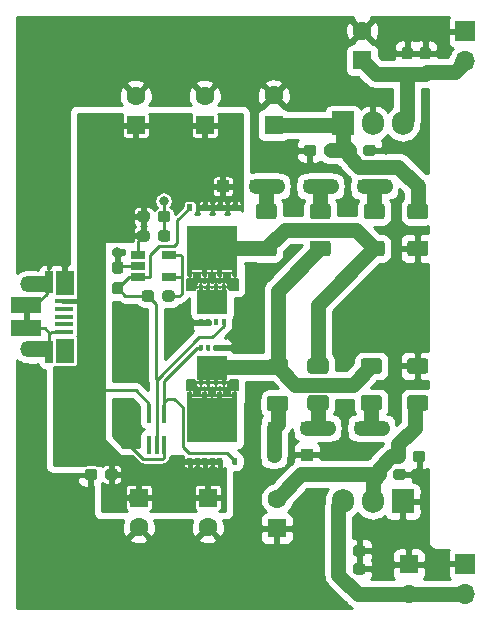
<source format=gtl>
G04 #@! TF.GenerationSoftware,KiCad,Pcbnew,(5.1.10)-1*
G04 #@! TF.CreationDate,2022-01-06T01:02:44-05:00*
G04 #@! TF.ProjectId,Charge_Pump,43686172-6765-45f5-9075-6d702e6b6963,rev?*
G04 #@! TF.SameCoordinates,Original*
G04 #@! TF.FileFunction,Copper,L1,Top*
G04 #@! TF.FilePolarity,Positive*
%FSLAX46Y46*%
G04 Gerber Fmt 4.6, Leading zero omitted, Abs format (unit mm)*
G04 Created by KiCad (PCBNEW (5.1.10)-1) date 2022-01-06 01:02:44*
%MOMM*%
%LPD*%
G01*
G04 APERTURE LIST*
G04 #@! TA.AperFunction,ComponentPad*
%ADD10O,1.700000X1.700000*%
G04 #@! TD*
G04 #@! TA.AperFunction,ComponentPad*
%ADD11R,1.700000X1.700000*%
G04 #@! TD*
G04 #@! TA.AperFunction,SMDPad,CuDef*
%ADD12R,1.220000X0.650000*%
G04 #@! TD*
G04 #@! TA.AperFunction,ComponentPad*
%ADD13C,1.600000*%
G04 #@! TD*
G04 #@! TA.AperFunction,ComponentPad*
%ADD14R,1.600000X1.600000*%
G04 #@! TD*
G04 #@! TA.AperFunction,ComponentPad*
%ADD15O,1.905000X2.000000*%
G04 #@! TD*
G04 #@! TA.AperFunction,ComponentPad*
%ADD16R,1.905000X2.000000*%
G04 #@! TD*
G04 #@! TA.AperFunction,SMDPad,CuDef*
%ADD17R,2.500000X1.430000*%
G04 #@! TD*
G04 #@! TA.AperFunction,ComponentPad*
%ADD18O,1.700000X1.350000*%
G04 #@! TD*
G04 #@! TA.AperFunction,ComponentPad*
%ADD19O,1.500000X1.100000*%
G04 #@! TD*
G04 #@! TA.AperFunction,SMDPad,CuDef*
%ADD20R,1.650000X0.400000*%
G04 #@! TD*
G04 #@! TA.AperFunction,SMDPad,CuDef*
%ADD21R,1.500000X2.000000*%
G04 #@! TD*
G04 #@! TA.AperFunction,SMDPad,CuDef*
%ADD22R,0.700000X1.825000*%
G04 #@! TD*
G04 #@! TA.AperFunction,SMDPad,CuDef*
%ADD23R,2.000000X1.350000*%
G04 #@! TD*
G04 #@! TA.AperFunction,SMDPad,CuDef*
%ADD24R,1.100000X1.100000*%
G04 #@! TD*
G04 #@! TA.AperFunction,SMDPad,CuDef*
%ADD25R,4.250000X3.820000*%
G04 #@! TD*
G04 #@! TA.AperFunction,SMDPad,CuDef*
%ADD26R,2.590000X2.000000*%
G04 #@! TD*
G04 #@! TA.AperFunction,SMDPad,CuDef*
%ADD27R,0.400000X1.500000*%
G04 #@! TD*
G04 #@! TA.AperFunction,ViaPad*
%ADD28C,0.800000*%
G04 #@! TD*
G04 #@! TA.AperFunction,Conductor*
%ADD29C,0.254000*%
G04 #@! TD*
G04 #@! TA.AperFunction,Conductor*
%ADD30C,1.270000*%
G04 #@! TD*
G04 #@! TA.AperFunction,Conductor*
%ADD31C,0.100000*%
G04 #@! TD*
G04 #@! TA.AperFunction,Conductor*
%ADD32C,0.127000*%
G04 #@! TD*
G04 APERTURE END LIST*
D10*
X195400000Y-127700000D03*
D11*
X195400000Y-125160000D03*
D12*
X170347000Y-98999000D03*
X170347000Y-100899000D03*
X167727000Y-100899000D03*
X167727000Y-99949000D03*
X167727000Y-98999000D03*
D13*
X173609000Y-122072000D03*
D14*
X173609000Y-119572000D03*
D10*
X195400000Y-82640000D03*
D11*
X195400000Y-80100000D03*
D15*
X185039000Y-119888000D03*
X187579000Y-119888000D03*
D16*
X190119000Y-119888000D03*
D15*
X190119000Y-87884000D03*
X187579000Y-87884000D03*
D16*
X185039000Y-87884000D03*
D17*
X158254000Y-105202000D03*
X158254000Y-103282000D03*
D18*
X158524000Y-106972000D03*
X158524000Y-101512000D03*
D19*
X161524000Y-106662000D03*
X161524000Y-101822000D03*
D20*
X161404000Y-105542000D03*
X161404000Y-104892000D03*
X161404000Y-104242000D03*
X161404000Y-103592000D03*
X161404000Y-102942000D03*
D21*
X161524000Y-107142000D03*
X161504000Y-101392000D03*
D22*
X160204000Y-107242000D03*
X160204000Y-101292000D03*
D23*
X159454000Y-101512000D03*
X159454000Y-106992000D03*
D24*
X188592000Y-93218000D03*
X191392000Y-93218000D03*
X191138000Y-113665000D03*
X188338000Y-113665000D03*
X184020000Y-93218000D03*
X186820000Y-93218000D03*
X186566000Y-113665000D03*
X183766000Y-113665000D03*
X179448000Y-93218000D03*
X182248000Y-93218000D03*
X181994000Y-113665000D03*
X179194000Y-113665000D03*
X179194000Y-115951000D03*
X181994000Y-115951000D03*
X174876000Y-93218000D03*
X177676000Y-93218000D03*
G04 #@! TA.AperFunction,SMDPad,CuDef*
G36*
G01*
X190738999Y-97801000D02*
X192039001Y-97801000D01*
G75*
G02*
X192289000Y-98050999I0J-249999D01*
G01*
X192289000Y-98876001D01*
G75*
G02*
X192039001Y-99126000I-249999J0D01*
G01*
X190738999Y-99126000D01*
G75*
G02*
X190489000Y-98876001I0J249999D01*
G01*
X190489000Y-98050999D01*
G75*
G02*
X190738999Y-97801000I249999J0D01*
G01*
G37*
G04 #@! TD.AperFunction*
G04 #@! TA.AperFunction,SMDPad,CuDef*
G36*
G01*
X190738999Y-94676000D02*
X192039001Y-94676000D01*
G75*
G02*
X192289000Y-94925999I0J-249999D01*
G01*
X192289000Y-95751001D01*
G75*
G02*
X192039001Y-96001000I-249999J0D01*
G01*
X190738999Y-96001000D01*
G75*
G02*
X190489000Y-95751001I0J249999D01*
G01*
X190489000Y-94925999D01*
G75*
G02*
X190738999Y-94676000I249999J0D01*
G01*
G37*
G04 #@! TD.AperFunction*
G04 #@! TA.AperFunction,SMDPad,CuDef*
G36*
G01*
X190738999Y-110882000D02*
X192039001Y-110882000D01*
G75*
G02*
X192289000Y-111131999I0J-249999D01*
G01*
X192289000Y-111957001D01*
G75*
G02*
X192039001Y-112207000I-249999J0D01*
G01*
X190738999Y-112207000D01*
G75*
G02*
X190489000Y-111957001I0J249999D01*
G01*
X190489000Y-111131999D01*
G75*
G02*
X190738999Y-110882000I249999J0D01*
G01*
G37*
G04 #@! TD.AperFunction*
G04 #@! TA.AperFunction,SMDPad,CuDef*
G36*
G01*
X190738999Y-107757000D02*
X192039001Y-107757000D01*
G75*
G02*
X192289000Y-108006999I0J-249999D01*
G01*
X192289000Y-108832001D01*
G75*
G02*
X192039001Y-109082000I-249999J0D01*
G01*
X190738999Y-109082000D01*
G75*
G02*
X190489000Y-108832001I0J249999D01*
G01*
X190489000Y-108006999D01*
G75*
G02*
X190738999Y-107757000I249999J0D01*
G01*
G37*
G04 #@! TD.AperFunction*
G04 #@! TA.AperFunction,SMDPad,CuDef*
G36*
G01*
X187055999Y-97801000D02*
X188356001Y-97801000D01*
G75*
G02*
X188606000Y-98050999I0J-249999D01*
G01*
X188606000Y-98876001D01*
G75*
G02*
X188356001Y-99126000I-249999J0D01*
G01*
X187055999Y-99126000D01*
G75*
G02*
X186806000Y-98876001I0J249999D01*
G01*
X186806000Y-98050999D01*
G75*
G02*
X187055999Y-97801000I249999J0D01*
G01*
G37*
G04 #@! TD.AperFunction*
G04 #@! TA.AperFunction,SMDPad,CuDef*
G36*
G01*
X187055999Y-94676000D02*
X188356001Y-94676000D01*
G75*
G02*
X188606000Y-94925999I0J-249999D01*
G01*
X188606000Y-95751001D01*
G75*
G02*
X188356001Y-96001000I-249999J0D01*
G01*
X187055999Y-96001000D01*
G75*
G02*
X186806000Y-95751001I0J249999D01*
G01*
X186806000Y-94925999D01*
G75*
G02*
X187055999Y-94676000I249999J0D01*
G01*
G37*
G04 #@! TD.AperFunction*
G04 #@! TA.AperFunction,SMDPad,CuDef*
G36*
G01*
X186801999Y-110882000D02*
X188102001Y-110882000D01*
G75*
G02*
X188352000Y-111131999I0J-249999D01*
G01*
X188352000Y-111957001D01*
G75*
G02*
X188102001Y-112207000I-249999J0D01*
G01*
X186801999Y-112207000D01*
G75*
G02*
X186552000Y-111957001I0J249999D01*
G01*
X186552000Y-111131999D01*
G75*
G02*
X186801999Y-110882000I249999J0D01*
G01*
G37*
G04 #@! TD.AperFunction*
G04 #@! TA.AperFunction,SMDPad,CuDef*
G36*
G01*
X186801999Y-107757000D02*
X188102001Y-107757000D01*
G75*
G02*
X188352000Y-108006999I0J-249999D01*
G01*
X188352000Y-108832001D01*
G75*
G02*
X188102001Y-109082000I-249999J0D01*
G01*
X186801999Y-109082000D01*
G75*
G02*
X186552000Y-108832001I0J249999D01*
G01*
X186552000Y-108006999D01*
G75*
G02*
X186801999Y-107757000I249999J0D01*
G01*
G37*
G04 #@! TD.AperFunction*
G04 #@! TA.AperFunction,SMDPad,CuDef*
G36*
G01*
X182483999Y-97801000D02*
X183784001Y-97801000D01*
G75*
G02*
X184034000Y-98050999I0J-249999D01*
G01*
X184034000Y-98876001D01*
G75*
G02*
X183784001Y-99126000I-249999J0D01*
G01*
X182483999Y-99126000D01*
G75*
G02*
X182234000Y-98876001I0J249999D01*
G01*
X182234000Y-98050999D01*
G75*
G02*
X182483999Y-97801000I249999J0D01*
G01*
G37*
G04 #@! TD.AperFunction*
G04 #@! TA.AperFunction,SMDPad,CuDef*
G36*
G01*
X182483999Y-94676000D02*
X183784001Y-94676000D01*
G75*
G02*
X184034000Y-94925999I0J-249999D01*
G01*
X184034000Y-95751001D01*
G75*
G02*
X183784001Y-96001000I-249999J0D01*
G01*
X182483999Y-96001000D01*
G75*
G02*
X182234000Y-95751001I0J249999D01*
G01*
X182234000Y-94925999D01*
G75*
G02*
X182483999Y-94676000I249999J0D01*
G01*
G37*
G04 #@! TD.AperFunction*
G04 #@! TA.AperFunction,SMDPad,CuDef*
G36*
G01*
X182303999Y-110882000D02*
X183604001Y-110882000D01*
G75*
G02*
X183854000Y-111131999I0J-249999D01*
G01*
X183854000Y-111957001D01*
G75*
G02*
X183604001Y-112207000I-249999J0D01*
G01*
X182303999Y-112207000D01*
G75*
G02*
X182054000Y-111957001I0J249999D01*
G01*
X182054000Y-111131999D01*
G75*
G02*
X182303999Y-110882000I249999J0D01*
G01*
G37*
G04 #@! TD.AperFunction*
G04 #@! TA.AperFunction,SMDPad,CuDef*
G36*
G01*
X182303999Y-107757000D02*
X183604001Y-107757000D01*
G75*
G02*
X183854000Y-108006999I0J-249999D01*
G01*
X183854000Y-108832001D01*
G75*
G02*
X183604001Y-109082000I-249999J0D01*
G01*
X182303999Y-109082000D01*
G75*
G02*
X182054000Y-108832001I0J249999D01*
G01*
X182054000Y-108006999D01*
G75*
G02*
X182303999Y-107757000I249999J0D01*
G01*
G37*
G04 #@! TD.AperFunction*
G04 #@! TA.AperFunction,SMDPad,CuDef*
G36*
G01*
X178874999Y-110947000D02*
X180175001Y-110947000D01*
G75*
G02*
X180425000Y-111196999I0J-249999D01*
G01*
X180425000Y-112022001D01*
G75*
G02*
X180175001Y-112272000I-249999J0D01*
G01*
X178874999Y-112272000D01*
G75*
G02*
X178625000Y-112022001I0J249999D01*
G01*
X178625000Y-111196999D01*
G75*
G02*
X178874999Y-110947000I249999J0D01*
G01*
G37*
G04 #@! TD.AperFunction*
G04 #@! TA.AperFunction,SMDPad,CuDef*
G36*
G01*
X178874999Y-107822000D02*
X180175001Y-107822000D01*
G75*
G02*
X180425000Y-108071999I0J-249999D01*
G01*
X180425000Y-108897001D01*
G75*
G02*
X180175001Y-109147000I-249999J0D01*
G01*
X178874999Y-109147000D01*
G75*
G02*
X178625000Y-108897001I0J249999D01*
G01*
X178625000Y-108071999D01*
G75*
G02*
X178874999Y-107822000I249999J0D01*
G01*
G37*
G04 #@! TD.AperFunction*
G04 #@! TA.AperFunction,SMDPad,CuDef*
G36*
G01*
X177911999Y-97801000D02*
X179212001Y-97801000D01*
G75*
G02*
X179462000Y-98050999I0J-249999D01*
G01*
X179462000Y-98876001D01*
G75*
G02*
X179212001Y-99126000I-249999J0D01*
G01*
X177911999Y-99126000D01*
G75*
G02*
X177662000Y-98876001I0J249999D01*
G01*
X177662000Y-98050999D01*
G75*
G02*
X177911999Y-97801000I249999J0D01*
G01*
G37*
G04 #@! TD.AperFunction*
G04 #@! TA.AperFunction,SMDPad,CuDef*
G36*
G01*
X177911999Y-94676000D02*
X179212001Y-94676000D01*
G75*
G02*
X179462000Y-94925999I0J-249999D01*
G01*
X179462000Y-95751001D01*
G75*
G02*
X179212001Y-96001000I-249999J0D01*
G01*
X177911999Y-96001000D01*
G75*
G02*
X177662000Y-95751001I0J249999D01*
G01*
X177662000Y-94925999D01*
G75*
G02*
X177911999Y-94676000I249999J0D01*
G01*
G37*
G04 #@! TD.AperFunction*
G04 #@! TA.AperFunction,SMDPad,CuDef*
G36*
G01*
X170818000Y-102251500D02*
X170818000Y-102726500D01*
G75*
G02*
X170580500Y-102964000I-237500J0D01*
G01*
X170005500Y-102964000D01*
G75*
G02*
X169768000Y-102726500I0J237500D01*
G01*
X169768000Y-102251500D01*
G75*
G02*
X170005500Y-102014000I237500J0D01*
G01*
X170580500Y-102014000D01*
G75*
G02*
X170818000Y-102251500I0J-237500D01*
G01*
G37*
G04 #@! TD.AperFunction*
G04 #@! TA.AperFunction,SMDPad,CuDef*
G36*
G01*
X169068000Y-102251500D02*
X169068000Y-102726500D01*
G75*
G02*
X168830500Y-102964000I-237500J0D01*
G01*
X168255500Y-102964000D01*
G75*
G02*
X168018000Y-102726500I0J237500D01*
G01*
X168018000Y-102251500D01*
G75*
G02*
X168255500Y-102014000I237500J0D01*
G01*
X168830500Y-102014000D01*
G75*
G02*
X169068000Y-102251500I0J-237500D01*
G01*
G37*
G04 #@! TD.AperFunction*
G04 #@! TA.AperFunction,SMDPad,CuDef*
G36*
G01*
X167637000Y-97646500D02*
X167637000Y-97171500D01*
G75*
G02*
X167874500Y-96934000I237500J0D01*
G01*
X168449500Y-96934000D01*
G75*
G02*
X168687000Y-97171500I0J-237500D01*
G01*
X168687000Y-97646500D01*
G75*
G02*
X168449500Y-97884000I-237500J0D01*
G01*
X167874500Y-97884000D01*
G75*
G02*
X167637000Y-97646500I0J237500D01*
G01*
G37*
G04 #@! TD.AperFunction*
G04 #@! TA.AperFunction,SMDPad,CuDef*
G36*
G01*
X169387000Y-97646500D02*
X169387000Y-97171500D01*
G75*
G02*
X169624500Y-96934000I237500J0D01*
G01*
X170199500Y-96934000D01*
G75*
G02*
X170437000Y-97171500I0J-237500D01*
G01*
X170437000Y-97646500D01*
G75*
G02*
X170199500Y-97884000I-237500J0D01*
G01*
X169624500Y-97884000D01*
G75*
G02*
X169387000Y-97646500I0J237500D01*
G01*
G37*
G04 #@! TD.AperFunction*
G04 #@! TA.AperFunction,SMDPad,CuDef*
G36*
G01*
X165751500Y-101315000D02*
X166226500Y-101315000D01*
G75*
G02*
X166464000Y-101552500I0J-237500D01*
G01*
X166464000Y-102127500D01*
G75*
G02*
X166226500Y-102365000I-237500J0D01*
G01*
X165751500Y-102365000D01*
G75*
G02*
X165514000Y-102127500I0J237500D01*
G01*
X165514000Y-101552500D01*
G75*
G02*
X165751500Y-101315000I237500J0D01*
G01*
G37*
G04 #@! TD.AperFunction*
G04 #@! TA.AperFunction,SMDPad,CuDef*
G36*
G01*
X165751500Y-99565000D02*
X166226500Y-99565000D01*
G75*
G02*
X166464000Y-99802500I0J-237500D01*
G01*
X166464000Y-100377500D01*
G75*
G02*
X166226500Y-100615000I-237500J0D01*
G01*
X165751500Y-100615000D01*
G75*
G02*
X165514000Y-100377500I0J237500D01*
G01*
X165514000Y-99802500D01*
G75*
G02*
X165751500Y-99565000I237500J0D01*
G01*
G37*
G04 #@! TD.AperFunction*
D14*
X167513000Y-88036000D03*
D13*
X167513000Y-85536000D03*
D14*
X167767000Y-119572000D03*
D13*
X167767000Y-122072000D03*
X173355000Y-85536000D03*
D14*
X173355000Y-88036000D03*
G04 #@! TA.AperFunction,SMDPad,CuDef*
G36*
G01*
X167637000Y-95995500D02*
X167637000Y-95520500D01*
G75*
G02*
X167874500Y-95283000I237500J0D01*
G01*
X168449500Y-95283000D01*
G75*
G02*
X168687000Y-95520500I0J-237500D01*
G01*
X168687000Y-95995500D01*
G75*
G02*
X168449500Y-96233000I-237500J0D01*
G01*
X167874500Y-96233000D01*
G75*
G02*
X167637000Y-95995500I0J237500D01*
G01*
G37*
G04 #@! TD.AperFunction*
G04 #@! TA.AperFunction,SMDPad,CuDef*
G36*
G01*
X169387000Y-95995500D02*
X169387000Y-95520500D01*
G75*
G02*
X169624500Y-95283000I237500J0D01*
G01*
X170199500Y-95283000D01*
G75*
G02*
X170437000Y-95520500I0J-237500D01*
G01*
X170437000Y-95995500D01*
G75*
G02*
X170199500Y-96233000I-237500J0D01*
G01*
X169624500Y-96233000D01*
G75*
G02*
X169387000Y-95995500I0J237500D01*
G01*
G37*
G04 #@! TD.AperFunction*
G04 #@! TA.AperFunction,SMDPad,CuDef*
G36*
G01*
X164242000Y-117364500D02*
X164242000Y-117839500D01*
G75*
G02*
X164004500Y-118077000I-237500J0D01*
G01*
X163429500Y-118077000D01*
G75*
G02*
X163192000Y-117839500I0J237500D01*
G01*
X163192000Y-117364500D01*
G75*
G02*
X163429500Y-117127000I237500J0D01*
G01*
X164004500Y-117127000D01*
G75*
G02*
X164242000Y-117364500I0J-237500D01*
G01*
G37*
G04 #@! TD.AperFunction*
G04 #@! TA.AperFunction,SMDPad,CuDef*
G36*
G01*
X165992000Y-117364500D02*
X165992000Y-117839500D01*
G75*
G02*
X165754500Y-118077000I-237500J0D01*
G01*
X165179500Y-118077000D01*
G75*
G02*
X164942000Y-117839500I0J237500D01*
G01*
X164942000Y-117364500D01*
G75*
G02*
X165179500Y-117127000I237500J0D01*
G01*
X165754500Y-117127000D01*
G75*
G02*
X165992000Y-117364500I0J-237500D01*
G01*
G37*
G04 #@! TD.AperFunction*
X179451000Y-122174000D03*
D13*
X179451000Y-119674000D03*
X179197000Y-85511000D03*
D14*
X179197000Y-88011000D03*
G04 #@! TA.AperFunction,SMDPad,CuDef*
G36*
G01*
X190277000Y-115840500D02*
X190277000Y-116315500D01*
G75*
G02*
X190039500Y-116553000I-237500J0D01*
G01*
X189464500Y-116553000D01*
G75*
G02*
X189227000Y-116315500I0J237500D01*
G01*
X189227000Y-115840500D01*
G75*
G02*
X189464500Y-115603000I237500J0D01*
G01*
X190039500Y-115603000D01*
G75*
G02*
X190277000Y-115840500I0J-237500D01*
G01*
G37*
G04 #@! TD.AperFunction*
G04 #@! TA.AperFunction,SMDPad,CuDef*
G36*
G01*
X192027000Y-115840500D02*
X192027000Y-116315500D01*
G75*
G02*
X191789500Y-116553000I-237500J0D01*
G01*
X191214500Y-116553000D01*
G75*
G02*
X190977000Y-116315500I0J237500D01*
G01*
X190977000Y-115840500D01*
G75*
G02*
X191214500Y-115603000I237500J0D01*
G01*
X191789500Y-115603000D01*
G75*
G02*
X192027000Y-115840500I0J-237500D01*
G01*
G37*
G04 #@! TD.AperFunction*
G04 #@! TA.AperFunction,SMDPad,CuDef*
G36*
G01*
X184534000Y-89932500D02*
X184534000Y-90407500D01*
G75*
G02*
X184296500Y-90645000I-237500J0D01*
G01*
X183721500Y-90645000D01*
G75*
G02*
X183484000Y-90407500I0J237500D01*
G01*
X183484000Y-89932500D01*
G75*
G02*
X183721500Y-89695000I237500J0D01*
G01*
X184296500Y-89695000D01*
G75*
G02*
X184534000Y-89932500I0J-237500D01*
G01*
G37*
G04 #@! TD.AperFunction*
G04 #@! TA.AperFunction,SMDPad,CuDef*
G36*
G01*
X182784000Y-89932500D02*
X182784000Y-90407500D01*
G75*
G02*
X182546500Y-90645000I-237500J0D01*
G01*
X181971500Y-90645000D01*
G75*
G02*
X181734000Y-90407500I0J237500D01*
G01*
X181734000Y-89932500D01*
G75*
G02*
X181971500Y-89695000I237500J0D01*
G01*
X182546500Y-89695000D01*
G75*
G02*
X182784000Y-89932500I0J-237500D01*
G01*
G37*
G04 #@! TD.AperFunction*
G04 #@! TA.AperFunction,SMDPad,CuDef*
G36*
G01*
X186786000Y-90407500D02*
X186786000Y-89932500D01*
G75*
G02*
X187023500Y-89695000I237500J0D01*
G01*
X187598500Y-89695000D01*
G75*
G02*
X187836000Y-89932500I0J-237500D01*
G01*
X187836000Y-90407500D01*
G75*
G02*
X187598500Y-90645000I-237500J0D01*
G01*
X187023500Y-90645000D01*
G75*
G02*
X186786000Y-90407500I0J237500D01*
G01*
G37*
G04 #@! TD.AperFunction*
G04 #@! TA.AperFunction,SMDPad,CuDef*
G36*
G01*
X185036000Y-90407500D02*
X185036000Y-89932500D01*
G75*
G02*
X185273500Y-89695000I237500J0D01*
G01*
X185848500Y-89695000D01*
G75*
G02*
X186086000Y-89932500I0J-237500D01*
G01*
X186086000Y-90407500D01*
G75*
G02*
X185848500Y-90645000I-237500J0D01*
G01*
X185273500Y-90645000D01*
G75*
G02*
X185036000Y-90407500I0J237500D01*
G01*
G37*
G04 #@! TD.AperFunction*
G04 #@! TA.AperFunction,SMDPad,CuDef*
G36*
G01*
X188626000Y-117364500D02*
X188626000Y-117839500D01*
G75*
G02*
X188388500Y-118077000I-237500J0D01*
G01*
X187813500Y-118077000D01*
G75*
G02*
X187576000Y-117839500I0J237500D01*
G01*
X187576000Y-117364500D01*
G75*
G02*
X187813500Y-117127000I237500J0D01*
G01*
X188388500Y-117127000D01*
G75*
G02*
X188626000Y-117364500I0J-237500D01*
G01*
G37*
G04 #@! TD.AperFunction*
G04 #@! TA.AperFunction,SMDPad,CuDef*
G36*
G01*
X190376000Y-117364500D02*
X190376000Y-117839500D01*
G75*
G02*
X190138500Y-118077000I-237500J0D01*
G01*
X189563500Y-118077000D01*
G75*
G02*
X189326000Y-117839500I0J237500D01*
G01*
X189326000Y-117364500D01*
G75*
G02*
X189563500Y-117127000I237500J0D01*
G01*
X190138500Y-117127000D01*
G75*
G02*
X190376000Y-117364500I0J-237500D01*
G01*
G37*
G04 #@! TD.AperFunction*
G04 #@! TA.AperFunction,SMDPad,CuDef*
G36*
G01*
X192261500Y-84204000D02*
X191786500Y-84204000D01*
G75*
G02*
X191549000Y-83966500I0J237500D01*
G01*
X191549000Y-83391500D01*
G75*
G02*
X191786500Y-83154000I237500J0D01*
G01*
X192261500Y-83154000D01*
G75*
G02*
X192499000Y-83391500I0J-237500D01*
G01*
X192499000Y-83966500D01*
G75*
G02*
X192261500Y-84204000I-237500J0D01*
G01*
G37*
G04 #@! TD.AperFunction*
G04 #@! TA.AperFunction,SMDPad,CuDef*
G36*
G01*
X192261500Y-82454000D02*
X191786500Y-82454000D01*
G75*
G02*
X191549000Y-82216500I0J237500D01*
G01*
X191549000Y-81641500D01*
G75*
G02*
X191786500Y-81404000I237500J0D01*
G01*
X192261500Y-81404000D01*
G75*
G02*
X192499000Y-81641500I0J-237500D01*
G01*
X192499000Y-82216500D01*
G75*
G02*
X192261500Y-82454000I-237500J0D01*
G01*
G37*
G04 #@! TD.AperFunction*
G04 #@! TA.AperFunction,SMDPad,CuDef*
G36*
G01*
X186947000Y-123841500D02*
X186947000Y-124316500D01*
G75*
G02*
X186709500Y-124554000I-237500J0D01*
G01*
X186134500Y-124554000D01*
G75*
G02*
X185897000Y-124316500I0J237500D01*
G01*
X185897000Y-123841500D01*
G75*
G02*
X186134500Y-123604000I237500J0D01*
G01*
X186709500Y-123604000D01*
G75*
G02*
X186947000Y-123841500I0J-237500D01*
G01*
G37*
G04 #@! TD.AperFunction*
G04 #@! TA.AperFunction,SMDPad,CuDef*
G36*
G01*
X185197000Y-123841500D02*
X185197000Y-124316500D01*
G75*
G02*
X184959500Y-124554000I-237500J0D01*
G01*
X184384500Y-124554000D01*
G75*
G02*
X184147000Y-124316500I0J237500D01*
G01*
X184147000Y-123841500D01*
G75*
G02*
X184384500Y-123604000I237500J0D01*
G01*
X184959500Y-123604000D01*
G75*
G02*
X185197000Y-123841500I0J-237500D01*
G01*
G37*
G04 #@! TD.AperFunction*
G04 #@! TA.AperFunction,SMDPad,CuDef*
G36*
G01*
X190737500Y-82454000D02*
X190262500Y-82454000D01*
G75*
G02*
X190025000Y-82216500I0J237500D01*
G01*
X190025000Y-81641500D01*
G75*
G02*
X190262500Y-81404000I237500J0D01*
G01*
X190737500Y-81404000D01*
G75*
G02*
X190975000Y-81641500I0J-237500D01*
G01*
X190975000Y-82216500D01*
G75*
G02*
X190737500Y-82454000I-237500J0D01*
G01*
G37*
G04 #@! TD.AperFunction*
G04 #@! TA.AperFunction,SMDPad,CuDef*
G36*
G01*
X190737500Y-84204000D02*
X190262500Y-84204000D01*
G75*
G02*
X190025000Y-83966500I0J237500D01*
G01*
X190025000Y-83391500D01*
G75*
G02*
X190262500Y-83154000I237500J0D01*
G01*
X190737500Y-83154000D01*
G75*
G02*
X190975000Y-83391500I0J-237500D01*
G01*
X190975000Y-83966500D01*
G75*
G02*
X190737500Y-84204000I-237500J0D01*
G01*
G37*
G04 #@! TD.AperFunction*
G04 #@! TA.AperFunction,SMDPad,CuDef*
G36*
G01*
X186947000Y-125365500D02*
X186947000Y-125840500D01*
G75*
G02*
X186709500Y-126078000I-237500J0D01*
G01*
X186134500Y-126078000D01*
G75*
G02*
X185897000Y-125840500I0J237500D01*
G01*
X185897000Y-125365500D01*
G75*
G02*
X186134500Y-125128000I237500J0D01*
G01*
X186709500Y-125128000D01*
G75*
G02*
X186947000Y-125365500I0J-237500D01*
G01*
G37*
G04 #@! TD.AperFunction*
G04 #@! TA.AperFunction,SMDPad,CuDef*
G36*
G01*
X185197000Y-125365500D02*
X185197000Y-125840500D01*
G75*
G02*
X184959500Y-126078000I-237500J0D01*
G01*
X184384500Y-126078000D01*
G75*
G02*
X184147000Y-125840500I0J237500D01*
G01*
X184147000Y-125365500D01*
G75*
G02*
X184384500Y-125128000I237500J0D01*
G01*
X184959500Y-125128000D01*
G75*
G02*
X185197000Y-125365500I0J-237500D01*
G01*
G37*
G04 #@! TD.AperFunction*
D13*
X186690000Y-80050000D03*
D14*
X186690000Y-82550000D03*
X190627000Y-125222000D03*
D13*
X190627000Y-127722000D03*
D25*
X173990000Y-98460000D03*
G04 #@! TA.AperFunction,SMDPad,CuDef*
G36*
G01*
X171885000Y-100825000D02*
X171885000Y-100325000D01*
G75*
G02*
X171925000Y-100285000I40000J0D01*
G01*
X172245000Y-100285000D01*
G75*
G02*
X172285000Y-100325000I0J-40000D01*
G01*
X172285000Y-100825000D01*
G75*
G02*
X172245000Y-100865000I-40000J0D01*
G01*
X171925000Y-100865000D01*
G75*
G02*
X171885000Y-100825000I0J40000D01*
G01*
G37*
G04 #@! TD.AperFunction*
G04 #@! TA.AperFunction,SMDPad,CuDef*
G36*
G01*
X173155000Y-100825000D02*
X173155000Y-100325000D01*
G75*
G02*
X173195000Y-100285000I40000J0D01*
G01*
X173515000Y-100285000D01*
G75*
G02*
X173555000Y-100325000I0J-40000D01*
G01*
X173555000Y-100825000D01*
G75*
G02*
X173515000Y-100865000I-40000J0D01*
G01*
X173195000Y-100865000D01*
G75*
G02*
X173155000Y-100825000I0J40000D01*
G01*
G37*
G04 #@! TD.AperFunction*
G04 #@! TA.AperFunction,SMDPad,CuDef*
G36*
G01*
X174425000Y-100825000D02*
X174425000Y-100325000D01*
G75*
G02*
X174465000Y-100285000I40000J0D01*
G01*
X174785000Y-100285000D01*
G75*
G02*
X174825000Y-100325000I0J-40000D01*
G01*
X174825000Y-100825000D01*
G75*
G02*
X174785000Y-100865000I-40000J0D01*
G01*
X174465000Y-100865000D01*
G75*
G02*
X174425000Y-100825000I0J40000D01*
G01*
G37*
G04 #@! TD.AperFunction*
G04 #@! TA.AperFunction,SMDPad,CuDef*
G36*
G01*
X175695000Y-100825000D02*
X175695000Y-100325000D01*
G75*
G02*
X175735000Y-100285000I40000J0D01*
G01*
X176055000Y-100285000D01*
G75*
G02*
X176095000Y-100325000I0J-40000D01*
G01*
X176095000Y-100825000D01*
G75*
G02*
X176055000Y-100865000I-40000J0D01*
G01*
X175735000Y-100865000D01*
G75*
G02*
X175695000Y-100825000I0J40000D01*
G01*
G37*
G04 #@! TD.AperFunction*
G04 #@! TA.AperFunction,SMDPad,CuDef*
G36*
G01*
X171885000Y-95255000D02*
X171885000Y-94755000D01*
G75*
G02*
X171925000Y-94715000I40000J0D01*
G01*
X172245000Y-94715000D01*
G75*
G02*
X172285000Y-94755000I0J-40000D01*
G01*
X172285000Y-95255000D01*
G75*
G02*
X172245000Y-95295000I-40000J0D01*
G01*
X171925000Y-95295000D01*
G75*
G02*
X171885000Y-95255000I0J40000D01*
G01*
G37*
G04 #@! TD.AperFunction*
G04 #@! TA.AperFunction,SMDPad,CuDef*
G36*
G01*
X173155000Y-95255000D02*
X173155000Y-94755000D01*
G75*
G02*
X173195000Y-94715000I40000J0D01*
G01*
X173515000Y-94715000D01*
G75*
G02*
X173555000Y-94755000I0J-40000D01*
G01*
X173555000Y-95255000D01*
G75*
G02*
X173515000Y-95295000I-40000J0D01*
G01*
X173195000Y-95295000D01*
G75*
G02*
X173155000Y-95255000I0J40000D01*
G01*
G37*
G04 #@! TD.AperFunction*
G04 #@! TA.AperFunction,SMDPad,CuDef*
G36*
G01*
X174425000Y-95255000D02*
X174425000Y-94755000D01*
G75*
G02*
X174465000Y-94715000I40000J0D01*
G01*
X174785000Y-94715000D01*
G75*
G02*
X174825000Y-94755000I0J-40000D01*
G01*
X174825000Y-95255000D01*
G75*
G02*
X174785000Y-95295000I-40000J0D01*
G01*
X174465000Y-95295000D01*
G75*
G02*
X174425000Y-95255000I0J40000D01*
G01*
G37*
G04 #@! TD.AperFunction*
G04 #@! TA.AperFunction,SMDPad,CuDef*
G36*
G01*
X175695000Y-95255000D02*
X175695000Y-94755000D01*
G75*
G02*
X175735000Y-94715000I40000J0D01*
G01*
X176055000Y-94715000D01*
G75*
G02*
X176095000Y-94755000I0J-40000D01*
G01*
X176095000Y-95255000D01*
G75*
G02*
X176055000Y-95295000I-40000J0D01*
G01*
X175735000Y-95295000D01*
G75*
G02*
X175695000Y-95255000I0J40000D01*
G01*
G37*
G04 #@! TD.AperFunction*
G04 #@! TA.AperFunction,SMDPad,CuDef*
G36*
G01*
X172285000Y-116235000D02*
X172285000Y-116735000D01*
G75*
G02*
X172245000Y-116775000I-40000J0D01*
G01*
X171925000Y-116775000D01*
G75*
G02*
X171885000Y-116735000I0J40000D01*
G01*
X171885000Y-116235000D01*
G75*
G02*
X171925000Y-116195000I40000J0D01*
G01*
X172245000Y-116195000D01*
G75*
G02*
X172285000Y-116235000I0J-40000D01*
G01*
G37*
G04 #@! TD.AperFunction*
G04 #@! TA.AperFunction,SMDPad,CuDef*
G36*
G01*
X173555000Y-116235000D02*
X173555000Y-116735000D01*
G75*
G02*
X173515000Y-116775000I-40000J0D01*
G01*
X173195000Y-116775000D01*
G75*
G02*
X173155000Y-116735000I0J40000D01*
G01*
X173155000Y-116235000D01*
G75*
G02*
X173195000Y-116195000I40000J0D01*
G01*
X173515000Y-116195000D01*
G75*
G02*
X173555000Y-116235000I0J-40000D01*
G01*
G37*
G04 #@! TD.AperFunction*
G04 #@! TA.AperFunction,SMDPad,CuDef*
G36*
G01*
X174825000Y-116235000D02*
X174825000Y-116735000D01*
G75*
G02*
X174785000Y-116775000I-40000J0D01*
G01*
X174465000Y-116775000D01*
G75*
G02*
X174425000Y-116735000I0J40000D01*
G01*
X174425000Y-116235000D01*
G75*
G02*
X174465000Y-116195000I40000J0D01*
G01*
X174785000Y-116195000D01*
G75*
G02*
X174825000Y-116235000I0J-40000D01*
G01*
G37*
G04 #@! TD.AperFunction*
G04 #@! TA.AperFunction,SMDPad,CuDef*
G36*
G01*
X176095000Y-116235000D02*
X176095000Y-116735000D01*
G75*
G02*
X176055000Y-116775000I-40000J0D01*
G01*
X175735000Y-116775000D01*
G75*
G02*
X175695000Y-116735000I0J40000D01*
G01*
X175695000Y-116235000D01*
G75*
G02*
X175735000Y-116195000I40000J0D01*
G01*
X176055000Y-116195000D01*
G75*
G02*
X176095000Y-116235000I0J-40000D01*
G01*
G37*
G04 #@! TD.AperFunction*
G04 #@! TA.AperFunction,SMDPad,CuDef*
G36*
G01*
X172285000Y-110665000D02*
X172285000Y-111165000D01*
G75*
G02*
X172245000Y-111205000I-40000J0D01*
G01*
X171925000Y-111205000D01*
G75*
G02*
X171885000Y-111165000I0J40000D01*
G01*
X171885000Y-110665000D01*
G75*
G02*
X171925000Y-110625000I40000J0D01*
G01*
X172245000Y-110625000D01*
G75*
G02*
X172285000Y-110665000I0J-40000D01*
G01*
G37*
G04 #@! TD.AperFunction*
G04 #@! TA.AperFunction,SMDPad,CuDef*
G36*
G01*
X173555000Y-110665000D02*
X173555000Y-111165000D01*
G75*
G02*
X173515000Y-111205000I-40000J0D01*
G01*
X173195000Y-111205000D01*
G75*
G02*
X173155000Y-111165000I0J40000D01*
G01*
X173155000Y-110665000D01*
G75*
G02*
X173195000Y-110625000I40000J0D01*
G01*
X173515000Y-110625000D01*
G75*
G02*
X173555000Y-110665000I0J-40000D01*
G01*
G37*
G04 #@! TD.AperFunction*
G04 #@! TA.AperFunction,SMDPad,CuDef*
G36*
G01*
X174825000Y-110665000D02*
X174825000Y-111165000D01*
G75*
G02*
X174785000Y-111205000I-40000J0D01*
G01*
X174465000Y-111205000D01*
G75*
G02*
X174425000Y-111165000I0J40000D01*
G01*
X174425000Y-110665000D01*
G75*
G02*
X174465000Y-110625000I40000J0D01*
G01*
X174785000Y-110625000D01*
G75*
G02*
X174825000Y-110665000I0J-40000D01*
G01*
G37*
G04 #@! TD.AperFunction*
G04 #@! TA.AperFunction,SMDPad,CuDef*
G36*
G01*
X176095000Y-110665000D02*
X176095000Y-111165000D01*
G75*
G02*
X176055000Y-111205000I-40000J0D01*
G01*
X175735000Y-111205000D01*
G75*
G02*
X175695000Y-111165000I0J40000D01*
G01*
X175695000Y-110665000D01*
G75*
G02*
X175735000Y-110625000I40000J0D01*
G01*
X176055000Y-110625000D01*
G75*
G02*
X176095000Y-110665000I0J-40000D01*
G01*
G37*
G04 #@! TD.AperFunction*
X173990000Y-113030000D03*
D26*
X173990000Y-102997000D03*
G04 #@! TA.AperFunction,SMDPad,CuDef*
G36*
G01*
X175140000Y-101547000D02*
X175140000Y-101977000D01*
G75*
G02*
X175105000Y-102012000I-35000J0D01*
G01*
X174825000Y-102012000D01*
G75*
G02*
X174790000Y-101977000I0J35000D01*
G01*
X174790000Y-101547000D01*
G75*
G02*
X174825000Y-101512000I35000J0D01*
G01*
X175105000Y-101512000D01*
G75*
G02*
X175140000Y-101547000I0J-35000D01*
G01*
G37*
G04 #@! TD.AperFunction*
G04 #@! TA.AperFunction,SMDPad,CuDef*
G36*
G01*
X174490000Y-101547000D02*
X174490000Y-101977000D01*
G75*
G02*
X174455000Y-102012000I-35000J0D01*
G01*
X174175000Y-102012000D01*
G75*
G02*
X174140000Y-101977000I0J35000D01*
G01*
X174140000Y-101547000D01*
G75*
G02*
X174175000Y-101512000I35000J0D01*
G01*
X174455000Y-101512000D01*
G75*
G02*
X174490000Y-101547000I0J-35000D01*
G01*
G37*
G04 #@! TD.AperFunction*
G04 #@! TA.AperFunction,SMDPad,CuDef*
G36*
G01*
X173840000Y-101547000D02*
X173840000Y-101977000D01*
G75*
G02*
X173805000Y-102012000I-35000J0D01*
G01*
X173525000Y-102012000D01*
G75*
G02*
X173490000Y-101977000I0J35000D01*
G01*
X173490000Y-101547000D01*
G75*
G02*
X173525000Y-101512000I35000J0D01*
G01*
X173805000Y-101512000D01*
G75*
G02*
X173840000Y-101547000I0J-35000D01*
G01*
G37*
G04 #@! TD.AperFunction*
G04 #@! TA.AperFunction,SMDPad,CuDef*
G36*
G01*
X173190000Y-101547000D02*
X173190000Y-101977000D01*
G75*
G02*
X173155000Y-102012000I-35000J0D01*
G01*
X172875000Y-102012000D01*
G75*
G02*
X172840000Y-101977000I0J35000D01*
G01*
X172840000Y-101547000D01*
G75*
G02*
X172875000Y-101512000I35000J0D01*
G01*
X173155000Y-101512000D01*
G75*
G02*
X173190000Y-101547000I0J-35000D01*
G01*
G37*
G04 #@! TD.AperFunction*
G04 #@! TA.AperFunction,SMDPad,CuDef*
G36*
G01*
X175140000Y-104497000D02*
X175140000Y-104927000D01*
G75*
G02*
X175105000Y-104962000I-35000J0D01*
G01*
X174825000Y-104962000D01*
G75*
G02*
X174790000Y-104927000I0J35000D01*
G01*
X174790000Y-104497000D01*
G75*
G02*
X174825000Y-104462000I35000J0D01*
G01*
X175105000Y-104462000D01*
G75*
G02*
X175140000Y-104497000I0J-35000D01*
G01*
G37*
G04 #@! TD.AperFunction*
G04 #@! TA.AperFunction,SMDPad,CuDef*
G36*
G01*
X174490000Y-104497000D02*
X174490000Y-104927000D01*
G75*
G02*
X174455000Y-104962000I-35000J0D01*
G01*
X174175000Y-104962000D01*
G75*
G02*
X174140000Y-104927000I0J35000D01*
G01*
X174140000Y-104497000D01*
G75*
G02*
X174175000Y-104462000I35000J0D01*
G01*
X174455000Y-104462000D01*
G75*
G02*
X174490000Y-104497000I0J-35000D01*
G01*
G37*
G04 #@! TD.AperFunction*
G04 #@! TA.AperFunction,SMDPad,CuDef*
G36*
G01*
X173840000Y-104497000D02*
X173840000Y-104927000D01*
G75*
G02*
X173805000Y-104962000I-35000J0D01*
G01*
X173525000Y-104962000D01*
G75*
G02*
X173490000Y-104927000I0J35000D01*
G01*
X173490000Y-104497000D01*
G75*
G02*
X173525000Y-104462000I35000J0D01*
G01*
X173805000Y-104462000D01*
G75*
G02*
X173840000Y-104497000I0J-35000D01*
G01*
G37*
G04 #@! TD.AperFunction*
G04 #@! TA.AperFunction,SMDPad,CuDef*
G36*
G01*
X173190000Y-104497000D02*
X173190000Y-104927000D01*
G75*
G02*
X173155000Y-104962000I-35000J0D01*
G01*
X172875000Y-104962000D01*
G75*
G02*
X172840000Y-104927000I0J35000D01*
G01*
X172840000Y-104497000D01*
G75*
G02*
X172875000Y-104462000I35000J0D01*
G01*
X173155000Y-104462000D01*
G75*
G02*
X173190000Y-104497000I0J-35000D01*
G01*
G37*
G04 #@! TD.AperFunction*
G04 #@! TA.AperFunction,SMDPad,CuDef*
G36*
G01*
X174790000Y-107085000D02*
X174790000Y-106655000D01*
G75*
G02*
X174825000Y-106620000I35000J0D01*
G01*
X175105000Y-106620000D01*
G75*
G02*
X175140000Y-106655000I0J-35000D01*
G01*
X175140000Y-107085000D01*
G75*
G02*
X175105000Y-107120000I-35000J0D01*
G01*
X174825000Y-107120000D01*
G75*
G02*
X174790000Y-107085000I0J35000D01*
G01*
G37*
G04 #@! TD.AperFunction*
G04 #@! TA.AperFunction,SMDPad,CuDef*
G36*
G01*
X174140000Y-107085000D02*
X174140000Y-106655000D01*
G75*
G02*
X174175000Y-106620000I35000J0D01*
G01*
X174455000Y-106620000D01*
G75*
G02*
X174490000Y-106655000I0J-35000D01*
G01*
X174490000Y-107085000D01*
G75*
G02*
X174455000Y-107120000I-35000J0D01*
G01*
X174175000Y-107120000D01*
G75*
G02*
X174140000Y-107085000I0J35000D01*
G01*
G37*
G04 #@! TD.AperFunction*
G04 #@! TA.AperFunction,SMDPad,CuDef*
G36*
G01*
X173490000Y-107085000D02*
X173490000Y-106655000D01*
G75*
G02*
X173525000Y-106620000I35000J0D01*
G01*
X173805000Y-106620000D01*
G75*
G02*
X173840000Y-106655000I0J-35000D01*
G01*
X173840000Y-107085000D01*
G75*
G02*
X173805000Y-107120000I-35000J0D01*
G01*
X173525000Y-107120000D01*
G75*
G02*
X173490000Y-107085000I0J35000D01*
G01*
G37*
G04 #@! TD.AperFunction*
G04 #@! TA.AperFunction,SMDPad,CuDef*
G36*
G01*
X172840000Y-107085000D02*
X172840000Y-106655000D01*
G75*
G02*
X172875000Y-106620000I35000J0D01*
G01*
X173155000Y-106620000D01*
G75*
G02*
X173190000Y-106655000I0J-35000D01*
G01*
X173190000Y-107085000D01*
G75*
G02*
X173155000Y-107120000I-35000J0D01*
G01*
X172875000Y-107120000D01*
G75*
G02*
X172840000Y-107085000I0J35000D01*
G01*
G37*
G04 #@! TD.AperFunction*
G04 #@! TA.AperFunction,SMDPad,CuDef*
G36*
G01*
X174790000Y-110035000D02*
X174790000Y-109605000D01*
G75*
G02*
X174825000Y-109570000I35000J0D01*
G01*
X175105000Y-109570000D01*
G75*
G02*
X175140000Y-109605000I0J-35000D01*
G01*
X175140000Y-110035000D01*
G75*
G02*
X175105000Y-110070000I-35000J0D01*
G01*
X174825000Y-110070000D01*
G75*
G02*
X174790000Y-110035000I0J35000D01*
G01*
G37*
G04 #@! TD.AperFunction*
G04 #@! TA.AperFunction,SMDPad,CuDef*
G36*
G01*
X174140000Y-110035000D02*
X174140000Y-109605000D01*
G75*
G02*
X174175000Y-109570000I35000J0D01*
G01*
X174455000Y-109570000D01*
G75*
G02*
X174490000Y-109605000I0J-35000D01*
G01*
X174490000Y-110035000D01*
G75*
G02*
X174455000Y-110070000I-35000J0D01*
G01*
X174175000Y-110070000D01*
G75*
G02*
X174140000Y-110035000I0J35000D01*
G01*
G37*
G04 #@! TD.AperFunction*
G04 #@! TA.AperFunction,SMDPad,CuDef*
G36*
G01*
X173490000Y-110035000D02*
X173490000Y-109605000D01*
G75*
G02*
X173525000Y-109570000I35000J0D01*
G01*
X173805000Y-109570000D01*
G75*
G02*
X173840000Y-109605000I0J-35000D01*
G01*
X173840000Y-110035000D01*
G75*
G02*
X173805000Y-110070000I-35000J0D01*
G01*
X173525000Y-110070000D01*
G75*
G02*
X173490000Y-110035000I0J35000D01*
G01*
G37*
G04 #@! TD.AperFunction*
G04 #@! TA.AperFunction,SMDPad,CuDef*
G36*
G01*
X172840000Y-110035000D02*
X172840000Y-109605000D01*
G75*
G02*
X172875000Y-109570000I35000J0D01*
G01*
X173155000Y-109570000D01*
G75*
G02*
X173190000Y-109605000I0J-35000D01*
G01*
X173190000Y-110035000D01*
G75*
G02*
X173155000Y-110070000I-35000J0D01*
G01*
X172875000Y-110070000D01*
G75*
G02*
X172840000Y-110035000I0J35000D01*
G01*
G37*
G04 #@! TD.AperFunction*
X173990000Y-108585000D03*
D27*
X168641000Y-115122000D03*
X169291000Y-115122000D03*
X169941000Y-115122000D03*
X169941000Y-112462000D03*
X168641000Y-112462000D03*
D28*
X165936000Y-103443000D03*
X190193000Y-121858000D03*
X188288000Y-124017000D03*
X179525000Y-124398000D03*
X173683000Y-124144000D03*
X167714000Y-124144000D03*
X191336000Y-106745000D03*
X191336000Y-100141000D03*
X179144000Y-83504000D03*
X173429000Y-83631000D03*
X167460000Y-83631000D03*
X188923000Y-79948000D03*
X193114000Y-79948000D03*
X191209000Y-79948000D03*
X184478000Y-80075000D03*
X188669000Y-90108000D03*
X187526000Y-85917000D03*
X190701000Y-123382000D03*
X193114000Y-125160000D03*
X165936000Y-98744000D03*
X171905000Y-104713000D03*
X170762000Y-104713000D03*
X171397000Y-105729000D03*
X175715000Y-105729000D03*
X176096000Y-106999000D03*
X177366000Y-106999000D03*
X177366000Y-105856000D03*
X177366000Y-104586000D03*
X176096000Y-104586000D03*
X170381000Y-105856000D03*
X169873000Y-94426000D03*
X188288000Y-125541000D03*
X166700000Y-113560000D03*
D29*
X169291000Y-109584764D02*
X172892764Y-105983000D01*
X169291000Y-115122000D02*
X169291000Y-109584764D01*
X174965000Y-105005330D02*
X174965000Y-104712000D01*
X173987330Y-105983000D02*
X174965000Y-105005330D01*
X172892764Y-105983000D02*
X173987330Y-105983000D01*
X166930000Y-100899000D02*
X165989000Y-101840000D01*
X167727000Y-100899000D02*
X166930000Y-100899000D01*
X166638000Y-102489000D02*
X165989000Y-101840000D01*
X168543000Y-102489000D02*
X166638000Y-102489000D01*
X169238000Y-103184000D02*
X168543000Y-102489000D01*
X169238000Y-109531764D02*
X169238000Y-103184000D01*
X169291000Y-109584764D02*
X169238000Y-109531764D01*
X167727000Y-100899000D02*
X168734000Y-100899000D01*
X170732990Y-98265010D02*
X171016000Y-97982000D01*
X169460188Y-98265010D02*
X170732990Y-98265010D01*
X168734000Y-98991198D02*
X169460188Y-98265010D01*
X168734000Y-100899000D02*
X168734000Y-98991198D01*
X171016000Y-96074000D02*
X172085000Y-95005000D01*
X171016000Y-97982000D02*
X171016000Y-96074000D01*
D30*
X167767000Y-119572000D02*
X167437000Y-119572000D01*
D29*
X167727000Y-97844000D02*
X168162000Y-97409000D01*
X167727000Y-98999000D02*
X167727000Y-97844000D01*
X167500000Y-110460000D02*
X164100000Y-110460000D01*
X168641000Y-111601000D02*
X167500000Y-110460000D01*
X168641000Y-112462000D02*
X168641000Y-111601000D01*
X169912000Y-97409000D02*
X169912000Y-95758000D01*
X169912000Y-94465000D02*
X169873000Y-94426000D01*
X169912000Y-95758000D02*
X169912000Y-94465000D01*
X166130000Y-99949000D02*
X165989000Y-100090000D01*
X167727000Y-99949000D02*
X166130000Y-99949000D01*
X158985000Y-103282000D02*
X159967000Y-102300000D01*
X158254000Y-103282000D02*
X158985000Y-103282000D01*
X159967000Y-102025000D02*
X159454000Y-101512000D01*
X159967000Y-102300000D02*
X159967000Y-102025000D01*
X158254000Y-105202000D02*
X159821000Y-105202000D01*
X160204000Y-105585000D02*
X160204000Y-107242000D01*
X159821000Y-105202000D02*
X160204000Y-105585000D01*
X161404000Y-105542000D02*
X160408000Y-105542000D01*
X160204000Y-105746000D02*
X160204000Y-107242000D01*
X160408000Y-105542000D02*
X160204000Y-105746000D01*
X166700000Y-114816802D02*
X166700000Y-113560000D01*
X169813999Y-116253001D02*
X168136199Y-116253001D01*
X169941000Y-116126000D02*
X169813999Y-116253001D01*
X168136199Y-116253001D02*
X166700000Y-114816802D01*
X169941000Y-115122000D02*
X169941000Y-116126000D01*
D30*
X181523000Y-117602000D02*
X179451000Y-119674000D01*
X188101000Y-117602000D02*
X181523000Y-117602000D01*
X187579000Y-118124000D02*
X188101000Y-117602000D01*
X187579000Y-119888000D02*
X187579000Y-118124000D01*
X188101000Y-117127000D02*
X188101000Y-117602000D01*
X189150000Y-116078000D02*
X188101000Y-117127000D01*
X189752000Y-116078000D02*
X189150000Y-116078000D01*
X191138000Y-111795500D02*
X191389000Y-111544500D01*
X191138000Y-113665000D02*
X191138000Y-111795500D01*
X189752000Y-115051000D02*
X189752000Y-116078000D01*
X191138000Y-113665000D02*
X189752000Y-115051000D01*
X191389000Y-93221000D02*
X191392000Y-93218000D01*
X191389000Y-95338500D02*
X191389000Y-93221000D01*
X184009000Y-90170000D02*
X185561000Y-90170000D01*
X185039000Y-89648000D02*
X185561000Y-90170000D01*
X185039000Y-87884000D02*
X185039000Y-89648000D01*
X186450010Y-91534010D02*
X189708010Y-91534010D01*
X185561000Y-90645000D02*
X186450010Y-91534010D01*
X189708010Y-91534010D02*
X191392000Y-93218000D01*
X185561000Y-90170000D02*
X185561000Y-90645000D01*
X184912000Y-88011000D02*
X185039000Y-87884000D01*
X179197000Y-88011000D02*
X184912000Y-88011000D01*
X192213001Y-83489999D02*
X192024000Y-83679000D01*
X194550001Y-83489999D02*
X192213001Y-83489999D01*
X195400000Y-82640000D02*
X194550001Y-83489999D01*
X192024000Y-83679000D02*
X190500000Y-83679000D01*
X190500000Y-87503000D02*
X190119000Y-87884000D01*
X190500000Y-83679000D02*
X190500000Y-87503000D01*
X187819000Y-83679000D02*
X186690000Y-82550000D01*
X190500000Y-83679000D02*
X187819000Y-83679000D01*
X195378000Y-127722000D02*
X195400000Y-127700000D01*
X190627000Y-127722000D02*
X195378000Y-127722000D01*
X184672000Y-124079000D02*
X184672000Y-125603000D01*
X186316000Y-127722000D02*
X190627000Y-127722000D01*
X184672000Y-126078000D02*
X186316000Y-127722000D01*
X184672000Y-125603000D02*
X184672000Y-126078000D01*
X184672000Y-120255000D02*
X184672000Y-124079000D01*
X185039000Y-119888000D02*
X184672000Y-120255000D01*
X186154490Y-96911990D02*
X187706000Y-98463500D01*
X180113510Y-96911990D02*
X186154490Y-96911990D01*
X178562000Y-98463500D02*
X180113510Y-96911990D01*
X173993500Y-98463500D02*
X173990000Y-98460000D01*
X178562000Y-98463500D02*
X173993500Y-98463500D01*
X182954000Y-103215500D02*
X187706000Y-98463500D01*
X182954000Y-108419500D02*
X182954000Y-103215500D01*
D29*
X169941000Y-109653198D02*
X169941000Y-112462000D01*
X172724198Y-106870000D02*
X169941000Y-109653198D01*
X173015000Y-106870000D02*
X172724198Y-106870000D01*
X169941000Y-111503000D02*
X169941000Y-112462000D01*
X170254000Y-111190000D02*
X169941000Y-111503000D01*
X170762000Y-111190000D02*
X170254000Y-111190000D01*
X171483999Y-111911999D02*
X170762000Y-111190000D01*
X171483999Y-115244801D02*
X171483999Y-111911999D01*
X172053188Y-115813990D02*
X171483999Y-115244801D01*
X175223990Y-115813990D02*
X172053188Y-115813990D01*
X175895000Y-116485000D02*
X175223990Y-115813990D01*
D30*
X185878510Y-109992990D02*
X187452000Y-108419500D01*
X181033490Y-109992990D02*
X185878510Y-109992990D01*
X179525000Y-108484500D02*
X181033490Y-109992990D01*
X179525000Y-102072500D02*
X183134000Y-98463500D01*
X179525000Y-108484500D02*
X179525000Y-102072500D01*
X174090500Y-108484500D02*
X173990000Y-108585000D01*
X179525000Y-108484500D02*
X174090500Y-108484500D01*
X178562000Y-93227000D02*
X178571000Y-93218000D01*
X178562000Y-95338500D02*
X178562000Y-93227000D01*
X178571000Y-93218000D02*
X179448000Y-93218000D01*
X177676000Y-93218000D02*
X178571000Y-93218000D01*
X179525000Y-113334000D02*
X179194000Y-113665000D01*
X179525000Y-111609500D02*
X179525000Y-113334000D01*
X179194000Y-113665000D02*
X179194000Y-115951000D01*
X182954000Y-113476000D02*
X183143000Y-113665000D01*
X182954000Y-111544500D02*
X182954000Y-113476000D01*
X183143000Y-113665000D02*
X183766000Y-113665000D01*
X181994000Y-113665000D02*
X183143000Y-113665000D01*
X183134000Y-93336000D02*
X183016000Y-93218000D01*
X183134000Y-95338500D02*
X183134000Y-93336000D01*
X183016000Y-93218000D02*
X184020000Y-93218000D01*
X182248000Y-93218000D02*
X183016000Y-93218000D01*
X187452000Y-113529000D02*
X187588000Y-113665000D01*
X187452000Y-111544500D02*
X187452000Y-113529000D01*
X187588000Y-113665000D02*
X188338000Y-113665000D01*
X186566000Y-113665000D02*
X187588000Y-113665000D01*
X187706000Y-93227000D02*
X187715000Y-93218000D01*
X187706000Y-95338500D02*
X187706000Y-93227000D01*
X187715000Y-93218000D02*
X188592000Y-93218000D01*
X186820000Y-93218000D02*
X187715000Y-93218000D01*
D29*
X170347000Y-98999000D02*
X171271000Y-98999000D01*
X171271000Y-98999000D02*
X171397000Y-99125000D01*
X171397000Y-99125000D02*
X171397000Y-100776000D01*
X171274000Y-100899000D02*
X170347000Y-100899000D01*
X171397000Y-100776000D02*
X171274000Y-100899000D01*
X171397000Y-100776000D02*
X171397000Y-102300000D01*
X171208000Y-102489000D02*
X170293000Y-102489000D01*
X171397000Y-102300000D02*
X171208000Y-102489000D01*
X157493441Y-107968250D02*
X157704239Y-108116019D01*
X157939815Y-108219824D01*
X158191116Y-108275675D01*
X158215183Y-108258129D01*
X158329518Y-108292812D01*
X158454000Y-108305072D01*
X159168250Y-108302000D01*
X159224878Y-108245372D01*
X159228188Y-108278982D01*
X159264498Y-108398680D01*
X159323463Y-108508994D01*
X159402815Y-108605685D01*
X159499506Y-108685037D01*
X159609820Y-108744002D01*
X159729518Y-108780312D01*
X159840000Y-108791193D01*
X159840000Y-116905000D01*
X159852201Y-117028882D01*
X159888336Y-117148004D01*
X159947017Y-117257787D01*
X160025987Y-117354013D01*
X160122213Y-117432983D01*
X160231996Y-117491664D01*
X160351118Y-117527799D01*
X160475000Y-117540000D01*
X163864000Y-117540000D01*
X163864000Y-117729000D01*
X163844000Y-117729000D01*
X163844000Y-118553250D01*
X163904000Y-118613250D01*
X163904000Y-120842000D01*
X163916201Y-120965882D01*
X163952336Y-121085004D01*
X164011017Y-121194787D01*
X164089987Y-121291013D01*
X164186213Y-121369983D01*
X164295996Y-121428664D01*
X164415118Y-121464799D01*
X164539000Y-121477000D01*
X166461003Y-121477000D01*
X166409429Y-121585996D01*
X166340700Y-121860184D01*
X166326783Y-122142512D01*
X166368213Y-122422130D01*
X166463397Y-122688292D01*
X166530329Y-122813514D01*
X166774298Y-122885097D01*
X167587395Y-122072000D01*
X167573253Y-122057858D01*
X167752858Y-121878253D01*
X167767000Y-121892395D01*
X167781143Y-121878253D01*
X167960748Y-122057858D01*
X167946605Y-122072000D01*
X168759702Y-122885097D01*
X169003671Y-122813514D01*
X169124571Y-122558004D01*
X169193300Y-122283816D01*
X169207217Y-122001488D01*
X169165787Y-121721870D01*
X169078217Y-121477000D01*
X172303003Y-121477000D01*
X172251429Y-121585996D01*
X172182700Y-121860184D01*
X172168783Y-122142512D01*
X172210213Y-122422130D01*
X172305397Y-122688292D01*
X172372329Y-122813514D01*
X172616298Y-122885097D01*
X173429395Y-122072000D01*
X173415253Y-122057858D01*
X173594858Y-121878253D01*
X173609000Y-121892395D01*
X173623143Y-121878253D01*
X173802748Y-122057858D01*
X173788605Y-122072000D01*
X174601702Y-122885097D01*
X174845671Y-122813514D01*
X174966571Y-122558004D01*
X175035300Y-122283816D01*
X175049217Y-122001488D01*
X175007787Y-121721870D01*
X174920217Y-121477000D01*
X175207000Y-121477000D01*
X175330882Y-121464799D01*
X175450004Y-121428664D01*
X175559787Y-121369983D01*
X175656013Y-121291013D01*
X175734983Y-121194787D01*
X175793664Y-121085004D01*
X175829799Y-120965882D01*
X175842000Y-120842000D01*
X175842000Y-117413072D01*
X176055000Y-117413072D01*
X176187285Y-117400043D01*
X176314487Y-117361457D01*
X176431717Y-117298796D01*
X176534469Y-117214469D01*
X176618796Y-117111717D01*
X176681457Y-116994487D01*
X176720043Y-116867285D01*
X176733072Y-116735000D01*
X176733072Y-116235000D01*
X176720043Y-116102715D01*
X176681457Y-115975513D01*
X176618796Y-115858283D01*
X176534469Y-115755531D01*
X176431717Y-115671204D01*
X176314487Y-115608543D01*
X176189763Y-115570709D01*
X176239482Y-115565812D01*
X176359180Y-115529502D01*
X176469494Y-115470537D01*
X176566185Y-115391185D01*
X176645537Y-115294494D01*
X176704502Y-115184180D01*
X176740812Y-115064482D01*
X176753072Y-114940000D01*
X176753072Y-111538879D01*
X176809664Y-111433004D01*
X176845799Y-111313882D01*
X176858000Y-111190000D01*
X176858000Y-109754500D01*
X178657215Y-109754500D01*
X178701745Y-109768008D01*
X178874999Y-109785072D01*
X179029522Y-109785072D01*
X179553377Y-110308928D01*
X178874999Y-110308928D01*
X178701745Y-110325992D01*
X178535149Y-110376528D01*
X178381613Y-110458595D01*
X178247038Y-110569038D01*
X178136595Y-110703613D01*
X178054528Y-110857149D01*
X178003992Y-111023745D01*
X177986928Y-111196999D01*
X177986928Y-112022001D01*
X178003992Y-112195255D01*
X178054528Y-112361851D01*
X178136595Y-112515387D01*
X178232009Y-112631649D01*
X178192815Y-112663815D01*
X178113463Y-112760506D01*
X178054498Y-112870820D01*
X178018188Y-112990518D01*
X178005928Y-113115000D01*
X178005928Y-113206538D01*
X177942377Y-113416038D01*
X177924000Y-113602621D01*
X177924000Y-113602627D01*
X177917857Y-113665000D01*
X177924000Y-113727373D01*
X177924001Y-116013380D01*
X177942378Y-116199963D01*
X178005928Y-116409459D01*
X178005928Y-116501000D01*
X178018188Y-116625482D01*
X178054498Y-116745180D01*
X178113463Y-116855494D01*
X178192815Y-116952185D01*
X178289506Y-117031537D01*
X178399820Y-117090502D01*
X178519518Y-117126812D01*
X178644000Y-117139072D01*
X178735538Y-117139072D01*
X178945038Y-117202623D01*
X179194000Y-117227144D01*
X179442963Y-117202623D01*
X179652463Y-117139072D01*
X179744000Y-117139072D01*
X179868482Y-117126812D01*
X179988180Y-117090502D01*
X180098494Y-117031537D01*
X180195185Y-116952185D01*
X180274537Y-116855494D01*
X180333502Y-116745180D01*
X180369812Y-116625482D01*
X180382072Y-116501000D01*
X180382072Y-116409463D01*
X180445623Y-116199963D01*
X180464000Y-116013380D01*
X180464000Y-114191736D01*
X180586075Y-114042988D01*
X180704003Y-113822359D01*
X180726160Y-113749316D01*
X180742377Y-113913963D01*
X180805928Y-114123463D01*
X180805928Y-114215000D01*
X180818188Y-114339482D01*
X180854498Y-114459180D01*
X180913463Y-114569494D01*
X180992815Y-114666185D01*
X181089506Y-114745537D01*
X181199820Y-114804502D01*
X181211351Y-114808000D01*
X181199820Y-114811498D01*
X181089506Y-114870463D01*
X180992815Y-114949815D01*
X180913463Y-115046506D01*
X180854498Y-115156820D01*
X180818188Y-115276518D01*
X180805928Y-115401000D01*
X180809000Y-115665250D01*
X180967750Y-115824000D01*
X181867000Y-115824000D01*
X181867000Y-115804000D01*
X182121000Y-115804000D01*
X182121000Y-115824000D01*
X183020250Y-115824000D01*
X183179000Y-115665250D01*
X183182072Y-115401000D01*
X183169812Y-115276518D01*
X183133502Y-115156820D01*
X183074537Y-115046506D01*
X182995185Y-114949815D01*
X182977133Y-114935000D01*
X183080627Y-114935000D01*
X183142999Y-114941143D01*
X183205372Y-114935000D01*
X183828380Y-114935000D01*
X184014963Y-114916623D01*
X184224463Y-114853072D01*
X184316000Y-114853072D01*
X184440482Y-114840812D01*
X184560180Y-114804502D01*
X184670494Y-114745537D01*
X184767185Y-114666185D01*
X184846537Y-114569494D01*
X184905502Y-114459180D01*
X184941812Y-114339482D01*
X184954072Y-114215000D01*
X184954072Y-114123463D01*
X185017623Y-113913963D01*
X185042144Y-113665000D01*
X185017623Y-113416037D01*
X184954072Y-113206537D01*
X184954072Y-113115000D01*
X184941812Y-112990518D01*
X184905502Y-112870820D01*
X184846537Y-112760506D01*
X184767185Y-112663815D01*
X184670494Y-112584463D01*
X184560180Y-112525498D01*
X184440482Y-112489188D01*
X184320278Y-112477349D01*
X184342405Y-112450387D01*
X184424472Y-112296851D01*
X184475008Y-112130255D01*
X184492072Y-111957001D01*
X184492072Y-111262990D01*
X185816137Y-111262990D01*
X185878510Y-111269133D01*
X185913928Y-111265645D01*
X185913928Y-111957001D01*
X185930992Y-112130255D01*
X185981528Y-112296851D01*
X186063595Y-112450387D01*
X186085377Y-112476928D01*
X186016000Y-112476928D01*
X185891518Y-112489188D01*
X185771820Y-112525498D01*
X185661506Y-112584463D01*
X185564815Y-112663815D01*
X185485463Y-112760506D01*
X185426498Y-112870820D01*
X185390188Y-112990518D01*
X185377928Y-113115000D01*
X185377928Y-113206537D01*
X185314377Y-113416037D01*
X185289856Y-113665000D01*
X185314377Y-113913963D01*
X185377928Y-114123463D01*
X185377928Y-114215000D01*
X185390188Y-114339482D01*
X185426498Y-114459180D01*
X185485463Y-114569494D01*
X185564815Y-114666185D01*
X185661506Y-114745537D01*
X185771820Y-114804502D01*
X185891518Y-114840812D01*
X186016000Y-114853072D01*
X186107537Y-114853072D01*
X186317037Y-114916623D01*
X186503620Y-114935000D01*
X187525627Y-114935000D01*
X187587999Y-114941143D01*
X187650372Y-114935000D01*
X188400380Y-114935000D01*
X188488133Y-114926357D01*
X188482000Y-114988621D01*
X188482000Y-114988627D01*
X188481336Y-114995372D01*
X188441012Y-115016925D01*
X188247630Y-115175630D01*
X188207863Y-115224086D01*
X187247091Y-116184859D01*
X187198630Y-116224630D01*
X187110514Y-116332000D01*
X183180107Y-116332000D01*
X183179000Y-116236750D01*
X183020250Y-116078000D01*
X182121000Y-116078000D01*
X182121000Y-116098000D01*
X181867000Y-116098000D01*
X181867000Y-116078000D01*
X180967750Y-116078000D01*
X180809000Y-116236750D01*
X180805928Y-116501000D01*
X180810171Y-116544078D01*
X180620630Y-116699630D01*
X180580863Y-116748086D01*
X179035393Y-118293557D01*
X179032426Y-118294147D01*
X178771273Y-118402320D01*
X178536241Y-118559363D01*
X178336363Y-118759241D01*
X178179320Y-118994273D01*
X178071147Y-119255426D01*
X178016000Y-119532665D01*
X178016000Y-119815335D01*
X178071147Y-120092574D01*
X178179320Y-120353727D01*
X178336363Y-120588759D01*
X178502943Y-120755339D01*
X178406820Y-120784498D01*
X178296506Y-120843463D01*
X178199815Y-120922815D01*
X178120463Y-121019506D01*
X178061498Y-121129820D01*
X178025188Y-121249518D01*
X178012928Y-121374000D01*
X178016000Y-121888250D01*
X178174750Y-122047000D01*
X179324000Y-122047000D01*
X179324000Y-122027000D01*
X179578000Y-122027000D01*
X179578000Y-122047000D01*
X180727250Y-122047000D01*
X180886000Y-121888250D01*
X180889072Y-121374000D01*
X180876812Y-121249518D01*
X180840502Y-121129820D01*
X180781537Y-121019506D01*
X180702185Y-120922815D01*
X180605494Y-120843463D01*
X180495180Y-120784498D01*
X180399057Y-120755339D01*
X180565637Y-120588759D01*
X180722680Y-120353727D01*
X180830853Y-120092574D01*
X180831443Y-120089607D01*
X182049051Y-118872000D01*
X183780168Y-118872000D01*
X183712655Y-118954265D01*
X183565245Y-119230051D01*
X183474470Y-119529296D01*
X183451500Y-119762514D01*
X183451500Y-119903440D01*
X183420377Y-120006037D01*
X183419643Y-120013486D01*
X183402000Y-120192621D01*
X183402000Y-120192627D01*
X183395857Y-120255000D01*
X183402000Y-120317373D01*
X183402001Y-124016611D01*
X183402000Y-124016621D01*
X183402000Y-126015627D01*
X183395857Y-126078000D01*
X183402000Y-126140373D01*
X183402000Y-126140380D01*
X183420377Y-126326963D01*
X183492997Y-126566359D01*
X183610925Y-126786988D01*
X183769631Y-126980370D01*
X183818086Y-127020136D01*
X185373863Y-128575914D01*
X185413630Y-128624370D01*
X185607012Y-128783075D01*
X185788347Y-128880000D01*
X157452000Y-128880000D01*
X157452000Y-123064702D01*
X166953903Y-123064702D01*
X167025486Y-123308671D01*
X167280996Y-123429571D01*
X167555184Y-123498300D01*
X167837512Y-123512217D01*
X168117130Y-123470787D01*
X168383292Y-123375603D01*
X168508514Y-123308671D01*
X168580097Y-123064702D01*
X172795903Y-123064702D01*
X172867486Y-123308671D01*
X173122996Y-123429571D01*
X173397184Y-123498300D01*
X173679512Y-123512217D01*
X173959130Y-123470787D01*
X174225292Y-123375603D01*
X174350514Y-123308671D01*
X174422097Y-123064702D01*
X174331395Y-122974000D01*
X178012928Y-122974000D01*
X178025188Y-123098482D01*
X178061498Y-123218180D01*
X178120463Y-123328494D01*
X178199815Y-123425185D01*
X178296506Y-123504537D01*
X178406820Y-123563502D01*
X178526518Y-123599812D01*
X178651000Y-123612072D01*
X179165250Y-123609000D01*
X179324000Y-123450250D01*
X179324000Y-122301000D01*
X179578000Y-122301000D01*
X179578000Y-123450250D01*
X179736750Y-123609000D01*
X180251000Y-123612072D01*
X180375482Y-123599812D01*
X180495180Y-123563502D01*
X180605494Y-123504537D01*
X180702185Y-123425185D01*
X180781537Y-123328494D01*
X180840502Y-123218180D01*
X180876812Y-123098482D01*
X180889072Y-122974000D01*
X180886000Y-122459750D01*
X180727250Y-122301000D01*
X179578000Y-122301000D01*
X179324000Y-122301000D01*
X178174750Y-122301000D01*
X178016000Y-122459750D01*
X178012928Y-122974000D01*
X174331395Y-122974000D01*
X173609000Y-122251605D01*
X172795903Y-123064702D01*
X168580097Y-123064702D01*
X167767000Y-122251605D01*
X166953903Y-123064702D01*
X157452000Y-123064702D01*
X157452000Y-118077000D01*
X162553928Y-118077000D01*
X162566188Y-118201482D01*
X162602498Y-118321180D01*
X162661463Y-118431494D01*
X162740815Y-118528185D01*
X162837506Y-118607537D01*
X162947820Y-118666502D01*
X163067518Y-118702812D01*
X163192000Y-118715072D01*
X163431250Y-118712000D01*
X163590000Y-118553250D01*
X163590000Y-117729000D01*
X162715750Y-117729000D01*
X162557000Y-117887750D01*
X162553928Y-118077000D01*
X157452000Y-118077000D01*
X157452000Y-107924914D01*
X157493441Y-107968250D01*
G04 #@! TA.AperFunction,Conductor*
D31*
G36*
X157493441Y-107968250D02*
G01*
X157704239Y-108116019D01*
X157939815Y-108219824D01*
X158191116Y-108275675D01*
X158215183Y-108258129D01*
X158329518Y-108292812D01*
X158454000Y-108305072D01*
X159168250Y-108302000D01*
X159224878Y-108245372D01*
X159228188Y-108278982D01*
X159264498Y-108398680D01*
X159323463Y-108508994D01*
X159402815Y-108605685D01*
X159499506Y-108685037D01*
X159609820Y-108744002D01*
X159729518Y-108780312D01*
X159840000Y-108791193D01*
X159840000Y-116905000D01*
X159852201Y-117028882D01*
X159888336Y-117148004D01*
X159947017Y-117257787D01*
X160025987Y-117354013D01*
X160122213Y-117432983D01*
X160231996Y-117491664D01*
X160351118Y-117527799D01*
X160475000Y-117540000D01*
X163864000Y-117540000D01*
X163864000Y-117729000D01*
X163844000Y-117729000D01*
X163844000Y-118553250D01*
X163904000Y-118613250D01*
X163904000Y-120842000D01*
X163916201Y-120965882D01*
X163952336Y-121085004D01*
X164011017Y-121194787D01*
X164089987Y-121291013D01*
X164186213Y-121369983D01*
X164295996Y-121428664D01*
X164415118Y-121464799D01*
X164539000Y-121477000D01*
X166461003Y-121477000D01*
X166409429Y-121585996D01*
X166340700Y-121860184D01*
X166326783Y-122142512D01*
X166368213Y-122422130D01*
X166463397Y-122688292D01*
X166530329Y-122813514D01*
X166774298Y-122885097D01*
X167587395Y-122072000D01*
X167573253Y-122057858D01*
X167752858Y-121878253D01*
X167767000Y-121892395D01*
X167781143Y-121878253D01*
X167960748Y-122057858D01*
X167946605Y-122072000D01*
X168759702Y-122885097D01*
X169003671Y-122813514D01*
X169124571Y-122558004D01*
X169193300Y-122283816D01*
X169207217Y-122001488D01*
X169165787Y-121721870D01*
X169078217Y-121477000D01*
X172303003Y-121477000D01*
X172251429Y-121585996D01*
X172182700Y-121860184D01*
X172168783Y-122142512D01*
X172210213Y-122422130D01*
X172305397Y-122688292D01*
X172372329Y-122813514D01*
X172616298Y-122885097D01*
X173429395Y-122072000D01*
X173415253Y-122057858D01*
X173594858Y-121878253D01*
X173609000Y-121892395D01*
X173623143Y-121878253D01*
X173802748Y-122057858D01*
X173788605Y-122072000D01*
X174601702Y-122885097D01*
X174845671Y-122813514D01*
X174966571Y-122558004D01*
X175035300Y-122283816D01*
X175049217Y-122001488D01*
X175007787Y-121721870D01*
X174920217Y-121477000D01*
X175207000Y-121477000D01*
X175330882Y-121464799D01*
X175450004Y-121428664D01*
X175559787Y-121369983D01*
X175656013Y-121291013D01*
X175734983Y-121194787D01*
X175793664Y-121085004D01*
X175829799Y-120965882D01*
X175842000Y-120842000D01*
X175842000Y-117413072D01*
X176055000Y-117413072D01*
X176187285Y-117400043D01*
X176314487Y-117361457D01*
X176431717Y-117298796D01*
X176534469Y-117214469D01*
X176618796Y-117111717D01*
X176681457Y-116994487D01*
X176720043Y-116867285D01*
X176733072Y-116735000D01*
X176733072Y-116235000D01*
X176720043Y-116102715D01*
X176681457Y-115975513D01*
X176618796Y-115858283D01*
X176534469Y-115755531D01*
X176431717Y-115671204D01*
X176314487Y-115608543D01*
X176189763Y-115570709D01*
X176239482Y-115565812D01*
X176359180Y-115529502D01*
X176469494Y-115470537D01*
X176566185Y-115391185D01*
X176645537Y-115294494D01*
X176704502Y-115184180D01*
X176740812Y-115064482D01*
X176753072Y-114940000D01*
X176753072Y-111538879D01*
X176809664Y-111433004D01*
X176845799Y-111313882D01*
X176858000Y-111190000D01*
X176858000Y-109754500D01*
X178657215Y-109754500D01*
X178701745Y-109768008D01*
X178874999Y-109785072D01*
X179029522Y-109785072D01*
X179553377Y-110308928D01*
X178874999Y-110308928D01*
X178701745Y-110325992D01*
X178535149Y-110376528D01*
X178381613Y-110458595D01*
X178247038Y-110569038D01*
X178136595Y-110703613D01*
X178054528Y-110857149D01*
X178003992Y-111023745D01*
X177986928Y-111196999D01*
X177986928Y-112022001D01*
X178003992Y-112195255D01*
X178054528Y-112361851D01*
X178136595Y-112515387D01*
X178232009Y-112631649D01*
X178192815Y-112663815D01*
X178113463Y-112760506D01*
X178054498Y-112870820D01*
X178018188Y-112990518D01*
X178005928Y-113115000D01*
X178005928Y-113206538D01*
X177942377Y-113416038D01*
X177924000Y-113602621D01*
X177924000Y-113602627D01*
X177917857Y-113665000D01*
X177924000Y-113727373D01*
X177924001Y-116013380D01*
X177942378Y-116199963D01*
X178005928Y-116409459D01*
X178005928Y-116501000D01*
X178018188Y-116625482D01*
X178054498Y-116745180D01*
X178113463Y-116855494D01*
X178192815Y-116952185D01*
X178289506Y-117031537D01*
X178399820Y-117090502D01*
X178519518Y-117126812D01*
X178644000Y-117139072D01*
X178735538Y-117139072D01*
X178945038Y-117202623D01*
X179194000Y-117227144D01*
X179442963Y-117202623D01*
X179652463Y-117139072D01*
X179744000Y-117139072D01*
X179868482Y-117126812D01*
X179988180Y-117090502D01*
X180098494Y-117031537D01*
X180195185Y-116952185D01*
X180274537Y-116855494D01*
X180333502Y-116745180D01*
X180369812Y-116625482D01*
X180382072Y-116501000D01*
X180382072Y-116409463D01*
X180445623Y-116199963D01*
X180464000Y-116013380D01*
X180464000Y-114191736D01*
X180586075Y-114042988D01*
X180704003Y-113822359D01*
X180726160Y-113749316D01*
X180742377Y-113913963D01*
X180805928Y-114123463D01*
X180805928Y-114215000D01*
X180818188Y-114339482D01*
X180854498Y-114459180D01*
X180913463Y-114569494D01*
X180992815Y-114666185D01*
X181089506Y-114745537D01*
X181199820Y-114804502D01*
X181211351Y-114808000D01*
X181199820Y-114811498D01*
X181089506Y-114870463D01*
X180992815Y-114949815D01*
X180913463Y-115046506D01*
X180854498Y-115156820D01*
X180818188Y-115276518D01*
X180805928Y-115401000D01*
X180809000Y-115665250D01*
X180967750Y-115824000D01*
X181867000Y-115824000D01*
X181867000Y-115804000D01*
X182121000Y-115804000D01*
X182121000Y-115824000D01*
X183020250Y-115824000D01*
X183179000Y-115665250D01*
X183182072Y-115401000D01*
X183169812Y-115276518D01*
X183133502Y-115156820D01*
X183074537Y-115046506D01*
X182995185Y-114949815D01*
X182977133Y-114935000D01*
X183080627Y-114935000D01*
X183142999Y-114941143D01*
X183205372Y-114935000D01*
X183828380Y-114935000D01*
X184014963Y-114916623D01*
X184224463Y-114853072D01*
X184316000Y-114853072D01*
X184440482Y-114840812D01*
X184560180Y-114804502D01*
X184670494Y-114745537D01*
X184767185Y-114666185D01*
X184846537Y-114569494D01*
X184905502Y-114459180D01*
X184941812Y-114339482D01*
X184954072Y-114215000D01*
X184954072Y-114123463D01*
X185017623Y-113913963D01*
X185042144Y-113665000D01*
X185017623Y-113416037D01*
X184954072Y-113206537D01*
X184954072Y-113115000D01*
X184941812Y-112990518D01*
X184905502Y-112870820D01*
X184846537Y-112760506D01*
X184767185Y-112663815D01*
X184670494Y-112584463D01*
X184560180Y-112525498D01*
X184440482Y-112489188D01*
X184320278Y-112477349D01*
X184342405Y-112450387D01*
X184424472Y-112296851D01*
X184475008Y-112130255D01*
X184492072Y-111957001D01*
X184492072Y-111262990D01*
X185816137Y-111262990D01*
X185878510Y-111269133D01*
X185913928Y-111265645D01*
X185913928Y-111957001D01*
X185930992Y-112130255D01*
X185981528Y-112296851D01*
X186063595Y-112450387D01*
X186085377Y-112476928D01*
X186016000Y-112476928D01*
X185891518Y-112489188D01*
X185771820Y-112525498D01*
X185661506Y-112584463D01*
X185564815Y-112663815D01*
X185485463Y-112760506D01*
X185426498Y-112870820D01*
X185390188Y-112990518D01*
X185377928Y-113115000D01*
X185377928Y-113206537D01*
X185314377Y-113416037D01*
X185289856Y-113665000D01*
X185314377Y-113913963D01*
X185377928Y-114123463D01*
X185377928Y-114215000D01*
X185390188Y-114339482D01*
X185426498Y-114459180D01*
X185485463Y-114569494D01*
X185564815Y-114666185D01*
X185661506Y-114745537D01*
X185771820Y-114804502D01*
X185891518Y-114840812D01*
X186016000Y-114853072D01*
X186107537Y-114853072D01*
X186317037Y-114916623D01*
X186503620Y-114935000D01*
X187525627Y-114935000D01*
X187587999Y-114941143D01*
X187650372Y-114935000D01*
X188400380Y-114935000D01*
X188488133Y-114926357D01*
X188482000Y-114988621D01*
X188482000Y-114988627D01*
X188481336Y-114995372D01*
X188441012Y-115016925D01*
X188247630Y-115175630D01*
X188207863Y-115224086D01*
X187247091Y-116184859D01*
X187198630Y-116224630D01*
X187110514Y-116332000D01*
X183180107Y-116332000D01*
X183179000Y-116236750D01*
X183020250Y-116078000D01*
X182121000Y-116078000D01*
X182121000Y-116098000D01*
X181867000Y-116098000D01*
X181867000Y-116078000D01*
X180967750Y-116078000D01*
X180809000Y-116236750D01*
X180805928Y-116501000D01*
X180810171Y-116544078D01*
X180620630Y-116699630D01*
X180580863Y-116748086D01*
X179035393Y-118293557D01*
X179032426Y-118294147D01*
X178771273Y-118402320D01*
X178536241Y-118559363D01*
X178336363Y-118759241D01*
X178179320Y-118994273D01*
X178071147Y-119255426D01*
X178016000Y-119532665D01*
X178016000Y-119815335D01*
X178071147Y-120092574D01*
X178179320Y-120353727D01*
X178336363Y-120588759D01*
X178502943Y-120755339D01*
X178406820Y-120784498D01*
X178296506Y-120843463D01*
X178199815Y-120922815D01*
X178120463Y-121019506D01*
X178061498Y-121129820D01*
X178025188Y-121249518D01*
X178012928Y-121374000D01*
X178016000Y-121888250D01*
X178174750Y-122047000D01*
X179324000Y-122047000D01*
X179324000Y-122027000D01*
X179578000Y-122027000D01*
X179578000Y-122047000D01*
X180727250Y-122047000D01*
X180886000Y-121888250D01*
X180889072Y-121374000D01*
X180876812Y-121249518D01*
X180840502Y-121129820D01*
X180781537Y-121019506D01*
X180702185Y-120922815D01*
X180605494Y-120843463D01*
X180495180Y-120784498D01*
X180399057Y-120755339D01*
X180565637Y-120588759D01*
X180722680Y-120353727D01*
X180830853Y-120092574D01*
X180831443Y-120089607D01*
X182049051Y-118872000D01*
X183780168Y-118872000D01*
X183712655Y-118954265D01*
X183565245Y-119230051D01*
X183474470Y-119529296D01*
X183451500Y-119762514D01*
X183451500Y-119903440D01*
X183420377Y-120006037D01*
X183419643Y-120013486D01*
X183402000Y-120192621D01*
X183402000Y-120192627D01*
X183395857Y-120255000D01*
X183402000Y-120317373D01*
X183402001Y-124016611D01*
X183402000Y-124016621D01*
X183402000Y-126015627D01*
X183395857Y-126078000D01*
X183402000Y-126140373D01*
X183402000Y-126140380D01*
X183420377Y-126326963D01*
X183492997Y-126566359D01*
X183610925Y-126786988D01*
X183769631Y-126980370D01*
X183818086Y-127020136D01*
X185373863Y-128575914D01*
X185413630Y-128624370D01*
X185607012Y-128783075D01*
X185788347Y-128880000D01*
X157452000Y-128880000D01*
X157452000Y-123064702D01*
X166953903Y-123064702D01*
X167025486Y-123308671D01*
X167280996Y-123429571D01*
X167555184Y-123498300D01*
X167837512Y-123512217D01*
X168117130Y-123470787D01*
X168383292Y-123375603D01*
X168508514Y-123308671D01*
X168580097Y-123064702D01*
X172795903Y-123064702D01*
X172867486Y-123308671D01*
X173122996Y-123429571D01*
X173397184Y-123498300D01*
X173679512Y-123512217D01*
X173959130Y-123470787D01*
X174225292Y-123375603D01*
X174350514Y-123308671D01*
X174422097Y-123064702D01*
X174331395Y-122974000D01*
X178012928Y-122974000D01*
X178025188Y-123098482D01*
X178061498Y-123218180D01*
X178120463Y-123328494D01*
X178199815Y-123425185D01*
X178296506Y-123504537D01*
X178406820Y-123563502D01*
X178526518Y-123599812D01*
X178651000Y-123612072D01*
X179165250Y-123609000D01*
X179324000Y-123450250D01*
X179324000Y-122301000D01*
X179578000Y-122301000D01*
X179578000Y-123450250D01*
X179736750Y-123609000D01*
X180251000Y-123612072D01*
X180375482Y-123599812D01*
X180495180Y-123563502D01*
X180605494Y-123504537D01*
X180702185Y-123425185D01*
X180781537Y-123328494D01*
X180840502Y-123218180D01*
X180876812Y-123098482D01*
X180889072Y-122974000D01*
X180886000Y-122459750D01*
X180727250Y-122301000D01*
X179578000Y-122301000D01*
X179324000Y-122301000D01*
X178174750Y-122301000D01*
X178016000Y-122459750D01*
X178012928Y-122974000D01*
X174331395Y-122974000D01*
X173609000Y-122251605D01*
X172795903Y-123064702D01*
X168580097Y-123064702D01*
X167767000Y-122251605D01*
X166953903Y-123064702D01*
X157452000Y-123064702D01*
X157452000Y-118077000D01*
X162553928Y-118077000D01*
X162566188Y-118201482D01*
X162602498Y-118321180D01*
X162661463Y-118431494D01*
X162740815Y-118528185D01*
X162837506Y-118607537D01*
X162947820Y-118666502D01*
X163067518Y-118702812D01*
X163192000Y-118715072D01*
X163431250Y-118712000D01*
X163590000Y-118553250D01*
X163590000Y-117729000D01*
X162715750Y-117729000D01*
X162557000Y-117887750D01*
X162553928Y-118077000D01*
X157452000Y-118077000D01*
X157452000Y-107924914D01*
X157493441Y-107968250D01*
G37*
G04 #@! TD.AperFunction*
D29*
X191629000Y-115951000D02*
X191649000Y-115951000D01*
X191649000Y-116205000D01*
X191629000Y-116205000D01*
X191629000Y-117029250D01*
X191787750Y-117188000D01*
X192027000Y-117191072D01*
X192151482Y-117178812D01*
X192253000Y-117148017D01*
X192253000Y-123284581D01*
X192249807Y-123317000D01*
X192262550Y-123446383D01*
X192300290Y-123570793D01*
X192361575Y-123685450D01*
X192438730Y-123779463D01*
X192444052Y-123785948D01*
X192544550Y-123868425D01*
X192659207Y-123929710D01*
X192783617Y-123967450D01*
X192913000Y-123980193D01*
X192945419Y-123977000D01*
X194007974Y-123977000D01*
X193960498Y-124065820D01*
X193924188Y-124185518D01*
X193911928Y-124310000D01*
X193915000Y-124874250D01*
X194073750Y-125033000D01*
X195273000Y-125033000D01*
X195273000Y-125013000D01*
X195527000Y-125013000D01*
X195527000Y-125033000D01*
X195547000Y-125033000D01*
X195547000Y-125287000D01*
X195527000Y-125287000D01*
X195527000Y-125307000D01*
X195273000Y-125307000D01*
X195273000Y-125287000D01*
X194073750Y-125287000D01*
X193915000Y-125445750D01*
X193911928Y-126010000D01*
X193924188Y-126134482D01*
X193960498Y-126254180D01*
X194019463Y-126364494D01*
X194091277Y-126452000D01*
X191895571Y-126452000D01*
X191957537Y-126376494D01*
X192016502Y-126266180D01*
X192052812Y-126146482D01*
X192065072Y-126022000D01*
X192062000Y-125507750D01*
X191903250Y-125349000D01*
X190754000Y-125349000D01*
X190754000Y-125369000D01*
X190500000Y-125369000D01*
X190500000Y-125349000D01*
X189350750Y-125349000D01*
X189192000Y-125507750D01*
X189188928Y-126022000D01*
X189201188Y-126146482D01*
X189237498Y-126266180D01*
X189296463Y-126376494D01*
X189358429Y-126452000D01*
X187461529Y-126452000D01*
X187477537Y-126432494D01*
X187536502Y-126322180D01*
X187572812Y-126202482D01*
X187585072Y-126078000D01*
X187582000Y-125888750D01*
X187423250Y-125730000D01*
X186549000Y-125730000D01*
X186549000Y-125750000D01*
X186295000Y-125750000D01*
X186295000Y-125730000D01*
X186275000Y-125730000D01*
X186275000Y-125476000D01*
X186295000Y-125476000D01*
X186295000Y-124206000D01*
X186549000Y-124206000D01*
X186549000Y-125476000D01*
X187423250Y-125476000D01*
X187582000Y-125317250D01*
X187585072Y-125128000D01*
X187572812Y-125003518D01*
X187536502Y-124883820D01*
X187513614Y-124841000D01*
X187536502Y-124798180D01*
X187572812Y-124678482D01*
X187585072Y-124554000D01*
X187582930Y-124422000D01*
X189188928Y-124422000D01*
X189192000Y-124936250D01*
X189350750Y-125095000D01*
X190500000Y-125095000D01*
X190500000Y-123945750D01*
X190754000Y-123945750D01*
X190754000Y-125095000D01*
X191903250Y-125095000D01*
X192062000Y-124936250D01*
X192065072Y-124422000D01*
X192052812Y-124297518D01*
X192016502Y-124177820D01*
X191957537Y-124067506D01*
X191878185Y-123970815D01*
X191781494Y-123891463D01*
X191671180Y-123832498D01*
X191551482Y-123796188D01*
X191427000Y-123783928D01*
X190912750Y-123787000D01*
X190754000Y-123945750D01*
X190500000Y-123945750D01*
X190341250Y-123787000D01*
X189827000Y-123783928D01*
X189702518Y-123796188D01*
X189582820Y-123832498D01*
X189472506Y-123891463D01*
X189375815Y-123970815D01*
X189296463Y-124067506D01*
X189237498Y-124177820D01*
X189201188Y-124297518D01*
X189188928Y-124422000D01*
X187582930Y-124422000D01*
X187582000Y-124364750D01*
X187423250Y-124206000D01*
X186549000Y-124206000D01*
X186295000Y-124206000D01*
X186275000Y-124206000D01*
X186275000Y-123952000D01*
X186295000Y-123952000D01*
X186295000Y-123127750D01*
X186549000Y-123127750D01*
X186549000Y-123952000D01*
X187423250Y-123952000D01*
X187582000Y-123793250D01*
X187585072Y-123604000D01*
X187572812Y-123479518D01*
X187536502Y-123359820D01*
X187477537Y-123249506D01*
X187398185Y-123152815D01*
X187301494Y-123073463D01*
X187191180Y-123014498D01*
X187071482Y-122978188D01*
X186947000Y-122965928D01*
X186707750Y-122969000D01*
X186549000Y-123127750D01*
X186295000Y-123127750D01*
X186136250Y-122969000D01*
X185942000Y-122966506D01*
X185942000Y-121248085D01*
X186166963Y-121063463D01*
X186309000Y-120890391D01*
X186451037Y-121063463D01*
X186692765Y-121261845D01*
X186968551Y-121409255D01*
X187267796Y-121500030D01*
X187579000Y-121530681D01*
X187890203Y-121500030D01*
X188189448Y-121409255D01*
X188465234Y-121261845D01*
X188591095Y-121158553D01*
X188635963Y-121242494D01*
X188715315Y-121339185D01*
X188812006Y-121418537D01*
X188922320Y-121477502D01*
X189042018Y-121513812D01*
X189166500Y-121526072D01*
X189833250Y-121523000D01*
X189992000Y-121364250D01*
X189992000Y-120015000D01*
X190246000Y-120015000D01*
X190246000Y-121364250D01*
X190404750Y-121523000D01*
X191071500Y-121526072D01*
X191195982Y-121513812D01*
X191315680Y-121477502D01*
X191425994Y-121418537D01*
X191522685Y-121339185D01*
X191602037Y-121242494D01*
X191661002Y-121132180D01*
X191697312Y-121012482D01*
X191709572Y-120888000D01*
X191706500Y-120173750D01*
X191547750Y-120015000D01*
X190246000Y-120015000D01*
X189992000Y-120015000D01*
X189972000Y-120015000D01*
X189972000Y-119761000D01*
X189992000Y-119761000D01*
X189992000Y-119741000D01*
X190246000Y-119741000D01*
X190246000Y-119761000D01*
X191547750Y-119761000D01*
X191706500Y-119602250D01*
X191709572Y-118888000D01*
X191697312Y-118763518D01*
X191661002Y-118643820D01*
X191602037Y-118533506D01*
X191522685Y-118436815D01*
X191425994Y-118357463D01*
X191315680Y-118298498D01*
X191195982Y-118262188D01*
X191071500Y-118249928D01*
X190986998Y-118250317D01*
X191001812Y-118201482D01*
X191014072Y-118077000D01*
X191011000Y-117887750D01*
X190852250Y-117729000D01*
X189978000Y-117729000D01*
X189978000Y-117749000D01*
X189724000Y-117749000D01*
X189724000Y-117729000D01*
X189704000Y-117729000D01*
X189704000Y-117475000D01*
X189724000Y-117475000D01*
X189724000Y-117455000D01*
X189978000Y-117455000D01*
X189978000Y-117475000D01*
X190852250Y-117475000D01*
X191011000Y-117316250D01*
X191013039Y-117190609D01*
X191216250Y-117188000D01*
X191375000Y-117029250D01*
X191375000Y-116205000D01*
X191355000Y-116205000D01*
X191355000Y-115951000D01*
X191375000Y-115951000D01*
X191375000Y-115931000D01*
X191629000Y-115931000D01*
X191629000Y-115951000D01*
G04 #@! TA.AperFunction,Conductor*
D31*
G36*
X191629000Y-115951000D02*
G01*
X191649000Y-115951000D01*
X191649000Y-116205000D01*
X191629000Y-116205000D01*
X191629000Y-117029250D01*
X191787750Y-117188000D01*
X192027000Y-117191072D01*
X192151482Y-117178812D01*
X192253000Y-117148017D01*
X192253000Y-123284581D01*
X192249807Y-123317000D01*
X192262550Y-123446383D01*
X192300290Y-123570793D01*
X192361575Y-123685450D01*
X192438730Y-123779463D01*
X192444052Y-123785948D01*
X192544550Y-123868425D01*
X192659207Y-123929710D01*
X192783617Y-123967450D01*
X192913000Y-123980193D01*
X192945419Y-123977000D01*
X194007974Y-123977000D01*
X193960498Y-124065820D01*
X193924188Y-124185518D01*
X193911928Y-124310000D01*
X193915000Y-124874250D01*
X194073750Y-125033000D01*
X195273000Y-125033000D01*
X195273000Y-125013000D01*
X195527000Y-125013000D01*
X195527000Y-125033000D01*
X195547000Y-125033000D01*
X195547000Y-125287000D01*
X195527000Y-125287000D01*
X195527000Y-125307000D01*
X195273000Y-125307000D01*
X195273000Y-125287000D01*
X194073750Y-125287000D01*
X193915000Y-125445750D01*
X193911928Y-126010000D01*
X193924188Y-126134482D01*
X193960498Y-126254180D01*
X194019463Y-126364494D01*
X194091277Y-126452000D01*
X191895571Y-126452000D01*
X191957537Y-126376494D01*
X192016502Y-126266180D01*
X192052812Y-126146482D01*
X192065072Y-126022000D01*
X192062000Y-125507750D01*
X191903250Y-125349000D01*
X190754000Y-125349000D01*
X190754000Y-125369000D01*
X190500000Y-125369000D01*
X190500000Y-125349000D01*
X189350750Y-125349000D01*
X189192000Y-125507750D01*
X189188928Y-126022000D01*
X189201188Y-126146482D01*
X189237498Y-126266180D01*
X189296463Y-126376494D01*
X189358429Y-126452000D01*
X187461529Y-126452000D01*
X187477537Y-126432494D01*
X187536502Y-126322180D01*
X187572812Y-126202482D01*
X187585072Y-126078000D01*
X187582000Y-125888750D01*
X187423250Y-125730000D01*
X186549000Y-125730000D01*
X186549000Y-125750000D01*
X186295000Y-125750000D01*
X186295000Y-125730000D01*
X186275000Y-125730000D01*
X186275000Y-125476000D01*
X186295000Y-125476000D01*
X186295000Y-124206000D01*
X186549000Y-124206000D01*
X186549000Y-125476000D01*
X187423250Y-125476000D01*
X187582000Y-125317250D01*
X187585072Y-125128000D01*
X187572812Y-125003518D01*
X187536502Y-124883820D01*
X187513614Y-124841000D01*
X187536502Y-124798180D01*
X187572812Y-124678482D01*
X187585072Y-124554000D01*
X187582930Y-124422000D01*
X189188928Y-124422000D01*
X189192000Y-124936250D01*
X189350750Y-125095000D01*
X190500000Y-125095000D01*
X190500000Y-123945750D01*
X190754000Y-123945750D01*
X190754000Y-125095000D01*
X191903250Y-125095000D01*
X192062000Y-124936250D01*
X192065072Y-124422000D01*
X192052812Y-124297518D01*
X192016502Y-124177820D01*
X191957537Y-124067506D01*
X191878185Y-123970815D01*
X191781494Y-123891463D01*
X191671180Y-123832498D01*
X191551482Y-123796188D01*
X191427000Y-123783928D01*
X190912750Y-123787000D01*
X190754000Y-123945750D01*
X190500000Y-123945750D01*
X190341250Y-123787000D01*
X189827000Y-123783928D01*
X189702518Y-123796188D01*
X189582820Y-123832498D01*
X189472506Y-123891463D01*
X189375815Y-123970815D01*
X189296463Y-124067506D01*
X189237498Y-124177820D01*
X189201188Y-124297518D01*
X189188928Y-124422000D01*
X187582930Y-124422000D01*
X187582000Y-124364750D01*
X187423250Y-124206000D01*
X186549000Y-124206000D01*
X186295000Y-124206000D01*
X186275000Y-124206000D01*
X186275000Y-123952000D01*
X186295000Y-123952000D01*
X186295000Y-123127750D01*
X186549000Y-123127750D01*
X186549000Y-123952000D01*
X187423250Y-123952000D01*
X187582000Y-123793250D01*
X187585072Y-123604000D01*
X187572812Y-123479518D01*
X187536502Y-123359820D01*
X187477537Y-123249506D01*
X187398185Y-123152815D01*
X187301494Y-123073463D01*
X187191180Y-123014498D01*
X187071482Y-122978188D01*
X186947000Y-122965928D01*
X186707750Y-122969000D01*
X186549000Y-123127750D01*
X186295000Y-123127750D01*
X186136250Y-122969000D01*
X185942000Y-122966506D01*
X185942000Y-121248085D01*
X186166963Y-121063463D01*
X186309000Y-120890391D01*
X186451037Y-121063463D01*
X186692765Y-121261845D01*
X186968551Y-121409255D01*
X187267796Y-121500030D01*
X187579000Y-121530681D01*
X187890203Y-121500030D01*
X188189448Y-121409255D01*
X188465234Y-121261845D01*
X188591095Y-121158553D01*
X188635963Y-121242494D01*
X188715315Y-121339185D01*
X188812006Y-121418537D01*
X188922320Y-121477502D01*
X189042018Y-121513812D01*
X189166500Y-121526072D01*
X189833250Y-121523000D01*
X189992000Y-121364250D01*
X189992000Y-120015000D01*
X190246000Y-120015000D01*
X190246000Y-121364250D01*
X190404750Y-121523000D01*
X191071500Y-121526072D01*
X191195982Y-121513812D01*
X191315680Y-121477502D01*
X191425994Y-121418537D01*
X191522685Y-121339185D01*
X191602037Y-121242494D01*
X191661002Y-121132180D01*
X191697312Y-121012482D01*
X191709572Y-120888000D01*
X191706500Y-120173750D01*
X191547750Y-120015000D01*
X190246000Y-120015000D01*
X189992000Y-120015000D01*
X189972000Y-120015000D01*
X189972000Y-119761000D01*
X189992000Y-119761000D01*
X189992000Y-119741000D01*
X190246000Y-119741000D01*
X190246000Y-119761000D01*
X191547750Y-119761000D01*
X191706500Y-119602250D01*
X191709572Y-118888000D01*
X191697312Y-118763518D01*
X191661002Y-118643820D01*
X191602037Y-118533506D01*
X191522685Y-118436815D01*
X191425994Y-118357463D01*
X191315680Y-118298498D01*
X191195982Y-118262188D01*
X191071500Y-118249928D01*
X190986998Y-118250317D01*
X191001812Y-118201482D01*
X191014072Y-118077000D01*
X191011000Y-117887750D01*
X190852250Y-117729000D01*
X189978000Y-117729000D01*
X189978000Y-117749000D01*
X189724000Y-117749000D01*
X189724000Y-117729000D01*
X189704000Y-117729000D01*
X189704000Y-117475000D01*
X189724000Y-117475000D01*
X189724000Y-117455000D01*
X189978000Y-117455000D01*
X189978000Y-117475000D01*
X190852250Y-117475000D01*
X191011000Y-117316250D01*
X191013039Y-117190609D01*
X191216250Y-117188000D01*
X191375000Y-117029250D01*
X191375000Y-116205000D01*
X191355000Y-116205000D01*
X191355000Y-115951000D01*
X191375000Y-115951000D01*
X191375000Y-115931000D01*
X191629000Y-115931000D01*
X191629000Y-115951000D01*
G37*
G04 #@! TD.AperFunction*
D29*
X167802928Y-111840558D02*
X167802928Y-113212000D01*
X167815188Y-113336482D01*
X167851498Y-113456180D01*
X167910463Y-113566494D01*
X167989815Y-113663185D01*
X168086506Y-113742537D01*
X168179043Y-113792000D01*
X168086506Y-113841463D01*
X167989815Y-113920815D01*
X167910463Y-114017506D01*
X167851498Y-114127820D01*
X167815188Y-114247518D01*
X167802928Y-114372000D01*
X167802928Y-115254000D01*
X166453026Y-115254000D01*
X165555000Y-114355974D01*
X165555000Y-111222000D01*
X167184370Y-111222000D01*
X167802928Y-111840558D01*
G04 #@! TA.AperFunction,Conductor*
D31*
G36*
X167802928Y-111840558D02*
G01*
X167802928Y-113212000D01*
X167815188Y-113336482D01*
X167851498Y-113456180D01*
X167910463Y-113566494D01*
X167989815Y-113663185D01*
X168086506Y-113742537D01*
X168179043Y-113792000D01*
X168086506Y-113841463D01*
X167989815Y-113920815D01*
X167910463Y-114017506D01*
X167851498Y-114127820D01*
X167815188Y-114247518D01*
X167802928Y-114372000D01*
X167802928Y-115254000D01*
X166453026Y-115254000D01*
X165555000Y-114355974D01*
X165555000Y-111222000D01*
X167184370Y-111222000D01*
X167802928Y-111840558D01*
G37*
G04 #@! TD.AperFunction*
D29*
X190119001Y-93741052D02*
X190119000Y-94291503D01*
X190111038Y-94298038D01*
X190000595Y-94432613D01*
X189918528Y-94586149D01*
X189867992Y-94752745D01*
X189850928Y-94925999D01*
X189850928Y-95751001D01*
X189867992Y-95924255D01*
X189918528Y-96090851D01*
X190000595Y-96244387D01*
X190111038Y-96378962D01*
X190245613Y-96489405D01*
X190399149Y-96571472D01*
X190565745Y-96622008D01*
X190738999Y-96639072D01*
X192039001Y-96639072D01*
X192212255Y-96622008D01*
X192253001Y-96609648D01*
X192253001Y-97163108D01*
X191674750Y-97166000D01*
X191516000Y-97324750D01*
X191516000Y-98336500D01*
X191536000Y-98336500D01*
X191536000Y-98590500D01*
X191516000Y-98590500D01*
X191516000Y-99602250D01*
X191674750Y-99761000D01*
X192253001Y-99763892D01*
X192253000Y-107119108D01*
X191674750Y-107122000D01*
X191516000Y-107280750D01*
X191516000Y-108292500D01*
X191536000Y-108292500D01*
X191536000Y-108546500D01*
X191516000Y-108546500D01*
X191516000Y-109558250D01*
X191674750Y-109717000D01*
X192253000Y-109719892D01*
X192253000Y-110273352D01*
X192212255Y-110260992D01*
X192039001Y-110243928D01*
X190738999Y-110243928D01*
X190565745Y-110260992D01*
X190399149Y-110311528D01*
X190245613Y-110393595D01*
X190111038Y-110504038D01*
X190000595Y-110638613D01*
X189918528Y-110792149D01*
X189867992Y-110958745D01*
X189850928Y-111131999D01*
X189850928Y-111957001D01*
X189867992Y-112130255D01*
X189868001Y-112130284D01*
X189868000Y-113138949D01*
X189589739Y-113417211D01*
X189589623Y-113416037D01*
X189526072Y-113206537D01*
X189526072Y-113115000D01*
X189513812Y-112990518D01*
X189477502Y-112870820D01*
X189418537Y-112760506D01*
X189339185Y-112663815D01*
X189242494Y-112584463D01*
X189132180Y-112525498D01*
X189012482Y-112489188D01*
X188888000Y-112476928D01*
X188818623Y-112476928D01*
X188840405Y-112450387D01*
X188922472Y-112296851D01*
X188973008Y-112130255D01*
X188990072Y-111957001D01*
X188990072Y-111131999D01*
X188973008Y-110958745D01*
X188922472Y-110792149D01*
X188840405Y-110638613D01*
X188729962Y-110504038D01*
X188595387Y-110393595D01*
X188441851Y-110311528D01*
X188275255Y-110260992D01*
X188102001Y-110243928D01*
X187423623Y-110243928D01*
X187947479Y-109720072D01*
X188102001Y-109720072D01*
X188275255Y-109703008D01*
X188441851Y-109652472D01*
X188595387Y-109570405D01*
X188729962Y-109459962D01*
X188840405Y-109325387D01*
X188922472Y-109171851D01*
X188949727Y-109082000D01*
X189850928Y-109082000D01*
X189863188Y-109206482D01*
X189899498Y-109326180D01*
X189958463Y-109436494D01*
X190037815Y-109533185D01*
X190134506Y-109612537D01*
X190244820Y-109671502D01*
X190364518Y-109707812D01*
X190489000Y-109720072D01*
X191103250Y-109717000D01*
X191262000Y-109558250D01*
X191262000Y-108546500D01*
X190012750Y-108546500D01*
X189854000Y-108705250D01*
X189850928Y-109082000D01*
X188949727Y-109082000D01*
X188973008Y-109005255D01*
X188990072Y-108832001D01*
X188990072Y-108006999D01*
X188973008Y-107833745D01*
X188949728Y-107757000D01*
X189850928Y-107757000D01*
X189854000Y-108133750D01*
X190012750Y-108292500D01*
X191262000Y-108292500D01*
X191262000Y-107280750D01*
X191103250Y-107122000D01*
X190489000Y-107118928D01*
X190364518Y-107131188D01*
X190244820Y-107167498D01*
X190134506Y-107226463D01*
X190037815Y-107305815D01*
X189958463Y-107402506D01*
X189899498Y-107512820D01*
X189863188Y-107632518D01*
X189850928Y-107757000D01*
X188949728Y-107757000D01*
X188922472Y-107667149D01*
X188840405Y-107513613D01*
X188729962Y-107379038D01*
X188595387Y-107268595D01*
X188441851Y-107186528D01*
X188275255Y-107135992D01*
X188102001Y-107118928D01*
X186801999Y-107118928D01*
X186628745Y-107135992D01*
X186462149Y-107186528D01*
X186308613Y-107268595D01*
X186174038Y-107379038D01*
X186063595Y-107513613D01*
X185981528Y-107667149D01*
X185930992Y-107833745D01*
X185913928Y-108006999D01*
X185913928Y-108161521D01*
X185352459Y-108722990D01*
X184492072Y-108722990D01*
X184492072Y-108006999D01*
X184475008Y-107833745D01*
X184424472Y-107667149D01*
X184342405Y-107513613D01*
X184231962Y-107379038D01*
X184224000Y-107372504D01*
X184224000Y-103741550D01*
X188201480Y-99764072D01*
X188356001Y-99764072D01*
X188529255Y-99747008D01*
X188695851Y-99696472D01*
X188849387Y-99614405D01*
X188983962Y-99503962D01*
X189094405Y-99369387D01*
X189176472Y-99215851D01*
X189203727Y-99126000D01*
X189850928Y-99126000D01*
X189863188Y-99250482D01*
X189899498Y-99370180D01*
X189958463Y-99480494D01*
X190037815Y-99577185D01*
X190134506Y-99656537D01*
X190244820Y-99715502D01*
X190364518Y-99751812D01*
X190489000Y-99764072D01*
X191103250Y-99761000D01*
X191262000Y-99602250D01*
X191262000Y-98590500D01*
X190012750Y-98590500D01*
X189854000Y-98749250D01*
X189850928Y-99126000D01*
X189203727Y-99126000D01*
X189227008Y-99049255D01*
X189244072Y-98876001D01*
X189244072Y-98050999D01*
X189227008Y-97877745D01*
X189203728Y-97801000D01*
X189850928Y-97801000D01*
X189854000Y-98177750D01*
X190012750Y-98336500D01*
X191262000Y-98336500D01*
X191262000Y-97324750D01*
X191103250Y-97166000D01*
X190489000Y-97162928D01*
X190364518Y-97175188D01*
X190244820Y-97211498D01*
X190134506Y-97270463D01*
X190037815Y-97349815D01*
X189958463Y-97446506D01*
X189899498Y-97556820D01*
X189863188Y-97676518D01*
X189850928Y-97801000D01*
X189203728Y-97801000D01*
X189176472Y-97711149D01*
X189094405Y-97557613D01*
X188983962Y-97423038D01*
X188849387Y-97312595D01*
X188695851Y-97230528D01*
X188529255Y-97179992D01*
X188356001Y-97162928D01*
X188201479Y-97162928D01*
X187677622Y-96639072D01*
X188356001Y-96639072D01*
X188529255Y-96622008D01*
X188695851Y-96571472D01*
X188849387Y-96489405D01*
X188983962Y-96378962D01*
X189094405Y-96244387D01*
X189176472Y-96090851D01*
X189227008Y-95924255D01*
X189244072Y-95751001D01*
X189244072Y-94925999D01*
X189227008Y-94752745D01*
X189176472Y-94586149D01*
X189094405Y-94432613D01*
X189072623Y-94406072D01*
X189142000Y-94406072D01*
X189266482Y-94393812D01*
X189386180Y-94357502D01*
X189496494Y-94298537D01*
X189593185Y-94219185D01*
X189672537Y-94122494D01*
X189731502Y-94012180D01*
X189767812Y-93892482D01*
X189780072Y-93768000D01*
X189780072Y-93676463D01*
X189843623Y-93466963D01*
X189843739Y-93465789D01*
X190119001Y-93741052D01*
G04 #@! TA.AperFunction,Conductor*
D31*
G36*
X190119001Y-93741052D02*
G01*
X190119000Y-94291503D01*
X190111038Y-94298038D01*
X190000595Y-94432613D01*
X189918528Y-94586149D01*
X189867992Y-94752745D01*
X189850928Y-94925999D01*
X189850928Y-95751001D01*
X189867992Y-95924255D01*
X189918528Y-96090851D01*
X190000595Y-96244387D01*
X190111038Y-96378962D01*
X190245613Y-96489405D01*
X190399149Y-96571472D01*
X190565745Y-96622008D01*
X190738999Y-96639072D01*
X192039001Y-96639072D01*
X192212255Y-96622008D01*
X192253001Y-96609648D01*
X192253001Y-97163108D01*
X191674750Y-97166000D01*
X191516000Y-97324750D01*
X191516000Y-98336500D01*
X191536000Y-98336500D01*
X191536000Y-98590500D01*
X191516000Y-98590500D01*
X191516000Y-99602250D01*
X191674750Y-99761000D01*
X192253001Y-99763892D01*
X192253000Y-107119108D01*
X191674750Y-107122000D01*
X191516000Y-107280750D01*
X191516000Y-108292500D01*
X191536000Y-108292500D01*
X191536000Y-108546500D01*
X191516000Y-108546500D01*
X191516000Y-109558250D01*
X191674750Y-109717000D01*
X192253000Y-109719892D01*
X192253000Y-110273352D01*
X192212255Y-110260992D01*
X192039001Y-110243928D01*
X190738999Y-110243928D01*
X190565745Y-110260992D01*
X190399149Y-110311528D01*
X190245613Y-110393595D01*
X190111038Y-110504038D01*
X190000595Y-110638613D01*
X189918528Y-110792149D01*
X189867992Y-110958745D01*
X189850928Y-111131999D01*
X189850928Y-111957001D01*
X189867992Y-112130255D01*
X189868001Y-112130284D01*
X189868000Y-113138949D01*
X189589739Y-113417211D01*
X189589623Y-113416037D01*
X189526072Y-113206537D01*
X189526072Y-113115000D01*
X189513812Y-112990518D01*
X189477502Y-112870820D01*
X189418537Y-112760506D01*
X189339185Y-112663815D01*
X189242494Y-112584463D01*
X189132180Y-112525498D01*
X189012482Y-112489188D01*
X188888000Y-112476928D01*
X188818623Y-112476928D01*
X188840405Y-112450387D01*
X188922472Y-112296851D01*
X188973008Y-112130255D01*
X188990072Y-111957001D01*
X188990072Y-111131999D01*
X188973008Y-110958745D01*
X188922472Y-110792149D01*
X188840405Y-110638613D01*
X188729962Y-110504038D01*
X188595387Y-110393595D01*
X188441851Y-110311528D01*
X188275255Y-110260992D01*
X188102001Y-110243928D01*
X187423623Y-110243928D01*
X187947479Y-109720072D01*
X188102001Y-109720072D01*
X188275255Y-109703008D01*
X188441851Y-109652472D01*
X188595387Y-109570405D01*
X188729962Y-109459962D01*
X188840405Y-109325387D01*
X188922472Y-109171851D01*
X188949727Y-109082000D01*
X189850928Y-109082000D01*
X189863188Y-109206482D01*
X189899498Y-109326180D01*
X189958463Y-109436494D01*
X190037815Y-109533185D01*
X190134506Y-109612537D01*
X190244820Y-109671502D01*
X190364518Y-109707812D01*
X190489000Y-109720072D01*
X191103250Y-109717000D01*
X191262000Y-109558250D01*
X191262000Y-108546500D01*
X190012750Y-108546500D01*
X189854000Y-108705250D01*
X189850928Y-109082000D01*
X188949727Y-109082000D01*
X188973008Y-109005255D01*
X188990072Y-108832001D01*
X188990072Y-108006999D01*
X188973008Y-107833745D01*
X188949728Y-107757000D01*
X189850928Y-107757000D01*
X189854000Y-108133750D01*
X190012750Y-108292500D01*
X191262000Y-108292500D01*
X191262000Y-107280750D01*
X191103250Y-107122000D01*
X190489000Y-107118928D01*
X190364518Y-107131188D01*
X190244820Y-107167498D01*
X190134506Y-107226463D01*
X190037815Y-107305815D01*
X189958463Y-107402506D01*
X189899498Y-107512820D01*
X189863188Y-107632518D01*
X189850928Y-107757000D01*
X188949728Y-107757000D01*
X188922472Y-107667149D01*
X188840405Y-107513613D01*
X188729962Y-107379038D01*
X188595387Y-107268595D01*
X188441851Y-107186528D01*
X188275255Y-107135992D01*
X188102001Y-107118928D01*
X186801999Y-107118928D01*
X186628745Y-107135992D01*
X186462149Y-107186528D01*
X186308613Y-107268595D01*
X186174038Y-107379038D01*
X186063595Y-107513613D01*
X185981528Y-107667149D01*
X185930992Y-107833745D01*
X185913928Y-108006999D01*
X185913928Y-108161521D01*
X185352459Y-108722990D01*
X184492072Y-108722990D01*
X184492072Y-108006999D01*
X184475008Y-107833745D01*
X184424472Y-107667149D01*
X184342405Y-107513613D01*
X184231962Y-107379038D01*
X184224000Y-107372504D01*
X184224000Y-103741550D01*
X188201480Y-99764072D01*
X188356001Y-99764072D01*
X188529255Y-99747008D01*
X188695851Y-99696472D01*
X188849387Y-99614405D01*
X188983962Y-99503962D01*
X189094405Y-99369387D01*
X189176472Y-99215851D01*
X189203727Y-99126000D01*
X189850928Y-99126000D01*
X189863188Y-99250482D01*
X189899498Y-99370180D01*
X189958463Y-99480494D01*
X190037815Y-99577185D01*
X190134506Y-99656537D01*
X190244820Y-99715502D01*
X190364518Y-99751812D01*
X190489000Y-99764072D01*
X191103250Y-99761000D01*
X191262000Y-99602250D01*
X191262000Y-98590500D01*
X190012750Y-98590500D01*
X189854000Y-98749250D01*
X189850928Y-99126000D01*
X189203727Y-99126000D01*
X189227008Y-99049255D01*
X189244072Y-98876001D01*
X189244072Y-98050999D01*
X189227008Y-97877745D01*
X189203728Y-97801000D01*
X189850928Y-97801000D01*
X189854000Y-98177750D01*
X190012750Y-98336500D01*
X191262000Y-98336500D01*
X191262000Y-97324750D01*
X191103250Y-97166000D01*
X190489000Y-97162928D01*
X190364518Y-97175188D01*
X190244820Y-97211498D01*
X190134506Y-97270463D01*
X190037815Y-97349815D01*
X189958463Y-97446506D01*
X189899498Y-97556820D01*
X189863188Y-97676518D01*
X189850928Y-97801000D01*
X189203728Y-97801000D01*
X189176472Y-97711149D01*
X189094405Y-97557613D01*
X188983962Y-97423038D01*
X188849387Y-97312595D01*
X188695851Y-97230528D01*
X188529255Y-97179992D01*
X188356001Y-97162928D01*
X188201479Y-97162928D01*
X187677622Y-96639072D01*
X188356001Y-96639072D01*
X188529255Y-96622008D01*
X188695851Y-96571472D01*
X188849387Y-96489405D01*
X188983962Y-96378962D01*
X189094405Y-96244387D01*
X189176472Y-96090851D01*
X189227008Y-95924255D01*
X189244072Y-95751001D01*
X189244072Y-94925999D01*
X189227008Y-94752745D01*
X189176472Y-94586149D01*
X189094405Y-94432613D01*
X189072623Y-94406072D01*
X189142000Y-94406072D01*
X189266482Y-94393812D01*
X189386180Y-94357502D01*
X189496494Y-94298537D01*
X189593185Y-94219185D01*
X189672537Y-94122494D01*
X189731502Y-94012180D01*
X189767812Y-93892482D01*
X189780072Y-93768000D01*
X189780072Y-93676463D01*
X189843623Y-93466963D01*
X189843739Y-93465789D01*
X190119001Y-93741052D01*
G37*
G04 #@! TD.AperFunction*
D29*
X165580684Y-102986248D02*
X165751500Y-103003072D01*
X166074133Y-103003072D01*
X166096578Y-103030422D01*
X166170219Y-103090857D01*
X166212607Y-103125645D01*
X166251763Y-103146574D01*
X166344985Y-103196402D01*
X166488622Y-103239974D01*
X166600574Y-103251000D01*
X166600577Y-103251000D01*
X166638000Y-103254686D01*
X166675423Y-103251000D01*
X167558722Y-103251000D01*
X167636377Y-103345623D01*
X167769058Y-103454512D01*
X167920433Y-103535423D01*
X168084684Y-103585248D01*
X168255500Y-103602072D01*
X168476001Y-103602072D01*
X168476000Y-109494341D01*
X168472314Y-109531764D01*
X168476000Y-109569187D01*
X168476000Y-109569189D01*
X168487026Y-109681141D01*
X168529001Y-109819513D01*
X168529001Y-110411371D01*
X168065284Y-109947654D01*
X168041422Y-109918578D01*
X167925392Y-109823355D01*
X167793015Y-109752598D01*
X167649378Y-109709026D01*
X167537426Y-109698000D01*
X167537423Y-109698000D01*
X167500000Y-109694314D01*
X167462577Y-109698000D01*
X165555000Y-109698000D01*
X165555000Y-102978457D01*
X165580684Y-102986248D01*
G04 #@! TA.AperFunction,Conductor*
D31*
G36*
X165580684Y-102986248D02*
G01*
X165751500Y-103003072D01*
X166074133Y-103003072D01*
X166096578Y-103030422D01*
X166170219Y-103090857D01*
X166212607Y-103125645D01*
X166251763Y-103146574D01*
X166344985Y-103196402D01*
X166488622Y-103239974D01*
X166600574Y-103251000D01*
X166600577Y-103251000D01*
X166638000Y-103254686D01*
X166675423Y-103251000D01*
X167558722Y-103251000D01*
X167636377Y-103345623D01*
X167769058Y-103454512D01*
X167920433Y-103535423D01*
X168084684Y-103585248D01*
X168255500Y-103602072D01*
X168476001Y-103602072D01*
X168476000Y-109494341D01*
X168472314Y-109531764D01*
X168476000Y-109569187D01*
X168476000Y-109569189D01*
X168487026Y-109681141D01*
X168529001Y-109819513D01*
X168529001Y-110411371D01*
X168065284Y-109947654D01*
X168041422Y-109918578D01*
X167925392Y-109823355D01*
X167793015Y-109752598D01*
X167649378Y-109709026D01*
X167537426Y-109698000D01*
X167537423Y-109698000D01*
X167500000Y-109694314D01*
X167462577Y-109698000D01*
X165555000Y-109698000D01*
X165555000Y-102978457D01*
X165580684Y-102986248D01*
G37*
G04 #@! TD.AperFunction*
D29*
X172056928Y-103997000D02*
X172069188Y-104121482D01*
X172105498Y-104241180D01*
X172164463Y-104351494D01*
X172207120Y-104403472D01*
X172205000Y-104430250D01*
X172363750Y-104589000D01*
X172459055Y-104589000D01*
X172570518Y-104622812D01*
X172695000Y-104635072D01*
X173812000Y-104635072D01*
X173812000Y-104835000D01*
X173013750Y-104835000D01*
X172989750Y-104859000D01*
X172967000Y-104859000D01*
X172967000Y-104835000D01*
X172363750Y-104835000D01*
X172205000Y-104993750D01*
X172210952Y-105068934D01*
X172243901Y-105189600D01*
X172299757Y-105301520D01*
X172376375Y-105400392D01*
X172388595Y-105411006D01*
X172351342Y-105441578D01*
X172327485Y-105470648D01*
X170000000Y-107798134D01*
X170000000Y-103601530D01*
X170005500Y-103602072D01*
X170580500Y-103602072D01*
X170751316Y-103585248D01*
X170915567Y-103535423D01*
X171066942Y-103454512D01*
X171199623Y-103345623D01*
X171280079Y-103247587D01*
X171357378Y-103239974D01*
X171501015Y-103196402D01*
X171633392Y-103125645D01*
X171749422Y-103030422D01*
X171773284Y-103001346D01*
X171909346Y-102865284D01*
X171938422Y-102841422D01*
X172033645Y-102725392D01*
X172056928Y-102681833D01*
X172056928Y-103997000D01*
G04 #@! TA.AperFunction,Conductor*
D31*
G36*
X172056928Y-103997000D02*
G01*
X172069188Y-104121482D01*
X172105498Y-104241180D01*
X172164463Y-104351494D01*
X172207120Y-104403472D01*
X172205000Y-104430250D01*
X172363750Y-104589000D01*
X172459055Y-104589000D01*
X172570518Y-104622812D01*
X172695000Y-104635072D01*
X173812000Y-104635072D01*
X173812000Y-104835000D01*
X173013750Y-104835000D01*
X172989750Y-104859000D01*
X172967000Y-104859000D01*
X172967000Y-104835000D01*
X172363750Y-104835000D01*
X172205000Y-104993750D01*
X172210952Y-105068934D01*
X172243901Y-105189600D01*
X172299757Y-105301520D01*
X172376375Y-105400392D01*
X172388595Y-105411006D01*
X172351342Y-105441578D01*
X172327485Y-105470648D01*
X170000000Y-107798134D01*
X170000000Y-103601530D01*
X170005500Y-103602072D01*
X170580500Y-103602072D01*
X170751316Y-103585248D01*
X170915567Y-103535423D01*
X171066942Y-103454512D01*
X171199623Y-103345623D01*
X171280079Y-103247587D01*
X171357378Y-103239974D01*
X171501015Y-103196402D01*
X171633392Y-103125645D01*
X171749422Y-103030422D01*
X171773284Y-103001346D01*
X171909346Y-102865284D01*
X171938422Y-102841422D01*
X172033645Y-102725392D01*
X172056928Y-102681833D01*
X172056928Y-103997000D01*
G37*
G04 #@! TD.AperFunction*
D29*
X181595928Y-98205520D02*
X178671086Y-101130364D01*
X178622631Y-101170130D01*
X178463926Y-101363512D01*
X178378418Y-101523488D01*
X178345998Y-101584141D01*
X178273377Y-101823537D01*
X178248857Y-102072500D01*
X178255001Y-102134883D01*
X178255000Y-107214500D01*
X175802401Y-107214500D01*
X175772880Y-107178528D01*
X175775000Y-107151750D01*
X175616250Y-106993000D01*
X175520945Y-106993000D01*
X175409482Y-106959188D01*
X175285000Y-106946928D01*
X174168000Y-106946928D01*
X174168000Y-106747000D01*
X174966250Y-106747000D01*
X174990250Y-106723000D01*
X175013000Y-106723000D01*
X175013000Y-106747000D01*
X175616250Y-106747000D01*
X175775000Y-106588250D01*
X175769048Y-106513066D01*
X175736099Y-106392400D01*
X175680243Y-106280480D01*
X175603625Y-106181608D01*
X175509190Y-106099583D01*
X175400568Y-106037557D01*
X175281932Y-105997914D01*
X175171750Y-105985000D01*
X175092002Y-106064748D01*
X175092002Y-105985000D01*
X175062960Y-105985000D01*
X175477353Y-105570608D01*
X175506422Y-105546752D01*
X175601645Y-105430722D01*
X175672402Y-105298345D01*
X175680770Y-105270760D01*
X175726837Y-105184574D01*
X175765139Y-105058310D01*
X175778072Y-104927000D01*
X175778072Y-104497000D01*
X175769291Y-104407845D01*
X175815537Y-104351494D01*
X175874502Y-104241180D01*
X175910812Y-104121482D01*
X175923072Y-103997000D01*
X175923072Y-102681000D01*
X176223000Y-102681000D01*
X176346882Y-102668799D01*
X176466004Y-102632664D01*
X176575787Y-102573983D01*
X176672013Y-102495013D01*
X176750983Y-102398787D01*
X176809664Y-102289004D01*
X176845799Y-102169882D01*
X176858000Y-102046000D01*
X176858000Y-100141000D01*
X176845799Y-100017118D01*
X176809664Y-99897996D01*
X176753072Y-99792121D01*
X176753072Y-99733500D01*
X177694215Y-99733500D01*
X177738745Y-99747008D01*
X177911999Y-99764072D01*
X179212001Y-99764072D01*
X179385255Y-99747008D01*
X179551851Y-99696472D01*
X179705387Y-99614405D01*
X179839962Y-99503962D01*
X179950405Y-99369387D01*
X180032472Y-99215851D01*
X180083008Y-99049255D01*
X180100072Y-98876001D01*
X180100072Y-98721478D01*
X180639561Y-98181990D01*
X181595928Y-98181990D01*
X181595928Y-98205520D01*
G04 #@! TA.AperFunction,Conductor*
D31*
G36*
X181595928Y-98205520D02*
G01*
X178671086Y-101130364D01*
X178622631Y-101170130D01*
X178463926Y-101363512D01*
X178378418Y-101523488D01*
X178345998Y-101584141D01*
X178273377Y-101823537D01*
X178248857Y-102072500D01*
X178255001Y-102134883D01*
X178255000Y-107214500D01*
X175802401Y-107214500D01*
X175772880Y-107178528D01*
X175775000Y-107151750D01*
X175616250Y-106993000D01*
X175520945Y-106993000D01*
X175409482Y-106959188D01*
X175285000Y-106946928D01*
X174168000Y-106946928D01*
X174168000Y-106747000D01*
X174966250Y-106747000D01*
X174990250Y-106723000D01*
X175013000Y-106723000D01*
X175013000Y-106747000D01*
X175616250Y-106747000D01*
X175775000Y-106588250D01*
X175769048Y-106513066D01*
X175736099Y-106392400D01*
X175680243Y-106280480D01*
X175603625Y-106181608D01*
X175509190Y-106099583D01*
X175400568Y-106037557D01*
X175281932Y-105997914D01*
X175171750Y-105985000D01*
X175092002Y-106064748D01*
X175092002Y-105985000D01*
X175062960Y-105985000D01*
X175477353Y-105570608D01*
X175506422Y-105546752D01*
X175601645Y-105430722D01*
X175672402Y-105298345D01*
X175680770Y-105270760D01*
X175726837Y-105184574D01*
X175765139Y-105058310D01*
X175778072Y-104927000D01*
X175778072Y-104497000D01*
X175769291Y-104407845D01*
X175815537Y-104351494D01*
X175874502Y-104241180D01*
X175910812Y-104121482D01*
X175923072Y-103997000D01*
X175923072Y-102681000D01*
X176223000Y-102681000D01*
X176346882Y-102668799D01*
X176466004Y-102632664D01*
X176575787Y-102573983D01*
X176672013Y-102495013D01*
X176750983Y-102398787D01*
X176809664Y-102289004D01*
X176845799Y-102169882D01*
X176858000Y-102046000D01*
X176858000Y-100141000D01*
X176845799Y-100017118D01*
X176809664Y-99897996D01*
X176753072Y-99792121D01*
X176753072Y-99733500D01*
X177694215Y-99733500D01*
X177738745Y-99747008D01*
X177911999Y-99764072D01*
X179212001Y-99764072D01*
X179385255Y-99747008D01*
X179551851Y-99696472D01*
X179705387Y-99614405D01*
X179839962Y-99503962D01*
X179950405Y-99369387D01*
X180032472Y-99215851D01*
X180083008Y-99049255D01*
X180100072Y-98876001D01*
X180100072Y-98721478D01*
X180639561Y-98181990D01*
X181595928Y-98181990D01*
X181595928Y-98205520D01*
G37*
G04 #@! TD.AperFunction*
D29*
X158671000Y-107099000D02*
X158651000Y-107099000D01*
X158651000Y-107119000D01*
X158397000Y-107119000D01*
X158397000Y-107099000D01*
X158377000Y-107099000D01*
X158377000Y-106865000D01*
X158671000Y-106865000D01*
X158671000Y-107099000D01*
G04 #@! TA.AperFunction,Conductor*
D31*
G36*
X158671000Y-107099000D02*
G01*
X158651000Y-107099000D01*
X158651000Y-107119000D01*
X158397000Y-107119000D01*
X158397000Y-107099000D01*
X158377000Y-107099000D01*
X158377000Y-106865000D01*
X158671000Y-106865000D01*
X158671000Y-107099000D01*
G37*
G04 #@! TD.AperFunction*
D29*
X158381000Y-103155000D02*
X158401000Y-103155000D01*
X158401000Y-103409000D01*
X158381000Y-103409000D01*
X158381000Y-105075000D01*
X158401000Y-105075000D01*
X158401000Y-105329000D01*
X158381000Y-105329000D01*
X158381000Y-105349000D01*
X158127000Y-105349000D01*
X158127000Y-105329000D01*
X158107000Y-105329000D01*
X158107000Y-105075000D01*
X158127000Y-105075000D01*
X158127000Y-103409000D01*
X158107000Y-103409000D01*
X158107000Y-103155000D01*
X158127000Y-103155000D01*
X158127000Y-103135000D01*
X158381000Y-103135000D01*
X158381000Y-103155000D01*
G04 #@! TA.AperFunction,Conductor*
D31*
G36*
X158381000Y-103155000D02*
G01*
X158401000Y-103155000D01*
X158401000Y-103409000D01*
X158381000Y-103409000D01*
X158381000Y-105075000D01*
X158401000Y-105075000D01*
X158401000Y-105329000D01*
X158381000Y-105329000D01*
X158381000Y-105349000D01*
X158127000Y-105349000D01*
X158127000Y-105329000D01*
X158107000Y-105329000D01*
X158107000Y-105075000D01*
X158127000Y-105075000D01*
X158127000Y-103409000D01*
X158107000Y-103409000D01*
X158107000Y-103155000D01*
X158127000Y-103155000D01*
X158127000Y-103135000D01*
X158381000Y-103135000D01*
X158381000Y-103155000D01*
G37*
G04 #@! TD.AperFunction*
D29*
X158671000Y-101639000D02*
X158377000Y-101639000D01*
X158377000Y-101385000D01*
X158671000Y-101385000D01*
X158671000Y-101639000D01*
G04 #@! TA.AperFunction,Conductor*
D31*
G36*
X158671000Y-101639000D02*
G01*
X158377000Y-101639000D01*
X158377000Y-101385000D01*
X158671000Y-101385000D01*
X158671000Y-101639000D01*
G37*
G04 #@! TD.AperFunction*
D29*
X185930487Y-78874674D02*
X185876903Y-79057298D01*
X186690000Y-79870395D01*
X187503097Y-79057298D01*
X187450197Y-78877004D01*
X194026373Y-78887087D01*
X194019463Y-78895506D01*
X193960498Y-79005820D01*
X193924188Y-79125518D01*
X193911928Y-79250000D01*
X193915000Y-79814250D01*
X194073750Y-79973000D01*
X195273000Y-79973000D01*
X195273000Y-79953000D01*
X195527000Y-79953000D01*
X195527000Y-79973000D01*
X195547000Y-79973000D01*
X195547000Y-80227000D01*
X195527000Y-80227000D01*
X195527000Y-80247000D01*
X195273000Y-80247000D01*
X195273000Y-80227000D01*
X194073750Y-80227000D01*
X193915000Y-80385750D01*
X193911928Y-80950000D01*
X193924188Y-81074482D01*
X193960498Y-81194180D01*
X194019463Y-81304494D01*
X194098815Y-81401185D01*
X194195506Y-81480537D01*
X194305820Y-81539502D01*
X194378380Y-81561513D01*
X194246525Y-81693368D01*
X194084010Y-81936589D01*
X193972068Y-82206842D01*
X193969451Y-82219999D01*
X193134067Y-82219999D01*
X193134000Y-82214750D01*
X192975250Y-82056000D01*
X192151000Y-82056000D01*
X192151000Y-82076000D01*
X191897000Y-82076000D01*
X191897000Y-82056000D01*
X190627000Y-82056000D01*
X190627000Y-82076000D01*
X190373000Y-82076000D01*
X190373000Y-82056000D01*
X189548750Y-82056000D01*
X189390000Y-82214750D01*
X189387506Y-82409000D01*
X188345051Y-82409000D01*
X188128072Y-82192022D01*
X188128072Y-81750000D01*
X188115812Y-81625518D01*
X188079502Y-81505820D01*
X188025078Y-81404000D01*
X189386928Y-81404000D01*
X189390000Y-81643250D01*
X189548750Y-81802000D01*
X190373000Y-81802000D01*
X190373000Y-80927750D01*
X190627000Y-80927750D01*
X190627000Y-81802000D01*
X191897000Y-81802000D01*
X191897000Y-80927750D01*
X192151000Y-80927750D01*
X192151000Y-81802000D01*
X192975250Y-81802000D01*
X193134000Y-81643250D01*
X193137072Y-81404000D01*
X193124812Y-81279518D01*
X193088502Y-81159820D01*
X193029537Y-81049506D01*
X192950185Y-80952815D01*
X192853494Y-80873463D01*
X192743180Y-80814498D01*
X192623482Y-80778188D01*
X192499000Y-80765928D01*
X192309750Y-80769000D01*
X192151000Y-80927750D01*
X191897000Y-80927750D01*
X191738250Y-80769000D01*
X191549000Y-80765928D01*
X191424518Y-80778188D01*
X191304820Y-80814498D01*
X191262000Y-80837386D01*
X191219180Y-80814498D01*
X191099482Y-80778188D01*
X190975000Y-80765928D01*
X190785750Y-80769000D01*
X190627000Y-80927750D01*
X190373000Y-80927750D01*
X190214250Y-80769000D01*
X190025000Y-80765928D01*
X189900518Y-80778188D01*
X189780820Y-80814498D01*
X189670506Y-80873463D01*
X189573815Y-80952815D01*
X189494463Y-81049506D01*
X189435498Y-81159820D01*
X189399188Y-81279518D01*
X189386928Y-81404000D01*
X188025078Y-81404000D01*
X188020537Y-81395506D01*
X187941185Y-81298815D01*
X187844494Y-81219463D01*
X187734180Y-81160498D01*
X187614482Y-81124188D01*
X187490000Y-81111928D01*
X187482785Y-81111928D01*
X187503097Y-81042702D01*
X186690000Y-80229605D01*
X185876903Y-81042702D01*
X185897215Y-81111928D01*
X185890000Y-81111928D01*
X185765518Y-81124188D01*
X185645820Y-81160498D01*
X185535506Y-81219463D01*
X185438815Y-81298815D01*
X185359463Y-81395506D01*
X185300498Y-81505820D01*
X185264188Y-81625518D01*
X185251928Y-81750000D01*
X185251928Y-83350000D01*
X185264188Y-83474482D01*
X185300498Y-83594180D01*
X185359463Y-83704494D01*
X185438815Y-83801185D01*
X185535506Y-83880537D01*
X185645820Y-83939502D01*
X185765518Y-83975812D01*
X185890000Y-83988072D01*
X186332022Y-83988072D01*
X186876863Y-84532914D01*
X186916630Y-84581370D01*
X187110012Y-84740075D01*
X187330641Y-84858003D01*
X187497416Y-84908594D01*
X187570036Y-84930623D01*
X187595755Y-84933156D01*
X187756620Y-84949000D01*
X187756626Y-84949000D01*
X187818999Y-84955143D01*
X187881372Y-84949000D01*
X189230000Y-84949000D01*
X189230001Y-86512424D01*
X188991037Y-86708537D01*
X188843838Y-86887900D01*
X188688437Y-86702685D01*
X188445923Y-86508031D01*
X188170094Y-86364429D01*
X187951980Y-86293437D01*
X187706000Y-86413406D01*
X187706000Y-87757000D01*
X187726000Y-87757000D01*
X187726000Y-88011000D01*
X187706000Y-88011000D01*
X187706000Y-88031000D01*
X187452000Y-88031000D01*
X187452000Y-88011000D01*
X187432000Y-88011000D01*
X187432000Y-87757000D01*
X187452000Y-87757000D01*
X187452000Y-86413406D01*
X187206020Y-86293437D01*
X186987906Y-86364429D01*
X186712077Y-86508031D01*
X186571059Y-86621219D01*
X186522037Y-86529506D01*
X186442685Y-86432815D01*
X186345994Y-86353463D01*
X186235680Y-86294498D01*
X186115982Y-86258188D01*
X185991500Y-86245928D01*
X184086500Y-86245928D01*
X183962018Y-86258188D01*
X183842320Y-86294498D01*
X183732006Y-86353463D01*
X183635315Y-86432815D01*
X183555963Y-86529506D01*
X183496998Y-86639820D01*
X183466305Y-86741000D01*
X180425259Y-86741000D01*
X180351494Y-86680463D01*
X180241180Y-86621498D01*
X180121482Y-86585188D01*
X179997000Y-86572928D01*
X179989785Y-86572928D01*
X180010097Y-86503702D01*
X179197000Y-85690605D01*
X178383903Y-86503702D01*
X178404215Y-86572928D01*
X178397000Y-86572928D01*
X178272518Y-86585188D01*
X178152820Y-86621498D01*
X178042506Y-86680463D01*
X177945815Y-86759815D01*
X177866463Y-86856506D01*
X177807498Y-86966820D01*
X177771188Y-87086518D01*
X177758928Y-87211000D01*
X177758928Y-88811000D01*
X177771188Y-88935482D01*
X177807498Y-89055180D01*
X177866463Y-89165494D01*
X177945815Y-89262185D01*
X178042506Y-89341537D01*
X178152820Y-89400502D01*
X178272518Y-89436812D01*
X178397000Y-89449072D01*
X179997000Y-89449072D01*
X180121482Y-89436812D01*
X180241180Y-89400502D01*
X180351494Y-89341537D01*
X180425259Y-89281000D01*
X181252298Y-89281000D01*
X181203463Y-89340506D01*
X181144498Y-89450820D01*
X181108188Y-89570518D01*
X181095928Y-89695000D01*
X181099000Y-89884250D01*
X181257750Y-90043000D01*
X182132000Y-90043000D01*
X182132000Y-90023000D01*
X182386000Y-90023000D01*
X182386000Y-90043000D01*
X182406000Y-90043000D01*
X182406000Y-90297000D01*
X182386000Y-90297000D01*
X182386000Y-91121250D01*
X182544750Y-91280000D01*
X182784000Y-91283072D01*
X182908482Y-91270812D01*
X183028180Y-91234502D01*
X183138494Y-91175537D01*
X183185417Y-91137029D01*
X183300012Y-91231075D01*
X183520641Y-91349003D01*
X183760037Y-91421623D01*
X183946620Y-91440000D01*
X184570514Y-91440000D01*
X184658631Y-91547370D01*
X184707086Y-91587136D01*
X185507873Y-92387924D01*
X185547640Y-92436380D01*
X185650965Y-92521177D01*
X185644188Y-92543518D01*
X185631928Y-92668000D01*
X185631928Y-92759537D01*
X185568377Y-92969037D01*
X185543856Y-93218000D01*
X185568377Y-93466963D01*
X185631928Y-93676463D01*
X185631928Y-93768000D01*
X185644188Y-93892482D01*
X185680498Y-94012180D01*
X185739463Y-94122494D01*
X185818815Y-94219185D01*
X185915506Y-94298537D01*
X186025820Y-94357502D01*
X186145518Y-94393812D01*
X186270000Y-94406072D01*
X186339377Y-94406072D01*
X186317595Y-94432613D01*
X186235528Y-94586149D01*
X186184992Y-94752745D01*
X186167928Y-94925999D01*
X186167928Y-95637170D01*
X186154490Y-95635847D01*
X186092117Y-95641990D01*
X184672072Y-95641990D01*
X184672072Y-94925999D01*
X184655008Y-94752745D01*
X184604472Y-94586149D01*
X184522405Y-94432613D01*
X184500623Y-94406072D01*
X184570000Y-94406072D01*
X184694482Y-94393812D01*
X184814180Y-94357502D01*
X184924494Y-94298537D01*
X185021185Y-94219185D01*
X185100537Y-94122494D01*
X185159502Y-94012180D01*
X185195812Y-93892482D01*
X185208072Y-93768000D01*
X185208072Y-93676463D01*
X185271623Y-93466963D01*
X185296144Y-93218000D01*
X185271623Y-92969037D01*
X185208072Y-92759537D01*
X185208072Y-92668000D01*
X185195812Y-92543518D01*
X185159502Y-92423820D01*
X185100537Y-92313506D01*
X185021185Y-92216815D01*
X184924494Y-92137463D01*
X184814180Y-92078498D01*
X184694482Y-92042188D01*
X184570000Y-92029928D01*
X184478463Y-92029928D01*
X184268963Y-91966377D01*
X184082380Y-91948000D01*
X183078373Y-91948000D01*
X183016000Y-91941857D01*
X182953627Y-91948000D01*
X182185620Y-91948000D01*
X181999037Y-91966377D01*
X181789537Y-92029928D01*
X181698000Y-92029928D01*
X181573518Y-92042188D01*
X181453820Y-92078498D01*
X181343506Y-92137463D01*
X181246815Y-92216815D01*
X181167463Y-92313506D01*
X181108498Y-92423820D01*
X181072188Y-92543518D01*
X181059928Y-92668000D01*
X181059928Y-92759537D01*
X180996377Y-92969037D01*
X180971856Y-93218000D01*
X180996377Y-93466963D01*
X181059928Y-93676463D01*
X181059928Y-93768000D01*
X181072188Y-93892482D01*
X181108498Y-94012180D01*
X181167463Y-94122494D01*
X181246815Y-94219185D01*
X181343506Y-94298537D01*
X181453820Y-94357502D01*
X181573518Y-94393812D01*
X181698000Y-94406072D01*
X181767377Y-94406072D01*
X181745595Y-94432613D01*
X181663528Y-94586149D01*
X181612992Y-94752745D01*
X181595928Y-94925999D01*
X181595928Y-95641990D01*
X180175882Y-95641990D01*
X180113509Y-95635847D01*
X180100072Y-95637170D01*
X180100072Y-94925999D01*
X180083008Y-94752745D01*
X180032472Y-94586149D01*
X179950405Y-94432613D01*
X179928623Y-94406072D01*
X179998000Y-94406072D01*
X180122482Y-94393812D01*
X180242180Y-94357502D01*
X180352494Y-94298537D01*
X180449185Y-94219185D01*
X180528537Y-94122494D01*
X180587502Y-94012180D01*
X180623812Y-93892482D01*
X180636072Y-93768000D01*
X180636072Y-93676463D01*
X180699623Y-93466963D01*
X180724144Y-93218000D01*
X180699623Y-92969037D01*
X180636072Y-92759537D01*
X180636072Y-92668000D01*
X180623812Y-92543518D01*
X180587502Y-92423820D01*
X180528537Y-92313506D01*
X180449185Y-92216815D01*
X180352494Y-92137463D01*
X180242180Y-92078498D01*
X180122482Y-92042188D01*
X179998000Y-92029928D01*
X179906463Y-92029928D01*
X179696963Y-91966377D01*
X179510380Y-91948000D01*
X178633373Y-91948000D01*
X178571000Y-91941857D01*
X178508627Y-91948000D01*
X177613620Y-91948000D01*
X177427037Y-91966377D01*
X177239000Y-92023417D01*
X177239000Y-90645000D01*
X181095928Y-90645000D01*
X181108188Y-90769482D01*
X181144498Y-90889180D01*
X181203463Y-90999494D01*
X181282815Y-91096185D01*
X181379506Y-91175537D01*
X181489820Y-91234502D01*
X181609518Y-91270812D01*
X181734000Y-91283072D01*
X181973250Y-91280000D01*
X182132000Y-91121250D01*
X182132000Y-90297000D01*
X181257750Y-90297000D01*
X181099000Y-90455750D01*
X181095928Y-90645000D01*
X177239000Y-90645000D01*
X177239000Y-86933000D01*
X177226799Y-86809118D01*
X177190664Y-86689996D01*
X177131983Y-86580213D01*
X177053013Y-86483987D01*
X176956787Y-86405017D01*
X176847004Y-86346336D01*
X176727882Y-86310201D01*
X176604000Y-86298000D01*
X174521851Y-86298000D01*
X174591671Y-86277514D01*
X174712571Y-86022004D01*
X174781300Y-85747816D01*
X174789497Y-85581512D01*
X177756783Y-85581512D01*
X177798213Y-85861130D01*
X177893397Y-86127292D01*
X177960329Y-86252514D01*
X178204298Y-86324097D01*
X179017395Y-85511000D01*
X179376605Y-85511000D01*
X180189702Y-86324097D01*
X180433671Y-86252514D01*
X180554571Y-85997004D01*
X180623300Y-85722816D01*
X180637217Y-85440488D01*
X180595787Y-85160870D01*
X180500603Y-84894708D01*
X180433671Y-84769486D01*
X180189702Y-84697903D01*
X179376605Y-85511000D01*
X179017395Y-85511000D01*
X178204298Y-84697903D01*
X177960329Y-84769486D01*
X177839429Y-85024996D01*
X177770700Y-85299184D01*
X177756783Y-85581512D01*
X174789497Y-85581512D01*
X174795217Y-85465488D01*
X174753787Y-85185870D01*
X174658603Y-84919708D01*
X174591671Y-84794486D01*
X174347702Y-84722903D01*
X173534605Y-85536000D01*
X173548748Y-85550143D01*
X173369143Y-85729748D01*
X173355000Y-85715605D01*
X173340858Y-85729748D01*
X173161253Y-85550143D01*
X173175395Y-85536000D01*
X172362298Y-84722903D01*
X172118329Y-84794486D01*
X171997429Y-85049996D01*
X171928700Y-85324184D01*
X171914783Y-85606512D01*
X171956213Y-85886130D01*
X172051397Y-86152292D01*
X172118329Y-86277514D01*
X172188149Y-86298000D01*
X168679851Y-86298000D01*
X168749671Y-86277514D01*
X168870571Y-86022004D01*
X168939300Y-85747816D01*
X168953217Y-85465488D01*
X168911787Y-85185870D01*
X168816603Y-84919708D01*
X168749671Y-84794486D01*
X168505702Y-84722903D01*
X167692605Y-85536000D01*
X167706748Y-85550143D01*
X167527143Y-85729748D01*
X167513000Y-85715605D01*
X167498858Y-85729748D01*
X167319253Y-85550143D01*
X167333395Y-85536000D01*
X166520298Y-84722903D01*
X166276329Y-84794486D01*
X166155429Y-85049996D01*
X166086700Y-85324184D01*
X166072783Y-85606512D01*
X166114213Y-85886130D01*
X166209397Y-86152292D01*
X166276329Y-86277514D01*
X166346149Y-86298000D01*
X162507000Y-86298000D01*
X162383118Y-86310201D01*
X162263996Y-86346336D01*
X162154213Y-86405017D01*
X162057987Y-86483987D01*
X161979017Y-86580213D01*
X161920336Y-86689996D01*
X161884201Y-86809118D01*
X161872000Y-86933000D01*
X161872000Y-99756456D01*
X161789750Y-99757000D01*
X161631000Y-99915750D01*
X161631000Y-101265000D01*
X161651000Y-101265000D01*
X161651000Y-101519000D01*
X161631000Y-101519000D01*
X161631000Y-101539000D01*
X161397000Y-101539000D01*
X161397000Y-100791848D01*
X161377000Y-100775203D01*
X161377000Y-99915750D01*
X161218250Y-99757000D01*
X160754000Y-99753928D01*
X160697588Y-99759484D01*
X160678482Y-99753688D01*
X160554000Y-99741428D01*
X160489750Y-99744500D01*
X160331000Y-99903250D01*
X160331000Y-99917684D01*
X160302815Y-99940815D01*
X160223463Y-100037506D01*
X160164498Y-100147820D01*
X160148596Y-100200242D01*
X160077000Y-100200549D01*
X160077000Y-99903250D01*
X159918250Y-99744500D01*
X159854000Y-99741428D01*
X159729518Y-99753688D01*
X159609820Y-99789998D01*
X159499506Y-99848963D01*
X159402815Y-99928315D01*
X159323463Y-100025006D01*
X159264498Y-100135320D01*
X159228188Y-100255018D01*
X159227568Y-100261318D01*
X159168250Y-100202000D01*
X158454000Y-100198928D01*
X158422808Y-100202000D01*
X158396998Y-100202000D01*
X158396998Y-100204542D01*
X158329518Y-100211188D01*
X158234555Y-100239995D01*
X158191116Y-100208325D01*
X157939815Y-100264176D01*
X157704239Y-100367981D01*
X157493441Y-100515750D01*
X157452000Y-100559086D01*
X157452000Y-84543298D01*
X166699903Y-84543298D01*
X167513000Y-85356395D01*
X168326097Y-84543298D01*
X172541903Y-84543298D01*
X173355000Y-85356395D01*
X174168097Y-84543298D01*
X174160762Y-84518298D01*
X178383903Y-84518298D01*
X179197000Y-85331395D01*
X180010097Y-84518298D01*
X179938514Y-84274329D01*
X179683004Y-84153429D01*
X179408816Y-84084700D01*
X179126488Y-84070783D01*
X178846870Y-84112213D01*
X178580708Y-84207397D01*
X178455486Y-84274329D01*
X178383903Y-84518298D01*
X174160762Y-84518298D01*
X174096514Y-84299329D01*
X173841004Y-84178429D01*
X173566816Y-84109700D01*
X173284488Y-84095783D01*
X173004870Y-84137213D01*
X172738708Y-84232397D01*
X172613486Y-84299329D01*
X172541903Y-84543298D01*
X168326097Y-84543298D01*
X168254514Y-84299329D01*
X167999004Y-84178429D01*
X167724816Y-84109700D01*
X167442488Y-84095783D01*
X167162870Y-84137213D01*
X166896708Y-84232397D01*
X166771486Y-84299329D01*
X166699903Y-84543298D01*
X157452000Y-84543298D01*
X157452000Y-80120512D01*
X185249783Y-80120512D01*
X185291213Y-80400130D01*
X185386397Y-80666292D01*
X185453329Y-80791514D01*
X185697298Y-80863097D01*
X186510395Y-80050000D01*
X186869605Y-80050000D01*
X187682702Y-80863097D01*
X187926671Y-80791514D01*
X188047571Y-80536004D01*
X188116300Y-80261816D01*
X188130217Y-79979488D01*
X188088787Y-79699870D01*
X187993603Y-79433708D01*
X187926671Y-79308486D01*
X187682702Y-79236903D01*
X186869605Y-80050000D01*
X186510395Y-80050000D01*
X185697298Y-79236903D01*
X185453329Y-79308486D01*
X185332429Y-79563996D01*
X185263700Y-79838184D01*
X185249783Y-80120512D01*
X157452000Y-80120512D01*
X157452000Y-78831012D01*
X185930487Y-78874674D01*
G04 #@! TA.AperFunction,Conductor*
D31*
G36*
X185930487Y-78874674D02*
G01*
X185876903Y-79057298D01*
X186690000Y-79870395D01*
X187503097Y-79057298D01*
X187450197Y-78877004D01*
X194026373Y-78887087D01*
X194019463Y-78895506D01*
X193960498Y-79005820D01*
X193924188Y-79125518D01*
X193911928Y-79250000D01*
X193915000Y-79814250D01*
X194073750Y-79973000D01*
X195273000Y-79973000D01*
X195273000Y-79953000D01*
X195527000Y-79953000D01*
X195527000Y-79973000D01*
X195547000Y-79973000D01*
X195547000Y-80227000D01*
X195527000Y-80227000D01*
X195527000Y-80247000D01*
X195273000Y-80247000D01*
X195273000Y-80227000D01*
X194073750Y-80227000D01*
X193915000Y-80385750D01*
X193911928Y-80950000D01*
X193924188Y-81074482D01*
X193960498Y-81194180D01*
X194019463Y-81304494D01*
X194098815Y-81401185D01*
X194195506Y-81480537D01*
X194305820Y-81539502D01*
X194378380Y-81561513D01*
X194246525Y-81693368D01*
X194084010Y-81936589D01*
X193972068Y-82206842D01*
X193969451Y-82219999D01*
X193134067Y-82219999D01*
X193134000Y-82214750D01*
X192975250Y-82056000D01*
X192151000Y-82056000D01*
X192151000Y-82076000D01*
X191897000Y-82076000D01*
X191897000Y-82056000D01*
X190627000Y-82056000D01*
X190627000Y-82076000D01*
X190373000Y-82076000D01*
X190373000Y-82056000D01*
X189548750Y-82056000D01*
X189390000Y-82214750D01*
X189387506Y-82409000D01*
X188345051Y-82409000D01*
X188128072Y-82192022D01*
X188128072Y-81750000D01*
X188115812Y-81625518D01*
X188079502Y-81505820D01*
X188025078Y-81404000D01*
X189386928Y-81404000D01*
X189390000Y-81643250D01*
X189548750Y-81802000D01*
X190373000Y-81802000D01*
X190373000Y-80927750D01*
X190627000Y-80927750D01*
X190627000Y-81802000D01*
X191897000Y-81802000D01*
X191897000Y-80927750D01*
X192151000Y-80927750D01*
X192151000Y-81802000D01*
X192975250Y-81802000D01*
X193134000Y-81643250D01*
X193137072Y-81404000D01*
X193124812Y-81279518D01*
X193088502Y-81159820D01*
X193029537Y-81049506D01*
X192950185Y-80952815D01*
X192853494Y-80873463D01*
X192743180Y-80814498D01*
X192623482Y-80778188D01*
X192499000Y-80765928D01*
X192309750Y-80769000D01*
X192151000Y-80927750D01*
X191897000Y-80927750D01*
X191738250Y-80769000D01*
X191549000Y-80765928D01*
X191424518Y-80778188D01*
X191304820Y-80814498D01*
X191262000Y-80837386D01*
X191219180Y-80814498D01*
X191099482Y-80778188D01*
X190975000Y-80765928D01*
X190785750Y-80769000D01*
X190627000Y-80927750D01*
X190373000Y-80927750D01*
X190214250Y-80769000D01*
X190025000Y-80765928D01*
X189900518Y-80778188D01*
X189780820Y-80814498D01*
X189670506Y-80873463D01*
X189573815Y-80952815D01*
X189494463Y-81049506D01*
X189435498Y-81159820D01*
X189399188Y-81279518D01*
X189386928Y-81404000D01*
X188025078Y-81404000D01*
X188020537Y-81395506D01*
X187941185Y-81298815D01*
X187844494Y-81219463D01*
X187734180Y-81160498D01*
X187614482Y-81124188D01*
X187490000Y-81111928D01*
X187482785Y-81111928D01*
X187503097Y-81042702D01*
X186690000Y-80229605D01*
X185876903Y-81042702D01*
X185897215Y-81111928D01*
X185890000Y-81111928D01*
X185765518Y-81124188D01*
X185645820Y-81160498D01*
X185535506Y-81219463D01*
X185438815Y-81298815D01*
X185359463Y-81395506D01*
X185300498Y-81505820D01*
X185264188Y-81625518D01*
X185251928Y-81750000D01*
X185251928Y-83350000D01*
X185264188Y-83474482D01*
X185300498Y-83594180D01*
X185359463Y-83704494D01*
X185438815Y-83801185D01*
X185535506Y-83880537D01*
X185645820Y-83939502D01*
X185765518Y-83975812D01*
X185890000Y-83988072D01*
X186332022Y-83988072D01*
X186876863Y-84532914D01*
X186916630Y-84581370D01*
X187110012Y-84740075D01*
X187330641Y-84858003D01*
X187497416Y-84908594D01*
X187570036Y-84930623D01*
X187595755Y-84933156D01*
X187756620Y-84949000D01*
X187756626Y-84949000D01*
X187818999Y-84955143D01*
X187881372Y-84949000D01*
X189230000Y-84949000D01*
X189230001Y-86512424D01*
X188991037Y-86708537D01*
X188843838Y-86887900D01*
X188688437Y-86702685D01*
X188445923Y-86508031D01*
X188170094Y-86364429D01*
X187951980Y-86293437D01*
X187706000Y-86413406D01*
X187706000Y-87757000D01*
X187726000Y-87757000D01*
X187726000Y-88011000D01*
X187706000Y-88011000D01*
X187706000Y-88031000D01*
X187452000Y-88031000D01*
X187452000Y-88011000D01*
X187432000Y-88011000D01*
X187432000Y-87757000D01*
X187452000Y-87757000D01*
X187452000Y-86413406D01*
X187206020Y-86293437D01*
X186987906Y-86364429D01*
X186712077Y-86508031D01*
X186571059Y-86621219D01*
X186522037Y-86529506D01*
X186442685Y-86432815D01*
X186345994Y-86353463D01*
X186235680Y-86294498D01*
X186115982Y-86258188D01*
X185991500Y-86245928D01*
X184086500Y-86245928D01*
X183962018Y-86258188D01*
X183842320Y-86294498D01*
X183732006Y-86353463D01*
X183635315Y-86432815D01*
X183555963Y-86529506D01*
X183496998Y-86639820D01*
X183466305Y-86741000D01*
X180425259Y-86741000D01*
X180351494Y-86680463D01*
X180241180Y-86621498D01*
X180121482Y-86585188D01*
X179997000Y-86572928D01*
X179989785Y-86572928D01*
X180010097Y-86503702D01*
X179197000Y-85690605D01*
X178383903Y-86503702D01*
X178404215Y-86572928D01*
X178397000Y-86572928D01*
X178272518Y-86585188D01*
X178152820Y-86621498D01*
X178042506Y-86680463D01*
X177945815Y-86759815D01*
X177866463Y-86856506D01*
X177807498Y-86966820D01*
X177771188Y-87086518D01*
X177758928Y-87211000D01*
X177758928Y-88811000D01*
X177771188Y-88935482D01*
X177807498Y-89055180D01*
X177866463Y-89165494D01*
X177945815Y-89262185D01*
X178042506Y-89341537D01*
X178152820Y-89400502D01*
X178272518Y-89436812D01*
X178397000Y-89449072D01*
X179997000Y-89449072D01*
X180121482Y-89436812D01*
X180241180Y-89400502D01*
X180351494Y-89341537D01*
X180425259Y-89281000D01*
X181252298Y-89281000D01*
X181203463Y-89340506D01*
X181144498Y-89450820D01*
X181108188Y-89570518D01*
X181095928Y-89695000D01*
X181099000Y-89884250D01*
X181257750Y-90043000D01*
X182132000Y-90043000D01*
X182132000Y-90023000D01*
X182386000Y-90023000D01*
X182386000Y-90043000D01*
X182406000Y-90043000D01*
X182406000Y-90297000D01*
X182386000Y-90297000D01*
X182386000Y-91121250D01*
X182544750Y-91280000D01*
X182784000Y-91283072D01*
X182908482Y-91270812D01*
X183028180Y-91234502D01*
X183138494Y-91175537D01*
X183185417Y-91137029D01*
X183300012Y-91231075D01*
X183520641Y-91349003D01*
X183760037Y-91421623D01*
X183946620Y-91440000D01*
X184570514Y-91440000D01*
X184658631Y-91547370D01*
X184707086Y-91587136D01*
X185507873Y-92387924D01*
X185547640Y-92436380D01*
X185650965Y-92521177D01*
X185644188Y-92543518D01*
X185631928Y-92668000D01*
X185631928Y-92759537D01*
X185568377Y-92969037D01*
X185543856Y-93218000D01*
X185568377Y-93466963D01*
X185631928Y-93676463D01*
X185631928Y-93768000D01*
X185644188Y-93892482D01*
X185680498Y-94012180D01*
X185739463Y-94122494D01*
X185818815Y-94219185D01*
X185915506Y-94298537D01*
X186025820Y-94357502D01*
X186145518Y-94393812D01*
X186270000Y-94406072D01*
X186339377Y-94406072D01*
X186317595Y-94432613D01*
X186235528Y-94586149D01*
X186184992Y-94752745D01*
X186167928Y-94925999D01*
X186167928Y-95637170D01*
X186154490Y-95635847D01*
X186092117Y-95641990D01*
X184672072Y-95641990D01*
X184672072Y-94925999D01*
X184655008Y-94752745D01*
X184604472Y-94586149D01*
X184522405Y-94432613D01*
X184500623Y-94406072D01*
X184570000Y-94406072D01*
X184694482Y-94393812D01*
X184814180Y-94357502D01*
X184924494Y-94298537D01*
X185021185Y-94219185D01*
X185100537Y-94122494D01*
X185159502Y-94012180D01*
X185195812Y-93892482D01*
X185208072Y-93768000D01*
X185208072Y-93676463D01*
X185271623Y-93466963D01*
X185296144Y-93218000D01*
X185271623Y-92969037D01*
X185208072Y-92759537D01*
X185208072Y-92668000D01*
X185195812Y-92543518D01*
X185159502Y-92423820D01*
X185100537Y-92313506D01*
X185021185Y-92216815D01*
X184924494Y-92137463D01*
X184814180Y-92078498D01*
X184694482Y-92042188D01*
X184570000Y-92029928D01*
X184478463Y-92029928D01*
X184268963Y-91966377D01*
X184082380Y-91948000D01*
X183078373Y-91948000D01*
X183016000Y-91941857D01*
X182953627Y-91948000D01*
X182185620Y-91948000D01*
X181999037Y-91966377D01*
X181789537Y-92029928D01*
X181698000Y-92029928D01*
X181573518Y-92042188D01*
X181453820Y-92078498D01*
X181343506Y-92137463D01*
X181246815Y-92216815D01*
X181167463Y-92313506D01*
X181108498Y-92423820D01*
X181072188Y-92543518D01*
X181059928Y-92668000D01*
X181059928Y-92759537D01*
X180996377Y-92969037D01*
X180971856Y-93218000D01*
X180996377Y-93466963D01*
X181059928Y-93676463D01*
X181059928Y-93768000D01*
X181072188Y-93892482D01*
X181108498Y-94012180D01*
X181167463Y-94122494D01*
X181246815Y-94219185D01*
X181343506Y-94298537D01*
X181453820Y-94357502D01*
X181573518Y-94393812D01*
X181698000Y-94406072D01*
X181767377Y-94406072D01*
X181745595Y-94432613D01*
X181663528Y-94586149D01*
X181612992Y-94752745D01*
X181595928Y-94925999D01*
X181595928Y-95641990D01*
X180175882Y-95641990D01*
X180113509Y-95635847D01*
X180100072Y-95637170D01*
X180100072Y-94925999D01*
X180083008Y-94752745D01*
X180032472Y-94586149D01*
X179950405Y-94432613D01*
X179928623Y-94406072D01*
X179998000Y-94406072D01*
X180122482Y-94393812D01*
X180242180Y-94357502D01*
X180352494Y-94298537D01*
X180449185Y-94219185D01*
X180528537Y-94122494D01*
X180587502Y-94012180D01*
X180623812Y-93892482D01*
X180636072Y-93768000D01*
X180636072Y-93676463D01*
X180699623Y-93466963D01*
X180724144Y-93218000D01*
X180699623Y-92969037D01*
X180636072Y-92759537D01*
X180636072Y-92668000D01*
X180623812Y-92543518D01*
X180587502Y-92423820D01*
X180528537Y-92313506D01*
X180449185Y-92216815D01*
X180352494Y-92137463D01*
X180242180Y-92078498D01*
X180122482Y-92042188D01*
X179998000Y-92029928D01*
X179906463Y-92029928D01*
X179696963Y-91966377D01*
X179510380Y-91948000D01*
X178633373Y-91948000D01*
X178571000Y-91941857D01*
X178508627Y-91948000D01*
X177613620Y-91948000D01*
X177427037Y-91966377D01*
X177239000Y-92023417D01*
X177239000Y-90645000D01*
X181095928Y-90645000D01*
X181108188Y-90769482D01*
X181144498Y-90889180D01*
X181203463Y-90999494D01*
X181282815Y-91096185D01*
X181379506Y-91175537D01*
X181489820Y-91234502D01*
X181609518Y-91270812D01*
X181734000Y-91283072D01*
X181973250Y-91280000D01*
X182132000Y-91121250D01*
X182132000Y-90297000D01*
X181257750Y-90297000D01*
X181099000Y-90455750D01*
X181095928Y-90645000D01*
X177239000Y-90645000D01*
X177239000Y-86933000D01*
X177226799Y-86809118D01*
X177190664Y-86689996D01*
X177131983Y-86580213D01*
X177053013Y-86483987D01*
X176956787Y-86405017D01*
X176847004Y-86346336D01*
X176727882Y-86310201D01*
X176604000Y-86298000D01*
X174521851Y-86298000D01*
X174591671Y-86277514D01*
X174712571Y-86022004D01*
X174781300Y-85747816D01*
X174789497Y-85581512D01*
X177756783Y-85581512D01*
X177798213Y-85861130D01*
X177893397Y-86127292D01*
X177960329Y-86252514D01*
X178204298Y-86324097D01*
X179017395Y-85511000D01*
X179376605Y-85511000D01*
X180189702Y-86324097D01*
X180433671Y-86252514D01*
X180554571Y-85997004D01*
X180623300Y-85722816D01*
X180637217Y-85440488D01*
X180595787Y-85160870D01*
X180500603Y-84894708D01*
X180433671Y-84769486D01*
X180189702Y-84697903D01*
X179376605Y-85511000D01*
X179017395Y-85511000D01*
X178204298Y-84697903D01*
X177960329Y-84769486D01*
X177839429Y-85024996D01*
X177770700Y-85299184D01*
X177756783Y-85581512D01*
X174789497Y-85581512D01*
X174795217Y-85465488D01*
X174753787Y-85185870D01*
X174658603Y-84919708D01*
X174591671Y-84794486D01*
X174347702Y-84722903D01*
X173534605Y-85536000D01*
X173548748Y-85550143D01*
X173369143Y-85729748D01*
X173355000Y-85715605D01*
X173340858Y-85729748D01*
X173161253Y-85550143D01*
X173175395Y-85536000D01*
X172362298Y-84722903D01*
X172118329Y-84794486D01*
X171997429Y-85049996D01*
X171928700Y-85324184D01*
X171914783Y-85606512D01*
X171956213Y-85886130D01*
X172051397Y-86152292D01*
X172118329Y-86277514D01*
X172188149Y-86298000D01*
X168679851Y-86298000D01*
X168749671Y-86277514D01*
X168870571Y-86022004D01*
X168939300Y-85747816D01*
X168953217Y-85465488D01*
X168911787Y-85185870D01*
X168816603Y-84919708D01*
X168749671Y-84794486D01*
X168505702Y-84722903D01*
X167692605Y-85536000D01*
X167706748Y-85550143D01*
X167527143Y-85729748D01*
X167513000Y-85715605D01*
X167498858Y-85729748D01*
X167319253Y-85550143D01*
X167333395Y-85536000D01*
X166520298Y-84722903D01*
X166276329Y-84794486D01*
X166155429Y-85049996D01*
X166086700Y-85324184D01*
X166072783Y-85606512D01*
X166114213Y-85886130D01*
X166209397Y-86152292D01*
X166276329Y-86277514D01*
X166346149Y-86298000D01*
X162507000Y-86298000D01*
X162383118Y-86310201D01*
X162263996Y-86346336D01*
X162154213Y-86405017D01*
X162057987Y-86483987D01*
X161979017Y-86580213D01*
X161920336Y-86689996D01*
X161884201Y-86809118D01*
X161872000Y-86933000D01*
X161872000Y-99756456D01*
X161789750Y-99757000D01*
X161631000Y-99915750D01*
X161631000Y-101265000D01*
X161651000Y-101265000D01*
X161651000Y-101519000D01*
X161631000Y-101519000D01*
X161631000Y-101539000D01*
X161397000Y-101539000D01*
X161397000Y-100791848D01*
X161377000Y-100775203D01*
X161377000Y-99915750D01*
X161218250Y-99757000D01*
X160754000Y-99753928D01*
X160697588Y-99759484D01*
X160678482Y-99753688D01*
X160554000Y-99741428D01*
X160489750Y-99744500D01*
X160331000Y-99903250D01*
X160331000Y-99917684D01*
X160302815Y-99940815D01*
X160223463Y-100037506D01*
X160164498Y-100147820D01*
X160148596Y-100200242D01*
X160077000Y-100200549D01*
X160077000Y-99903250D01*
X159918250Y-99744500D01*
X159854000Y-99741428D01*
X159729518Y-99753688D01*
X159609820Y-99789998D01*
X159499506Y-99848963D01*
X159402815Y-99928315D01*
X159323463Y-100025006D01*
X159264498Y-100135320D01*
X159228188Y-100255018D01*
X159227568Y-100261318D01*
X159168250Y-100202000D01*
X158454000Y-100198928D01*
X158422808Y-100202000D01*
X158396998Y-100202000D01*
X158396998Y-100204542D01*
X158329518Y-100211188D01*
X158234555Y-100239995D01*
X158191116Y-100208325D01*
X157939815Y-100264176D01*
X157704239Y-100367981D01*
X157493441Y-100515750D01*
X157452000Y-100559086D01*
X157452000Y-84543298D01*
X166699903Y-84543298D01*
X167513000Y-85356395D01*
X168326097Y-84543298D01*
X172541903Y-84543298D01*
X173355000Y-85356395D01*
X174168097Y-84543298D01*
X174160762Y-84518298D01*
X178383903Y-84518298D01*
X179197000Y-85331395D01*
X180010097Y-84518298D01*
X179938514Y-84274329D01*
X179683004Y-84153429D01*
X179408816Y-84084700D01*
X179126488Y-84070783D01*
X178846870Y-84112213D01*
X178580708Y-84207397D01*
X178455486Y-84274329D01*
X178383903Y-84518298D01*
X174160762Y-84518298D01*
X174096514Y-84299329D01*
X173841004Y-84178429D01*
X173566816Y-84109700D01*
X173284488Y-84095783D01*
X173004870Y-84137213D01*
X172738708Y-84232397D01*
X172613486Y-84299329D01*
X172541903Y-84543298D01*
X168326097Y-84543298D01*
X168254514Y-84299329D01*
X167999004Y-84178429D01*
X167724816Y-84109700D01*
X167442488Y-84095783D01*
X167162870Y-84137213D01*
X166896708Y-84232397D01*
X166771486Y-84299329D01*
X166699903Y-84543298D01*
X157452000Y-84543298D01*
X157452000Y-80120512D01*
X185249783Y-80120512D01*
X185291213Y-80400130D01*
X185386397Y-80666292D01*
X185453329Y-80791514D01*
X185697298Y-80863097D01*
X186510395Y-80050000D01*
X186869605Y-80050000D01*
X187682702Y-80863097D01*
X187926671Y-80791514D01*
X188047571Y-80536004D01*
X188116300Y-80261816D01*
X188130217Y-79979488D01*
X188088787Y-79699870D01*
X187993603Y-79433708D01*
X187926671Y-79308486D01*
X187682702Y-79236903D01*
X186869605Y-80050000D01*
X186510395Y-80050000D01*
X185697298Y-79236903D01*
X185453329Y-79308486D01*
X185332429Y-79563996D01*
X185263700Y-79838184D01*
X185249783Y-80120512D01*
X157452000Y-80120512D01*
X157452000Y-78831012D01*
X185930487Y-78874674D01*
G37*
G04 #@! TD.AperFunction*
D29*
X166478928Y-98674000D02*
X166478928Y-98928398D01*
X166464000Y-98926928D01*
X166274750Y-98930000D01*
X166116000Y-99088750D01*
X166116000Y-99963000D01*
X166136000Y-99963000D01*
X166136000Y-100217000D01*
X166116000Y-100217000D01*
X166116000Y-100237000D01*
X165862000Y-100237000D01*
X165862000Y-100217000D01*
X165842000Y-100217000D01*
X165842000Y-99963000D01*
X165862000Y-99963000D01*
X165862000Y-99088750D01*
X165703250Y-98930000D01*
X165555000Y-98927594D01*
X165555000Y-98617000D01*
X166484542Y-98617000D01*
X166478928Y-98674000D01*
G04 #@! TA.AperFunction,Conductor*
D31*
G36*
X166478928Y-98674000D02*
G01*
X166478928Y-98928398D01*
X166464000Y-98926928D01*
X166274750Y-98930000D01*
X166116000Y-99088750D01*
X166116000Y-99963000D01*
X166136000Y-99963000D01*
X166136000Y-100217000D01*
X166116000Y-100217000D01*
X166116000Y-100237000D01*
X165862000Y-100237000D01*
X165862000Y-100217000D01*
X165842000Y-100217000D01*
X165842000Y-99963000D01*
X165862000Y-99963000D01*
X165862000Y-99088750D01*
X165703250Y-98930000D01*
X165555000Y-98927594D01*
X165555000Y-98617000D01*
X166484542Y-98617000D01*
X166478928Y-98674000D01*
G37*
G04 #@! TD.AperFunction*
D29*
X170039000Y-97282000D02*
X170059000Y-97282000D01*
X170059000Y-97503010D01*
X169765000Y-97503010D01*
X169765000Y-97282000D01*
X169785000Y-97282000D01*
X169785000Y-97262000D01*
X170039000Y-97262000D01*
X170039000Y-97282000D01*
G04 #@! TA.AperFunction,Conductor*
D31*
G36*
X170039000Y-97282000D02*
G01*
X170059000Y-97282000D01*
X170059000Y-97503010D01*
X169765000Y-97503010D01*
X169765000Y-97282000D01*
X169785000Y-97282000D01*
X169785000Y-97262000D01*
X170039000Y-97262000D01*
X170039000Y-97282000D01*
G37*
G04 #@! TD.AperFunction*
D29*
X192253001Y-92114215D02*
X192186180Y-92078498D01*
X192066482Y-92042188D01*
X192006313Y-92036262D01*
X190650151Y-90680101D01*
X190610380Y-90631640D01*
X190416998Y-90472935D01*
X190196369Y-90355007D01*
X189956973Y-90282387D01*
X189770390Y-90264010D01*
X189770383Y-90264010D01*
X189708010Y-90257867D01*
X189645637Y-90264010D01*
X187164000Y-90264010D01*
X187164000Y-90043000D01*
X187184000Y-90043000D01*
X187184000Y-90023000D01*
X187438000Y-90023000D01*
X187438000Y-90043000D01*
X188312250Y-90043000D01*
X188471000Y-89884250D01*
X188474072Y-89695000D01*
X188461812Y-89570518D01*
X188425502Y-89450820D01*
X188366537Y-89340506D01*
X188343993Y-89313036D01*
X188445923Y-89259969D01*
X188688437Y-89065315D01*
X188843837Y-88880101D01*
X188991037Y-89059463D01*
X189232766Y-89257845D01*
X189508552Y-89405255D01*
X189807797Y-89496030D01*
X190119000Y-89526681D01*
X190430204Y-89496030D01*
X190729449Y-89405255D01*
X191005235Y-89257845D01*
X191246963Y-89059463D01*
X191445345Y-88817734D01*
X191592755Y-88541948D01*
X191683530Y-88242703D01*
X191706500Y-88009485D01*
X191706500Y-87900714D01*
X191748567Y-87762037D01*
X191751623Y-87751964D01*
X191763139Y-87635037D01*
X191770000Y-87565380D01*
X191770000Y-87565374D01*
X191776143Y-87503001D01*
X191770000Y-87440628D01*
X191770000Y-84949000D01*
X191961627Y-84949000D01*
X192024000Y-84955143D01*
X192086373Y-84949000D01*
X192086380Y-84949000D01*
X192253001Y-84932589D01*
X192253001Y-92114215D01*
G04 #@! TA.AperFunction,Conductor*
D31*
G36*
X192253001Y-92114215D02*
G01*
X192186180Y-92078498D01*
X192066482Y-92042188D01*
X192006313Y-92036262D01*
X190650151Y-90680101D01*
X190610380Y-90631640D01*
X190416998Y-90472935D01*
X190196369Y-90355007D01*
X189956973Y-90282387D01*
X189770390Y-90264010D01*
X189770383Y-90264010D01*
X189708010Y-90257867D01*
X189645637Y-90264010D01*
X187164000Y-90264010D01*
X187164000Y-90043000D01*
X187184000Y-90043000D01*
X187184000Y-90023000D01*
X187438000Y-90023000D01*
X187438000Y-90043000D01*
X188312250Y-90043000D01*
X188471000Y-89884250D01*
X188474072Y-89695000D01*
X188461812Y-89570518D01*
X188425502Y-89450820D01*
X188366537Y-89340506D01*
X188343993Y-89313036D01*
X188445923Y-89259969D01*
X188688437Y-89065315D01*
X188843837Y-88880101D01*
X188991037Y-89059463D01*
X189232766Y-89257845D01*
X189508552Y-89405255D01*
X189807797Y-89496030D01*
X190119000Y-89526681D01*
X190430204Y-89496030D01*
X190729449Y-89405255D01*
X191005235Y-89257845D01*
X191246963Y-89059463D01*
X191445345Y-88817734D01*
X191592755Y-88541948D01*
X191683530Y-88242703D01*
X191706500Y-88009485D01*
X191706500Y-87900714D01*
X191748567Y-87762037D01*
X191751623Y-87751964D01*
X191763139Y-87635037D01*
X191770000Y-87565380D01*
X191770000Y-87565374D01*
X191776143Y-87503001D01*
X191770000Y-87440628D01*
X191770000Y-84949000D01*
X191961627Y-84949000D01*
X192024000Y-84955143D01*
X192086373Y-84949000D01*
X192086380Y-84949000D01*
X192253001Y-84932589D01*
X192253001Y-92114215D01*
G37*
G04 #@! TD.AperFunction*
D29*
X166359299Y-87089492D02*
X166337513Y-87161311D01*
X166330157Y-87236000D01*
X166332000Y-87813750D01*
X166427250Y-87909000D01*
X167386000Y-87909000D01*
X167386000Y-87889000D01*
X167640000Y-87889000D01*
X167640000Y-87909000D01*
X168598750Y-87909000D01*
X168694000Y-87813750D01*
X168695843Y-87236000D01*
X168688487Y-87161311D01*
X168666701Y-87089492D01*
X168650937Y-87060000D01*
X172217063Y-87060000D01*
X172201299Y-87089492D01*
X172179513Y-87161311D01*
X172172157Y-87236000D01*
X172174000Y-87813750D01*
X172269250Y-87909000D01*
X173228000Y-87909000D01*
X173228000Y-87889000D01*
X173482000Y-87889000D01*
X173482000Y-87909000D01*
X174440750Y-87909000D01*
X174536000Y-87813750D01*
X174537843Y-87236000D01*
X174530487Y-87161311D01*
X174508701Y-87089492D01*
X174492937Y-87060000D01*
X176477000Y-87060000D01*
X176477000Y-94706441D01*
X176470487Y-94640311D01*
X176448701Y-94568492D01*
X176413322Y-94502304D01*
X176365711Y-94444289D01*
X176307696Y-94396678D01*
X176241508Y-94361299D01*
X176169689Y-94339513D01*
X176095000Y-94332157D01*
X176063250Y-94334000D01*
X175968000Y-94429250D01*
X175968000Y-94878000D01*
X176380750Y-94878000D01*
X176476000Y-94782750D01*
X176477000Y-94745989D01*
X176477000Y-95264011D01*
X176476000Y-95227250D01*
X176380750Y-95132000D01*
X175968000Y-95132000D01*
X175968000Y-95152000D01*
X175822000Y-95152000D01*
X175822000Y-95132000D01*
X175409250Y-95132000D01*
X175314000Y-95227250D01*
X175312157Y-95295000D01*
X175319513Y-95369689D01*
X175341299Y-95441508D01*
X175376678Y-95507696D01*
X175424289Y-95565711D01*
X175428297Y-95569000D01*
X175091703Y-95569000D01*
X175095711Y-95565711D01*
X175143322Y-95507696D01*
X175178701Y-95441508D01*
X175200487Y-95369689D01*
X175207843Y-95295000D01*
X175206000Y-95227250D01*
X175110750Y-95132000D01*
X174698000Y-95132000D01*
X174698000Y-95152000D01*
X174552000Y-95152000D01*
X174552000Y-95132000D01*
X174139250Y-95132000D01*
X174044000Y-95227250D01*
X174042157Y-95295000D01*
X174049513Y-95369689D01*
X174071299Y-95441508D01*
X174106678Y-95507696D01*
X174154289Y-95565711D01*
X174158297Y-95569000D01*
X173821703Y-95569000D01*
X173825711Y-95565711D01*
X173873322Y-95507696D01*
X173908701Y-95441508D01*
X173930487Y-95369689D01*
X173937843Y-95295000D01*
X173936000Y-95227250D01*
X173840750Y-95132000D01*
X173428000Y-95132000D01*
X173428000Y-95152000D01*
X173282000Y-95152000D01*
X173282000Y-95132000D01*
X172869250Y-95132000D01*
X172774000Y-95227250D01*
X172772157Y-95295000D01*
X172779513Y-95369689D01*
X172801299Y-95441508D01*
X172836678Y-95507696D01*
X172884289Y-95565711D01*
X172888297Y-95569000D01*
X172525711Y-95569000D01*
X172543995Y-95553995D01*
X172596581Y-95489919D01*
X172635656Y-95416815D01*
X172659718Y-95337493D01*
X172667843Y-95255000D01*
X172667843Y-94755000D01*
X172663904Y-94715000D01*
X172772157Y-94715000D01*
X172774000Y-94782750D01*
X172869250Y-94878000D01*
X173282000Y-94878000D01*
X173282000Y-94429250D01*
X173428000Y-94429250D01*
X173428000Y-94878000D01*
X173840750Y-94878000D01*
X173936000Y-94782750D01*
X173937843Y-94715000D01*
X174042157Y-94715000D01*
X174044000Y-94782750D01*
X174139250Y-94878000D01*
X174552000Y-94878000D01*
X174552000Y-94429250D01*
X174698000Y-94429250D01*
X174698000Y-94878000D01*
X175110750Y-94878000D01*
X175206000Y-94782750D01*
X175207843Y-94715000D01*
X175312157Y-94715000D01*
X175314000Y-94782750D01*
X175409250Y-94878000D01*
X175822000Y-94878000D01*
X175822000Y-94429250D01*
X175726750Y-94334000D01*
X175695000Y-94332157D01*
X175620311Y-94339513D01*
X175548492Y-94361299D01*
X175482304Y-94396678D01*
X175424289Y-94444289D01*
X175376678Y-94502304D01*
X175341299Y-94568492D01*
X175319513Y-94640311D01*
X175312157Y-94715000D01*
X175207843Y-94715000D01*
X175200487Y-94640311D01*
X175178701Y-94568492D01*
X175143322Y-94502304D01*
X175095711Y-94444289D01*
X175037696Y-94396678D01*
X174971508Y-94361299D01*
X174899689Y-94339513D01*
X174825000Y-94332157D01*
X174793250Y-94334000D01*
X174698000Y-94429250D01*
X174552000Y-94429250D01*
X174456750Y-94334000D01*
X174425000Y-94332157D01*
X174350311Y-94339513D01*
X174278492Y-94361299D01*
X174212304Y-94396678D01*
X174154289Y-94444289D01*
X174106678Y-94502304D01*
X174071299Y-94568492D01*
X174049513Y-94640311D01*
X174042157Y-94715000D01*
X173937843Y-94715000D01*
X173930487Y-94640311D01*
X173908701Y-94568492D01*
X173873322Y-94502304D01*
X173825711Y-94444289D01*
X173767696Y-94396678D01*
X173701508Y-94361299D01*
X173629689Y-94339513D01*
X173555000Y-94332157D01*
X173523250Y-94334000D01*
X173428000Y-94429250D01*
X173282000Y-94429250D01*
X173186750Y-94334000D01*
X173155000Y-94332157D01*
X173080311Y-94339513D01*
X173008492Y-94361299D01*
X172942304Y-94396678D01*
X172884289Y-94444289D01*
X172836678Y-94502304D01*
X172801299Y-94568492D01*
X172779513Y-94640311D01*
X172772157Y-94715000D01*
X172663904Y-94715000D01*
X172659718Y-94672507D01*
X172635656Y-94593185D01*
X172596581Y-94520081D01*
X172543995Y-94456005D01*
X172479919Y-94403419D01*
X172406815Y-94364344D01*
X172327493Y-94340282D01*
X172245000Y-94332157D01*
X171925000Y-94332157D01*
X171842507Y-94340282D01*
X171763185Y-94364344D01*
X171690081Y-94403419D01*
X171626005Y-94456005D01*
X171573419Y-94520081D01*
X171534344Y-94593185D01*
X171510282Y-94672507D01*
X171502157Y-94755000D01*
X171502157Y-94869422D01*
X170819843Y-95551737D01*
X170819843Y-95520500D01*
X170807923Y-95399477D01*
X170772622Y-95283105D01*
X170715296Y-95175856D01*
X170638149Y-95081851D01*
X170544144Y-95004704D01*
X170449425Y-94954076D01*
X170479642Y-94923859D01*
X170565113Y-94795942D01*
X170623987Y-94653809D01*
X170654000Y-94502922D01*
X170654000Y-94349078D01*
X170623987Y-94198191D01*
X170565113Y-94056058D01*
X170479642Y-93928141D01*
X170370859Y-93819358D01*
X170293996Y-93768000D01*
X173943157Y-93768000D01*
X173950513Y-93842689D01*
X173972299Y-93914508D01*
X174007678Y-93980696D01*
X174055289Y-94038711D01*
X174113304Y-94086322D01*
X174179492Y-94121701D01*
X174251311Y-94143487D01*
X174326000Y-94150843D01*
X174653750Y-94149000D01*
X174749000Y-94053750D01*
X174749000Y-93345000D01*
X175003000Y-93345000D01*
X175003000Y-94053750D01*
X175098250Y-94149000D01*
X175426000Y-94150843D01*
X175500689Y-94143487D01*
X175572508Y-94121701D01*
X175638696Y-94086322D01*
X175696711Y-94038711D01*
X175744322Y-93980696D01*
X175779701Y-93914508D01*
X175801487Y-93842689D01*
X175808843Y-93768000D01*
X175807000Y-93440250D01*
X175711750Y-93345000D01*
X175003000Y-93345000D01*
X174749000Y-93345000D01*
X174040250Y-93345000D01*
X173945000Y-93440250D01*
X173943157Y-93768000D01*
X170293996Y-93768000D01*
X170242942Y-93733887D01*
X170100809Y-93675013D01*
X169949922Y-93645000D01*
X169796078Y-93645000D01*
X169645191Y-93675013D01*
X169503058Y-93733887D01*
X169375141Y-93819358D01*
X169266358Y-93928141D01*
X169180887Y-94056058D01*
X169122013Y-94198191D01*
X169092000Y-94349078D01*
X169092000Y-94502922D01*
X169122013Y-94653809D01*
X169180887Y-94795942D01*
X169266358Y-94923859D01*
X169323744Y-94981245D01*
X169279856Y-95004704D01*
X169185851Y-95081851D01*
X169108704Y-95175856D01*
X169066979Y-95253918D01*
X169062487Y-95208311D01*
X169040701Y-95136492D01*
X169005322Y-95070304D01*
X168957711Y-95012289D01*
X168899696Y-94964678D01*
X168833508Y-94929299D01*
X168761689Y-94907513D01*
X168687000Y-94900157D01*
X168384250Y-94902000D01*
X168289000Y-94997250D01*
X168289000Y-95631000D01*
X168309000Y-95631000D01*
X168309000Y-95885000D01*
X168289000Y-95885000D01*
X168289000Y-96518750D01*
X168353750Y-96583500D01*
X168289000Y-96648250D01*
X168289000Y-97282000D01*
X168309000Y-97282000D01*
X168309000Y-97536000D01*
X168289000Y-97536000D01*
X168289000Y-97556000D01*
X168035000Y-97556000D01*
X168035000Y-97536000D01*
X167351250Y-97536000D01*
X167256000Y-97631250D01*
X167254368Y-97855000D01*
X164920000Y-97855000D01*
X164895224Y-97857440D01*
X164871399Y-97864667D01*
X164849443Y-97876403D01*
X164830197Y-97892197D01*
X164814403Y-97911443D01*
X164802667Y-97933399D01*
X164795440Y-97957224D01*
X164793000Y-97982000D01*
X164793000Y-114619000D01*
X164795440Y-114643776D01*
X164802667Y-114667601D01*
X164814403Y-114689557D01*
X164830197Y-114708803D01*
X166100197Y-115978803D01*
X166119443Y-115994597D01*
X166141399Y-116006333D01*
X166165224Y-116013560D01*
X166190000Y-116016000D01*
X167180777Y-116016000D01*
X167759349Y-116594572D01*
X167775251Y-116613949D01*
X167794628Y-116629851D01*
X167852603Y-116677430D01*
X167899775Y-116702644D01*
X167940856Y-116724602D01*
X168036614Y-116753650D01*
X168111252Y-116761001D01*
X168111254Y-116761001D01*
X168136198Y-116763458D01*
X168161142Y-116761001D01*
X169789055Y-116761001D01*
X169813999Y-116763458D01*
X169838943Y-116761001D01*
X169838946Y-116761001D01*
X169913584Y-116753650D01*
X170009342Y-116724602D01*
X170097594Y-116677430D01*
X170174947Y-116613949D01*
X170190855Y-116594565D01*
X170282561Y-116502858D01*
X170301948Y-116486948D01*
X170365429Y-116409595D01*
X170412601Y-116321343D01*
X170441649Y-116225585D01*
X170449000Y-116150947D01*
X170449000Y-116150944D01*
X170451457Y-116126000D01*
X170449000Y-116101056D01*
X170449000Y-116097274D01*
X170459322Y-116084696D01*
X170494701Y-116018508D01*
X170495462Y-116016000D01*
X171536778Y-116016000D01*
X171544526Y-116023748D01*
X171531299Y-116048492D01*
X171509513Y-116120311D01*
X171502157Y-116195000D01*
X171504000Y-116262750D01*
X171599250Y-116358000D01*
X172012000Y-116358000D01*
X172012000Y-116338000D01*
X172158000Y-116338000D01*
X172158000Y-116358000D01*
X172570750Y-116358000D01*
X172606760Y-116321990D01*
X172833240Y-116321990D01*
X172869250Y-116358000D01*
X173282000Y-116358000D01*
X173282000Y-116338000D01*
X173428000Y-116338000D01*
X173428000Y-116358000D01*
X173840750Y-116358000D01*
X173876760Y-116321990D01*
X174103240Y-116321990D01*
X174139250Y-116358000D01*
X174552000Y-116358000D01*
X174552000Y-116338000D01*
X174698000Y-116338000D01*
X174698000Y-116358000D01*
X174772000Y-116358000D01*
X174772000Y-116612000D01*
X174698000Y-116612000D01*
X174698000Y-117060750D01*
X174793250Y-117156000D01*
X174825000Y-117157843D01*
X174899689Y-117150487D01*
X174971508Y-117128701D01*
X175037696Y-117093322D01*
X175080000Y-117058605D01*
X175080000Y-120715000D01*
X174575528Y-120715000D01*
X174621696Y-120690322D01*
X174679711Y-120642711D01*
X174727322Y-120584696D01*
X174762701Y-120518508D01*
X174784487Y-120446689D01*
X174791843Y-120372000D01*
X174790000Y-119794250D01*
X174694750Y-119699000D01*
X173736000Y-119699000D01*
X173736000Y-119719000D01*
X173482000Y-119719000D01*
X173482000Y-119699000D01*
X172523250Y-119699000D01*
X172428000Y-119794250D01*
X172426157Y-120372000D01*
X172433513Y-120446689D01*
X172455299Y-120518508D01*
X172490678Y-120584696D01*
X172538289Y-120642711D01*
X172596304Y-120690322D01*
X172642472Y-120715000D01*
X168733528Y-120715000D01*
X168779696Y-120690322D01*
X168837711Y-120642711D01*
X168885322Y-120584696D01*
X168920701Y-120518508D01*
X168942487Y-120446689D01*
X168949843Y-120372000D01*
X168948000Y-119794250D01*
X168852750Y-119699000D01*
X167894000Y-119699000D01*
X167894000Y-119719000D01*
X167640000Y-119719000D01*
X167640000Y-119699000D01*
X166681250Y-119699000D01*
X166586000Y-119794250D01*
X166584157Y-120372000D01*
X166591513Y-120446689D01*
X166613299Y-120518508D01*
X166648678Y-120584696D01*
X166696289Y-120642711D01*
X166754304Y-120690322D01*
X166800472Y-120715000D01*
X164666000Y-120715000D01*
X164666000Y-118772000D01*
X166584157Y-118772000D01*
X166586000Y-119349750D01*
X166681250Y-119445000D01*
X167640000Y-119445000D01*
X167640000Y-118486250D01*
X167894000Y-118486250D01*
X167894000Y-119445000D01*
X168852750Y-119445000D01*
X168948000Y-119349750D01*
X168949843Y-118772000D01*
X172426157Y-118772000D01*
X172428000Y-119349750D01*
X172523250Y-119445000D01*
X173482000Y-119445000D01*
X173482000Y-118486250D01*
X173736000Y-118486250D01*
X173736000Y-119445000D01*
X174694750Y-119445000D01*
X174790000Y-119349750D01*
X174791843Y-118772000D01*
X174784487Y-118697311D01*
X174762701Y-118625492D01*
X174727322Y-118559304D01*
X174679711Y-118501289D01*
X174621696Y-118453678D01*
X174555508Y-118418299D01*
X174483689Y-118396513D01*
X174409000Y-118389157D01*
X173831250Y-118391000D01*
X173736000Y-118486250D01*
X173482000Y-118486250D01*
X173386750Y-118391000D01*
X172809000Y-118389157D01*
X172734311Y-118396513D01*
X172662492Y-118418299D01*
X172596304Y-118453678D01*
X172538289Y-118501289D01*
X172490678Y-118559304D01*
X172455299Y-118625492D01*
X172433513Y-118697311D01*
X172426157Y-118772000D01*
X168949843Y-118772000D01*
X168942487Y-118697311D01*
X168920701Y-118625492D01*
X168885322Y-118559304D01*
X168837711Y-118501289D01*
X168779696Y-118453678D01*
X168713508Y-118418299D01*
X168641689Y-118396513D01*
X168567000Y-118389157D01*
X167989250Y-118391000D01*
X167894000Y-118486250D01*
X167640000Y-118486250D01*
X167544750Y-118391000D01*
X166967000Y-118389157D01*
X166892311Y-118396513D01*
X166820492Y-118418299D01*
X166754304Y-118453678D01*
X166696289Y-118501289D01*
X166648678Y-118559304D01*
X166613299Y-118625492D01*
X166591513Y-118697311D01*
X166584157Y-118772000D01*
X164666000Y-118772000D01*
X164666000Y-118341266D01*
X164671289Y-118347711D01*
X164729304Y-118395322D01*
X164795492Y-118430701D01*
X164867311Y-118452487D01*
X164942000Y-118459843D01*
X165244750Y-118458000D01*
X165340000Y-118362750D01*
X165340000Y-117729000D01*
X165594000Y-117729000D01*
X165594000Y-118362750D01*
X165689250Y-118458000D01*
X165992000Y-118459843D01*
X166066689Y-118452487D01*
X166138508Y-118430701D01*
X166204696Y-118395322D01*
X166262711Y-118347711D01*
X166310322Y-118289696D01*
X166345701Y-118223508D01*
X166367487Y-118151689D01*
X166374843Y-118077000D01*
X166373000Y-117824250D01*
X166277750Y-117729000D01*
X165594000Y-117729000D01*
X165340000Y-117729000D01*
X165320000Y-117729000D01*
X165320000Y-117475000D01*
X165340000Y-117475000D01*
X165340000Y-116841250D01*
X165594000Y-116841250D01*
X165594000Y-117475000D01*
X166277750Y-117475000D01*
X166373000Y-117379750D01*
X166374843Y-117127000D01*
X166367487Y-117052311D01*
X166345701Y-116980492D01*
X166310322Y-116914304D01*
X166262711Y-116856289D01*
X166204696Y-116808678D01*
X166141691Y-116775000D01*
X171502157Y-116775000D01*
X171509513Y-116849689D01*
X171531299Y-116921508D01*
X171566678Y-116987696D01*
X171614289Y-117045711D01*
X171672304Y-117093322D01*
X171738492Y-117128701D01*
X171810311Y-117150487D01*
X171885000Y-117157843D01*
X171916750Y-117156000D01*
X172012000Y-117060750D01*
X172012000Y-116612000D01*
X172158000Y-116612000D01*
X172158000Y-117060750D01*
X172253250Y-117156000D01*
X172285000Y-117157843D01*
X172359689Y-117150487D01*
X172431508Y-117128701D01*
X172497696Y-117093322D01*
X172555711Y-117045711D01*
X172603322Y-116987696D01*
X172638701Y-116921508D01*
X172660487Y-116849689D01*
X172667843Y-116775000D01*
X172772157Y-116775000D01*
X172779513Y-116849689D01*
X172801299Y-116921508D01*
X172836678Y-116987696D01*
X172884289Y-117045711D01*
X172942304Y-117093322D01*
X173008492Y-117128701D01*
X173080311Y-117150487D01*
X173155000Y-117157843D01*
X173186750Y-117156000D01*
X173282000Y-117060750D01*
X173282000Y-116612000D01*
X173428000Y-116612000D01*
X173428000Y-117060750D01*
X173523250Y-117156000D01*
X173555000Y-117157843D01*
X173629689Y-117150487D01*
X173701508Y-117128701D01*
X173767696Y-117093322D01*
X173825711Y-117045711D01*
X173873322Y-116987696D01*
X173908701Y-116921508D01*
X173930487Y-116849689D01*
X173937843Y-116775000D01*
X174042157Y-116775000D01*
X174049513Y-116849689D01*
X174071299Y-116921508D01*
X174106678Y-116987696D01*
X174154289Y-117045711D01*
X174212304Y-117093322D01*
X174278492Y-117128701D01*
X174350311Y-117150487D01*
X174425000Y-117157843D01*
X174456750Y-117156000D01*
X174552000Y-117060750D01*
X174552000Y-116612000D01*
X174139250Y-116612000D01*
X174044000Y-116707250D01*
X174042157Y-116775000D01*
X173937843Y-116775000D01*
X173936000Y-116707250D01*
X173840750Y-116612000D01*
X173428000Y-116612000D01*
X173282000Y-116612000D01*
X172869250Y-116612000D01*
X172774000Y-116707250D01*
X172772157Y-116775000D01*
X172667843Y-116775000D01*
X172666000Y-116707250D01*
X172570750Y-116612000D01*
X172158000Y-116612000D01*
X172012000Y-116612000D01*
X171599250Y-116612000D01*
X171504000Y-116707250D01*
X171502157Y-116775000D01*
X166141691Y-116775000D01*
X166138508Y-116773299D01*
X166066689Y-116751513D01*
X165992000Y-116744157D01*
X165689250Y-116746000D01*
X165594000Y-116841250D01*
X165340000Y-116841250D01*
X165244750Y-116746000D01*
X164942000Y-116744157D01*
X164867311Y-116751513D01*
X164795492Y-116773299D01*
X164729304Y-116808678D01*
X164671289Y-116856289D01*
X164660345Y-116869625D01*
X164656333Y-116856399D01*
X164644597Y-116834443D01*
X164628803Y-116815197D01*
X164609557Y-116799403D01*
X164587601Y-116787667D01*
X164563776Y-116780440D01*
X164539000Y-116778000D01*
X164197794Y-116778000D01*
X164125523Y-116756077D01*
X164004500Y-116744157D01*
X163429500Y-116744157D01*
X163308477Y-116756077D01*
X163236206Y-116778000D01*
X160602000Y-116778000D01*
X160602000Y-108532616D01*
X160628689Y-108529987D01*
X160684604Y-108513026D01*
X160699311Y-108517487D01*
X160774000Y-108524843D01*
X162274000Y-108524843D01*
X162348689Y-108517487D01*
X162420508Y-108495701D01*
X162486696Y-108460322D01*
X162544711Y-108412711D01*
X162592322Y-108354696D01*
X162627701Y-108288508D01*
X162649487Y-108216689D01*
X162656843Y-108142000D01*
X162656843Y-106689018D01*
X162659504Y-106662000D01*
X162656843Y-106634982D01*
X162656843Y-106142000D01*
X162649487Y-106067311D01*
X162627701Y-105995492D01*
X162592322Y-105929304D01*
X162573290Y-105906114D01*
X162582701Y-105888508D01*
X162604487Y-105816689D01*
X162611843Y-105742000D01*
X162611843Y-105342000D01*
X162604487Y-105267311D01*
X162589225Y-105217000D01*
X162604487Y-105166689D01*
X162611843Y-105092000D01*
X162611843Y-104692000D01*
X162604487Y-104617311D01*
X162589225Y-104567000D01*
X162604487Y-104516689D01*
X162611843Y-104442000D01*
X162611843Y-104042000D01*
X162604487Y-103967311D01*
X162589225Y-103917000D01*
X162604487Y-103866689D01*
X162611843Y-103792000D01*
X162611843Y-103392000D01*
X162604487Y-103317311D01*
X162589225Y-103267000D01*
X162604487Y-103216689D01*
X162611843Y-103142000D01*
X162610000Y-103110250D01*
X162514750Y-103015000D01*
X162288327Y-103015000D01*
X162229000Y-103009157D01*
X161257000Y-103009157D01*
X161257000Y-102869000D01*
X161277000Y-102869000D01*
X161277000Y-102808000D01*
X161531000Y-102808000D01*
X161531000Y-102869000D01*
X162514750Y-102869000D01*
X162610000Y-102773750D01*
X162611189Y-102753273D01*
X162612597Y-102751557D01*
X162624333Y-102729601D01*
X162631560Y-102705776D01*
X162634000Y-102681000D01*
X162634000Y-102420866D01*
X162636843Y-102392000D01*
X162636843Y-102019956D01*
X162641529Y-102004508D01*
X162659504Y-101822000D01*
X162641529Y-101639492D01*
X162636843Y-101624044D01*
X162636843Y-100392000D01*
X162634000Y-100363134D01*
X162634000Y-96233000D01*
X167254157Y-96233000D01*
X167261513Y-96307689D01*
X167283299Y-96379508D01*
X167318678Y-96445696D01*
X167366289Y-96503711D01*
X167424304Y-96551322D01*
X167484503Y-96583500D01*
X167424304Y-96615678D01*
X167366289Y-96663289D01*
X167318678Y-96721304D01*
X167283299Y-96787492D01*
X167261513Y-96859311D01*
X167254157Y-96934000D01*
X167256000Y-97186750D01*
X167351250Y-97282000D01*
X168035000Y-97282000D01*
X168035000Y-96648250D01*
X167970250Y-96583500D01*
X168035000Y-96518750D01*
X168035000Y-95885000D01*
X167351250Y-95885000D01*
X167256000Y-95980250D01*
X167254157Y-96233000D01*
X162634000Y-96233000D01*
X162634000Y-95283000D01*
X167254157Y-95283000D01*
X167256000Y-95535750D01*
X167351250Y-95631000D01*
X168035000Y-95631000D01*
X168035000Y-94997250D01*
X167939750Y-94902000D01*
X167637000Y-94900157D01*
X167562311Y-94907513D01*
X167490492Y-94929299D01*
X167424304Y-94964678D01*
X167366289Y-95012289D01*
X167318678Y-95070304D01*
X167283299Y-95136492D01*
X167261513Y-95208311D01*
X167254157Y-95283000D01*
X162634000Y-95283000D01*
X162634000Y-92668000D01*
X173943157Y-92668000D01*
X173945000Y-92995750D01*
X174040250Y-93091000D01*
X174749000Y-93091000D01*
X174749000Y-92382250D01*
X175003000Y-92382250D01*
X175003000Y-93091000D01*
X175711750Y-93091000D01*
X175807000Y-92995750D01*
X175808843Y-92668000D01*
X175801487Y-92593311D01*
X175779701Y-92521492D01*
X175744322Y-92455304D01*
X175696711Y-92397289D01*
X175638696Y-92349678D01*
X175572508Y-92314299D01*
X175500689Y-92292513D01*
X175426000Y-92285157D01*
X175098250Y-92287000D01*
X175003000Y-92382250D01*
X174749000Y-92382250D01*
X174653750Y-92287000D01*
X174326000Y-92285157D01*
X174251311Y-92292513D01*
X174179492Y-92314299D01*
X174113304Y-92349678D01*
X174055289Y-92397289D01*
X174007678Y-92455304D01*
X173972299Y-92521492D01*
X173950513Y-92593311D01*
X173943157Y-92668000D01*
X162634000Y-92668000D01*
X162634000Y-88836000D01*
X166330157Y-88836000D01*
X166337513Y-88910689D01*
X166359299Y-88982508D01*
X166394678Y-89048696D01*
X166442289Y-89106711D01*
X166500304Y-89154322D01*
X166566492Y-89189701D01*
X166638311Y-89211487D01*
X166713000Y-89218843D01*
X167290750Y-89217000D01*
X167386000Y-89121750D01*
X167386000Y-88163000D01*
X167640000Y-88163000D01*
X167640000Y-89121750D01*
X167735250Y-89217000D01*
X168313000Y-89218843D01*
X168387689Y-89211487D01*
X168459508Y-89189701D01*
X168525696Y-89154322D01*
X168583711Y-89106711D01*
X168631322Y-89048696D01*
X168666701Y-88982508D01*
X168688487Y-88910689D01*
X168695843Y-88836000D01*
X172172157Y-88836000D01*
X172179513Y-88910689D01*
X172201299Y-88982508D01*
X172236678Y-89048696D01*
X172284289Y-89106711D01*
X172342304Y-89154322D01*
X172408492Y-89189701D01*
X172480311Y-89211487D01*
X172555000Y-89218843D01*
X173132750Y-89217000D01*
X173228000Y-89121750D01*
X173228000Y-88163000D01*
X173482000Y-88163000D01*
X173482000Y-89121750D01*
X173577250Y-89217000D01*
X174155000Y-89218843D01*
X174229689Y-89211487D01*
X174301508Y-89189701D01*
X174367696Y-89154322D01*
X174425711Y-89106711D01*
X174473322Y-89048696D01*
X174508701Y-88982508D01*
X174530487Y-88910689D01*
X174537843Y-88836000D01*
X174536000Y-88258250D01*
X174440750Y-88163000D01*
X173482000Y-88163000D01*
X173228000Y-88163000D01*
X172269250Y-88163000D01*
X172174000Y-88258250D01*
X172172157Y-88836000D01*
X168695843Y-88836000D01*
X168694000Y-88258250D01*
X168598750Y-88163000D01*
X167640000Y-88163000D01*
X167386000Y-88163000D01*
X166427250Y-88163000D01*
X166332000Y-88258250D01*
X166330157Y-88836000D01*
X162634000Y-88836000D01*
X162634000Y-87060000D01*
X166375063Y-87060000D01*
X166359299Y-87089492D01*
G04 #@! TA.AperFunction,Conductor*
D31*
G36*
X166359299Y-87089492D02*
G01*
X166337513Y-87161311D01*
X166330157Y-87236000D01*
X166332000Y-87813750D01*
X166427250Y-87909000D01*
X167386000Y-87909000D01*
X167386000Y-87889000D01*
X167640000Y-87889000D01*
X167640000Y-87909000D01*
X168598750Y-87909000D01*
X168694000Y-87813750D01*
X168695843Y-87236000D01*
X168688487Y-87161311D01*
X168666701Y-87089492D01*
X168650937Y-87060000D01*
X172217063Y-87060000D01*
X172201299Y-87089492D01*
X172179513Y-87161311D01*
X172172157Y-87236000D01*
X172174000Y-87813750D01*
X172269250Y-87909000D01*
X173228000Y-87909000D01*
X173228000Y-87889000D01*
X173482000Y-87889000D01*
X173482000Y-87909000D01*
X174440750Y-87909000D01*
X174536000Y-87813750D01*
X174537843Y-87236000D01*
X174530487Y-87161311D01*
X174508701Y-87089492D01*
X174492937Y-87060000D01*
X176477000Y-87060000D01*
X176477000Y-94706441D01*
X176470487Y-94640311D01*
X176448701Y-94568492D01*
X176413322Y-94502304D01*
X176365711Y-94444289D01*
X176307696Y-94396678D01*
X176241508Y-94361299D01*
X176169689Y-94339513D01*
X176095000Y-94332157D01*
X176063250Y-94334000D01*
X175968000Y-94429250D01*
X175968000Y-94878000D01*
X176380750Y-94878000D01*
X176476000Y-94782750D01*
X176477000Y-94745989D01*
X176477000Y-95264011D01*
X176476000Y-95227250D01*
X176380750Y-95132000D01*
X175968000Y-95132000D01*
X175968000Y-95152000D01*
X175822000Y-95152000D01*
X175822000Y-95132000D01*
X175409250Y-95132000D01*
X175314000Y-95227250D01*
X175312157Y-95295000D01*
X175319513Y-95369689D01*
X175341299Y-95441508D01*
X175376678Y-95507696D01*
X175424289Y-95565711D01*
X175428297Y-95569000D01*
X175091703Y-95569000D01*
X175095711Y-95565711D01*
X175143322Y-95507696D01*
X175178701Y-95441508D01*
X175200487Y-95369689D01*
X175207843Y-95295000D01*
X175206000Y-95227250D01*
X175110750Y-95132000D01*
X174698000Y-95132000D01*
X174698000Y-95152000D01*
X174552000Y-95152000D01*
X174552000Y-95132000D01*
X174139250Y-95132000D01*
X174044000Y-95227250D01*
X174042157Y-95295000D01*
X174049513Y-95369689D01*
X174071299Y-95441508D01*
X174106678Y-95507696D01*
X174154289Y-95565711D01*
X174158297Y-95569000D01*
X173821703Y-95569000D01*
X173825711Y-95565711D01*
X173873322Y-95507696D01*
X173908701Y-95441508D01*
X173930487Y-95369689D01*
X173937843Y-95295000D01*
X173936000Y-95227250D01*
X173840750Y-95132000D01*
X173428000Y-95132000D01*
X173428000Y-95152000D01*
X173282000Y-95152000D01*
X173282000Y-95132000D01*
X172869250Y-95132000D01*
X172774000Y-95227250D01*
X172772157Y-95295000D01*
X172779513Y-95369689D01*
X172801299Y-95441508D01*
X172836678Y-95507696D01*
X172884289Y-95565711D01*
X172888297Y-95569000D01*
X172525711Y-95569000D01*
X172543995Y-95553995D01*
X172596581Y-95489919D01*
X172635656Y-95416815D01*
X172659718Y-95337493D01*
X172667843Y-95255000D01*
X172667843Y-94755000D01*
X172663904Y-94715000D01*
X172772157Y-94715000D01*
X172774000Y-94782750D01*
X172869250Y-94878000D01*
X173282000Y-94878000D01*
X173282000Y-94429250D01*
X173428000Y-94429250D01*
X173428000Y-94878000D01*
X173840750Y-94878000D01*
X173936000Y-94782750D01*
X173937843Y-94715000D01*
X174042157Y-94715000D01*
X174044000Y-94782750D01*
X174139250Y-94878000D01*
X174552000Y-94878000D01*
X174552000Y-94429250D01*
X174698000Y-94429250D01*
X174698000Y-94878000D01*
X175110750Y-94878000D01*
X175206000Y-94782750D01*
X175207843Y-94715000D01*
X175312157Y-94715000D01*
X175314000Y-94782750D01*
X175409250Y-94878000D01*
X175822000Y-94878000D01*
X175822000Y-94429250D01*
X175726750Y-94334000D01*
X175695000Y-94332157D01*
X175620311Y-94339513D01*
X175548492Y-94361299D01*
X175482304Y-94396678D01*
X175424289Y-94444289D01*
X175376678Y-94502304D01*
X175341299Y-94568492D01*
X175319513Y-94640311D01*
X175312157Y-94715000D01*
X175207843Y-94715000D01*
X175200487Y-94640311D01*
X175178701Y-94568492D01*
X175143322Y-94502304D01*
X175095711Y-94444289D01*
X175037696Y-94396678D01*
X174971508Y-94361299D01*
X174899689Y-94339513D01*
X174825000Y-94332157D01*
X174793250Y-94334000D01*
X174698000Y-94429250D01*
X174552000Y-94429250D01*
X174456750Y-94334000D01*
X174425000Y-94332157D01*
X174350311Y-94339513D01*
X174278492Y-94361299D01*
X174212304Y-94396678D01*
X174154289Y-94444289D01*
X174106678Y-94502304D01*
X174071299Y-94568492D01*
X174049513Y-94640311D01*
X174042157Y-94715000D01*
X173937843Y-94715000D01*
X173930487Y-94640311D01*
X173908701Y-94568492D01*
X173873322Y-94502304D01*
X173825711Y-94444289D01*
X173767696Y-94396678D01*
X173701508Y-94361299D01*
X173629689Y-94339513D01*
X173555000Y-94332157D01*
X173523250Y-94334000D01*
X173428000Y-94429250D01*
X173282000Y-94429250D01*
X173186750Y-94334000D01*
X173155000Y-94332157D01*
X173080311Y-94339513D01*
X173008492Y-94361299D01*
X172942304Y-94396678D01*
X172884289Y-94444289D01*
X172836678Y-94502304D01*
X172801299Y-94568492D01*
X172779513Y-94640311D01*
X172772157Y-94715000D01*
X172663904Y-94715000D01*
X172659718Y-94672507D01*
X172635656Y-94593185D01*
X172596581Y-94520081D01*
X172543995Y-94456005D01*
X172479919Y-94403419D01*
X172406815Y-94364344D01*
X172327493Y-94340282D01*
X172245000Y-94332157D01*
X171925000Y-94332157D01*
X171842507Y-94340282D01*
X171763185Y-94364344D01*
X171690081Y-94403419D01*
X171626005Y-94456005D01*
X171573419Y-94520081D01*
X171534344Y-94593185D01*
X171510282Y-94672507D01*
X171502157Y-94755000D01*
X171502157Y-94869422D01*
X170819843Y-95551737D01*
X170819843Y-95520500D01*
X170807923Y-95399477D01*
X170772622Y-95283105D01*
X170715296Y-95175856D01*
X170638149Y-95081851D01*
X170544144Y-95004704D01*
X170449425Y-94954076D01*
X170479642Y-94923859D01*
X170565113Y-94795942D01*
X170623987Y-94653809D01*
X170654000Y-94502922D01*
X170654000Y-94349078D01*
X170623987Y-94198191D01*
X170565113Y-94056058D01*
X170479642Y-93928141D01*
X170370859Y-93819358D01*
X170293996Y-93768000D01*
X173943157Y-93768000D01*
X173950513Y-93842689D01*
X173972299Y-93914508D01*
X174007678Y-93980696D01*
X174055289Y-94038711D01*
X174113304Y-94086322D01*
X174179492Y-94121701D01*
X174251311Y-94143487D01*
X174326000Y-94150843D01*
X174653750Y-94149000D01*
X174749000Y-94053750D01*
X174749000Y-93345000D01*
X175003000Y-93345000D01*
X175003000Y-94053750D01*
X175098250Y-94149000D01*
X175426000Y-94150843D01*
X175500689Y-94143487D01*
X175572508Y-94121701D01*
X175638696Y-94086322D01*
X175696711Y-94038711D01*
X175744322Y-93980696D01*
X175779701Y-93914508D01*
X175801487Y-93842689D01*
X175808843Y-93768000D01*
X175807000Y-93440250D01*
X175711750Y-93345000D01*
X175003000Y-93345000D01*
X174749000Y-93345000D01*
X174040250Y-93345000D01*
X173945000Y-93440250D01*
X173943157Y-93768000D01*
X170293996Y-93768000D01*
X170242942Y-93733887D01*
X170100809Y-93675013D01*
X169949922Y-93645000D01*
X169796078Y-93645000D01*
X169645191Y-93675013D01*
X169503058Y-93733887D01*
X169375141Y-93819358D01*
X169266358Y-93928141D01*
X169180887Y-94056058D01*
X169122013Y-94198191D01*
X169092000Y-94349078D01*
X169092000Y-94502922D01*
X169122013Y-94653809D01*
X169180887Y-94795942D01*
X169266358Y-94923859D01*
X169323744Y-94981245D01*
X169279856Y-95004704D01*
X169185851Y-95081851D01*
X169108704Y-95175856D01*
X169066979Y-95253918D01*
X169062487Y-95208311D01*
X169040701Y-95136492D01*
X169005322Y-95070304D01*
X168957711Y-95012289D01*
X168899696Y-94964678D01*
X168833508Y-94929299D01*
X168761689Y-94907513D01*
X168687000Y-94900157D01*
X168384250Y-94902000D01*
X168289000Y-94997250D01*
X168289000Y-95631000D01*
X168309000Y-95631000D01*
X168309000Y-95885000D01*
X168289000Y-95885000D01*
X168289000Y-96518750D01*
X168353750Y-96583500D01*
X168289000Y-96648250D01*
X168289000Y-97282000D01*
X168309000Y-97282000D01*
X168309000Y-97536000D01*
X168289000Y-97536000D01*
X168289000Y-97556000D01*
X168035000Y-97556000D01*
X168035000Y-97536000D01*
X167351250Y-97536000D01*
X167256000Y-97631250D01*
X167254368Y-97855000D01*
X164920000Y-97855000D01*
X164895224Y-97857440D01*
X164871399Y-97864667D01*
X164849443Y-97876403D01*
X164830197Y-97892197D01*
X164814403Y-97911443D01*
X164802667Y-97933399D01*
X164795440Y-97957224D01*
X164793000Y-97982000D01*
X164793000Y-114619000D01*
X164795440Y-114643776D01*
X164802667Y-114667601D01*
X164814403Y-114689557D01*
X164830197Y-114708803D01*
X166100197Y-115978803D01*
X166119443Y-115994597D01*
X166141399Y-116006333D01*
X166165224Y-116013560D01*
X166190000Y-116016000D01*
X167180777Y-116016000D01*
X167759349Y-116594572D01*
X167775251Y-116613949D01*
X167794628Y-116629851D01*
X167852603Y-116677430D01*
X167899775Y-116702644D01*
X167940856Y-116724602D01*
X168036614Y-116753650D01*
X168111252Y-116761001D01*
X168111254Y-116761001D01*
X168136198Y-116763458D01*
X168161142Y-116761001D01*
X169789055Y-116761001D01*
X169813999Y-116763458D01*
X169838943Y-116761001D01*
X169838946Y-116761001D01*
X169913584Y-116753650D01*
X170009342Y-116724602D01*
X170097594Y-116677430D01*
X170174947Y-116613949D01*
X170190855Y-116594565D01*
X170282561Y-116502858D01*
X170301948Y-116486948D01*
X170365429Y-116409595D01*
X170412601Y-116321343D01*
X170441649Y-116225585D01*
X170449000Y-116150947D01*
X170449000Y-116150944D01*
X170451457Y-116126000D01*
X170449000Y-116101056D01*
X170449000Y-116097274D01*
X170459322Y-116084696D01*
X170494701Y-116018508D01*
X170495462Y-116016000D01*
X171536778Y-116016000D01*
X171544526Y-116023748D01*
X171531299Y-116048492D01*
X171509513Y-116120311D01*
X171502157Y-116195000D01*
X171504000Y-116262750D01*
X171599250Y-116358000D01*
X172012000Y-116358000D01*
X172012000Y-116338000D01*
X172158000Y-116338000D01*
X172158000Y-116358000D01*
X172570750Y-116358000D01*
X172606760Y-116321990D01*
X172833240Y-116321990D01*
X172869250Y-116358000D01*
X173282000Y-116358000D01*
X173282000Y-116338000D01*
X173428000Y-116338000D01*
X173428000Y-116358000D01*
X173840750Y-116358000D01*
X173876760Y-116321990D01*
X174103240Y-116321990D01*
X174139250Y-116358000D01*
X174552000Y-116358000D01*
X174552000Y-116338000D01*
X174698000Y-116338000D01*
X174698000Y-116358000D01*
X174772000Y-116358000D01*
X174772000Y-116612000D01*
X174698000Y-116612000D01*
X174698000Y-117060750D01*
X174793250Y-117156000D01*
X174825000Y-117157843D01*
X174899689Y-117150487D01*
X174971508Y-117128701D01*
X175037696Y-117093322D01*
X175080000Y-117058605D01*
X175080000Y-120715000D01*
X174575528Y-120715000D01*
X174621696Y-120690322D01*
X174679711Y-120642711D01*
X174727322Y-120584696D01*
X174762701Y-120518508D01*
X174784487Y-120446689D01*
X174791843Y-120372000D01*
X174790000Y-119794250D01*
X174694750Y-119699000D01*
X173736000Y-119699000D01*
X173736000Y-119719000D01*
X173482000Y-119719000D01*
X173482000Y-119699000D01*
X172523250Y-119699000D01*
X172428000Y-119794250D01*
X172426157Y-120372000D01*
X172433513Y-120446689D01*
X172455299Y-120518508D01*
X172490678Y-120584696D01*
X172538289Y-120642711D01*
X172596304Y-120690322D01*
X172642472Y-120715000D01*
X168733528Y-120715000D01*
X168779696Y-120690322D01*
X168837711Y-120642711D01*
X168885322Y-120584696D01*
X168920701Y-120518508D01*
X168942487Y-120446689D01*
X168949843Y-120372000D01*
X168948000Y-119794250D01*
X168852750Y-119699000D01*
X167894000Y-119699000D01*
X167894000Y-119719000D01*
X167640000Y-119719000D01*
X167640000Y-119699000D01*
X166681250Y-119699000D01*
X166586000Y-119794250D01*
X166584157Y-120372000D01*
X166591513Y-120446689D01*
X166613299Y-120518508D01*
X166648678Y-120584696D01*
X166696289Y-120642711D01*
X166754304Y-120690322D01*
X166800472Y-120715000D01*
X164666000Y-120715000D01*
X164666000Y-118772000D01*
X166584157Y-118772000D01*
X166586000Y-119349750D01*
X166681250Y-119445000D01*
X167640000Y-119445000D01*
X167640000Y-118486250D01*
X167894000Y-118486250D01*
X167894000Y-119445000D01*
X168852750Y-119445000D01*
X168948000Y-119349750D01*
X168949843Y-118772000D01*
X172426157Y-118772000D01*
X172428000Y-119349750D01*
X172523250Y-119445000D01*
X173482000Y-119445000D01*
X173482000Y-118486250D01*
X173736000Y-118486250D01*
X173736000Y-119445000D01*
X174694750Y-119445000D01*
X174790000Y-119349750D01*
X174791843Y-118772000D01*
X174784487Y-118697311D01*
X174762701Y-118625492D01*
X174727322Y-118559304D01*
X174679711Y-118501289D01*
X174621696Y-118453678D01*
X174555508Y-118418299D01*
X174483689Y-118396513D01*
X174409000Y-118389157D01*
X173831250Y-118391000D01*
X173736000Y-118486250D01*
X173482000Y-118486250D01*
X173386750Y-118391000D01*
X172809000Y-118389157D01*
X172734311Y-118396513D01*
X172662492Y-118418299D01*
X172596304Y-118453678D01*
X172538289Y-118501289D01*
X172490678Y-118559304D01*
X172455299Y-118625492D01*
X172433513Y-118697311D01*
X172426157Y-118772000D01*
X168949843Y-118772000D01*
X168942487Y-118697311D01*
X168920701Y-118625492D01*
X168885322Y-118559304D01*
X168837711Y-118501289D01*
X168779696Y-118453678D01*
X168713508Y-118418299D01*
X168641689Y-118396513D01*
X168567000Y-118389157D01*
X167989250Y-118391000D01*
X167894000Y-118486250D01*
X167640000Y-118486250D01*
X167544750Y-118391000D01*
X166967000Y-118389157D01*
X166892311Y-118396513D01*
X166820492Y-118418299D01*
X166754304Y-118453678D01*
X166696289Y-118501289D01*
X166648678Y-118559304D01*
X166613299Y-118625492D01*
X166591513Y-118697311D01*
X166584157Y-118772000D01*
X164666000Y-118772000D01*
X164666000Y-118341266D01*
X164671289Y-118347711D01*
X164729304Y-118395322D01*
X164795492Y-118430701D01*
X164867311Y-118452487D01*
X164942000Y-118459843D01*
X165244750Y-118458000D01*
X165340000Y-118362750D01*
X165340000Y-117729000D01*
X165594000Y-117729000D01*
X165594000Y-118362750D01*
X165689250Y-118458000D01*
X165992000Y-118459843D01*
X166066689Y-118452487D01*
X166138508Y-118430701D01*
X166204696Y-118395322D01*
X166262711Y-118347711D01*
X166310322Y-118289696D01*
X166345701Y-118223508D01*
X166367487Y-118151689D01*
X166374843Y-118077000D01*
X166373000Y-117824250D01*
X166277750Y-117729000D01*
X165594000Y-117729000D01*
X165340000Y-117729000D01*
X165320000Y-117729000D01*
X165320000Y-117475000D01*
X165340000Y-117475000D01*
X165340000Y-116841250D01*
X165594000Y-116841250D01*
X165594000Y-117475000D01*
X166277750Y-117475000D01*
X166373000Y-117379750D01*
X166374843Y-117127000D01*
X166367487Y-117052311D01*
X166345701Y-116980492D01*
X166310322Y-116914304D01*
X166262711Y-116856289D01*
X166204696Y-116808678D01*
X166141691Y-116775000D01*
X171502157Y-116775000D01*
X171509513Y-116849689D01*
X171531299Y-116921508D01*
X171566678Y-116987696D01*
X171614289Y-117045711D01*
X171672304Y-117093322D01*
X171738492Y-117128701D01*
X171810311Y-117150487D01*
X171885000Y-117157843D01*
X171916750Y-117156000D01*
X172012000Y-117060750D01*
X172012000Y-116612000D01*
X172158000Y-116612000D01*
X172158000Y-117060750D01*
X172253250Y-117156000D01*
X172285000Y-117157843D01*
X172359689Y-117150487D01*
X172431508Y-117128701D01*
X172497696Y-117093322D01*
X172555711Y-117045711D01*
X172603322Y-116987696D01*
X172638701Y-116921508D01*
X172660487Y-116849689D01*
X172667843Y-116775000D01*
X172772157Y-116775000D01*
X172779513Y-116849689D01*
X172801299Y-116921508D01*
X172836678Y-116987696D01*
X172884289Y-117045711D01*
X172942304Y-117093322D01*
X173008492Y-117128701D01*
X173080311Y-117150487D01*
X173155000Y-117157843D01*
X173186750Y-117156000D01*
X173282000Y-117060750D01*
X173282000Y-116612000D01*
X173428000Y-116612000D01*
X173428000Y-117060750D01*
X173523250Y-117156000D01*
X173555000Y-117157843D01*
X173629689Y-117150487D01*
X173701508Y-117128701D01*
X173767696Y-117093322D01*
X173825711Y-117045711D01*
X173873322Y-116987696D01*
X173908701Y-116921508D01*
X173930487Y-116849689D01*
X173937843Y-116775000D01*
X174042157Y-116775000D01*
X174049513Y-116849689D01*
X174071299Y-116921508D01*
X174106678Y-116987696D01*
X174154289Y-117045711D01*
X174212304Y-117093322D01*
X174278492Y-117128701D01*
X174350311Y-117150487D01*
X174425000Y-117157843D01*
X174456750Y-117156000D01*
X174552000Y-117060750D01*
X174552000Y-116612000D01*
X174139250Y-116612000D01*
X174044000Y-116707250D01*
X174042157Y-116775000D01*
X173937843Y-116775000D01*
X173936000Y-116707250D01*
X173840750Y-116612000D01*
X173428000Y-116612000D01*
X173282000Y-116612000D01*
X172869250Y-116612000D01*
X172774000Y-116707250D01*
X172772157Y-116775000D01*
X172667843Y-116775000D01*
X172666000Y-116707250D01*
X172570750Y-116612000D01*
X172158000Y-116612000D01*
X172012000Y-116612000D01*
X171599250Y-116612000D01*
X171504000Y-116707250D01*
X171502157Y-116775000D01*
X166141691Y-116775000D01*
X166138508Y-116773299D01*
X166066689Y-116751513D01*
X165992000Y-116744157D01*
X165689250Y-116746000D01*
X165594000Y-116841250D01*
X165340000Y-116841250D01*
X165244750Y-116746000D01*
X164942000Y-116744157D01*
X164867311Y-116751513D01*
X164795492Y-116773299D01*
X164729304Y-116808678D01*
X164671289Y-116856289D01*
X164660345Y-116869625D01*
X164656333Y-116856399D01*
X164644597Y-116834443D01*
X164628803Y-116815197D01*
X164609557Y-116799403D01*
X164587601Y-116787667D01*
X164563776Y-116780440D01*
X164539000Y-116778000D01*
X164197794Y-116778000D01*
X164125523Y-116756077D01*
X164004500Y-116744157D01*
X163429500Y-116744157D01*
X163308477Y-116756077D01*
X163236206Y-116778000D01*
X160602000Y-116778000D01*
X160602000Y-108532616D01*
X160628689Y-108529987D01*
X160684604Y-108513026D01*
X160699311Y-108517487D01*
X160774000Y-108524843D01*
X162274000Y-108524843D01*
X162348689Y-108517487D01*
X162420508Y-108495701D01*
X162486696Y-108460322D01*
X162544711Y-108412711D01*
X162592322Y-108354696D01*
X162627701Y-108288508D01*
X162649487Y-108216689D01*
X162656843Y-108142000D01*
X162656843Y-106689018D01*
X162659504Y-106662000D01*
X162656843Y-106634982D01*
X162656843Y-106142000D01*
X162649487Y-106067311D01*
X162627701Y-105995492D01*
X162592322Y-105929304D01*
X162573290Y-105906114D01*
X162582701Y-105888508D01*
X162604487Y-105816689D01*
X162611843Y-105742000D01*
X162611843Y-105342000D01*
X162604487Y-105267311D01*
X162589225Y-105217000D01*
X162604487Y-105166689D01*
X162611843Y-105092000D01*
X162611843Y-104692000D01*
X162604487Y-104617311D01*
X162589225Y-104567000D01*
X162604487Y-104516689D01*
X162611843Y-104442000D01*
X162611843Y-104042000D01*
X162604487Y-103967311D01*
X162589225Y-103917000D01*
X162604487Y-103866689D01*
X162611843Y-103792000D01*
X162611843Y-103392000D01*
X162604487Y-103317311D01*
X162589225Y-103267000D01*
X162604487Y-103216689D01*
X162611843Y-103142000D01*
X162610000Y-103110250D01*
X162514750Y-103015000D01*
X162288327Y-103015000D01*
X162229000Y-103009157D01*
X161257000Y-103009157D01*
X161257000Y-102869000D01*
X161277000Y-102869000D01*
X161277000Y-102808000D01*
X161531000Y-102808000D01*
X161531000Y-102869000D01*
X162514750Y-102869000D01*
X162610000Y-102773750D01*
X162611189Y-102753273D01*
X162612597Y-102751557D01*
X162624333Y-102729601D01*
X162631560Y-102705776D01*
X162634000Y-102681000D01*
X162634000Y-102420866D01*
X162636843Y-102392000D01*
X162636843Y-102019956D01*
X162641529Y-102004508D01*
X162659504Y-101822000D01*
X162641529Y-101639492D01*
X162636843Y-101624044D01*
X162636843Y-100392000D01*
X162634000Y-100363134D01*
X162634000Y-96233000D01*
X167254157Y-96233000D01*
X167261513Y-96307689D01*
X167283299Y-96379508D01*
X167318678Y-96445696D01*
X167366289Y-96503711D01*
X167424304Y-96551322D01*
X167484503Y-96583500D01*
X167424304Y-96615678D01*
X167366289Y-96663289D01*
X167318678Y-96721304D01*
X167283299Y-96787492D01*
X167261513Y-96859311D01*
X167254157Y-96934000D01*
X167256000Y-97186750D01*
X167351250Y-97282000D01*
X168035000Y-97282000D01*
X168035000Y-96648250D01*
X167970250Y-96583500D01*
X168035000Y-96518750D01*
X168035000Y-95885000D01*
X167351250Y-95885000D01*
X167256000Y-95980250D01*
X167254157Y-96233000D01*
X162634000Y-96233000D01*
X162634000Y-95283000D01*
X167254157Y-95283000D01*
X167256000Y-95535750D01*
X167351250Y-95631000D01*
X168035000Y-95631000D01*
X168035000Y-94997250D01*
X167939750Y-94902000D01*
X167637000Y-94900157D01*
X167562311Y-94907513D01*
X167490492Y-94929299D01*
X167424304Y-94964678D01*
X167366289Y-95012289D01*
X167318678Y-95070304D01*
X167283299Y-95136492D01*
X167261513Y-95208311D01*
X167254157Y-95283000D01*
X162634000Y-95283000D01*
X162634000Y-92668000D01*
X173943157Y-92668000D01*
X173945000Y-92995750D01*
X174040250Y-93091000D01*
X174749000Y-93091000D01*
X174749000Y-92382250D01*
X175003000Y-92382250D01*
X175003000Y-93091000D01*
X175711750Y-93091000D01*
X175807000Y-92995750D01*
X175808843Y-92668000D01*
X175801487Y-92593311D01*
X175779701Y-92521492D01*
X175744322Y-92455304D01*
X175696711Y-92397289D01*
X175638696Y-92349678D01*
X175572508Y-92314299D01*
X175500689Y-92292513D01*
X175426000Y-92285157D01*
X175098250Y-92287000D01*
X175003000Y-92382250D01*
X174749000Y-92382250D01*
X174653750Y-92287000D01*
X174326000Y-92285157D01*
X174251311Y-92292513D01*
X174179492Y-92314299D01*
X174113304Y-92349678D01*
X174055289Y-92397289D01*
X174007678Y-92455304D01*
X173972299Y-92521492D01*
X173950513Y-92593311D01*
X173943157Y-92668000D01*
X162634000Y-92668000D01*
X162634000Y-88836000D01*
X166330157Y-88836000D01*
X166337513Y-88910689D01*
X166359299Y-88982508D01*
X166394678Y-89048696D01*
X166442289Y-89106711D01*
X166500304Y-89154322D01*
X166566492Y-89189701D01*
X166638311Y-89211487D01*
X166713000Y-89218843D01*
X167290750Y-89217000D01*
X167386000Y-89121750D01*
X167386000Y-88163000D01*
X167640000Y-88163000D01*
X167640000Y-89121750D01*
X167735250Y-89217000D01*
X168313000Y-89218843D01*
X168387689Y-89211487D01*
X168459508Y-89189701D01*
X168525696Y-89154322D01*
X168583711Y-89106711D01*
X168631322Y-89048696D01*
X168666701Y-88982508D01*
X168688487Y-88910689D01*
X168695843Y-88836000D01*
X172172157Y-88836000D01*
X172179513Y-88910689D01*
X172201299Y-88982508D01*
X172236678Y-89048696D01*
X172284289Y-89106711D01*
X172342304Y-89154322D01*
X172408492Y-89189701D01*
X172480311Y-89211487D01*
X172555000Y-89218843D01*
X173132750Y-89217000D01*
X173228000Y-89121750D01*
X173228000Y-88163000D01*
X173482000Y-88163000D01*
X173482000Y-89121750D01*
X173577250Y-89217000D01*
X174155000Y-89218843D01*
X174229689Y-89211487D01*
X174301508Y-89189701D01*
X174367696Y-89154322D01*
X174425711Y-89106711D01*
X174473322Y-89048696D01*
X174508701Y-88982508D01*
X174530487Y-88910689D01*
X174537843Y-88836000D01*
X174536000Y-88258250D01*
X174440750Y-88163000D01*
X173482000Y-88163000D01*
X173228000Y-88163000D01*
X172269250Y-88163000D01*
X172174000Y-88258250D01*
X172172157Y-88836000D01*
X168695843Y-88836000D01*
X168694000Y-88258250D01*
X168598750Y-88163000D01*
X167640000Y-88163000D01*
X167386000Y-88163000D01*
X166427250Y-88163000D01*
X166332000Y-88258250D01*
X166330157Y-88836000D01*
X162634000Y-88836000D01*
X162634000Y-87060000D01*
X166375063Y-87060000D01*
X166359299Y-87089492D01*
G37*
G04 #@! TD.AperFunction*
D32*
X172507256Y-109622345D02*
X172518149Y-109658254D01*
X172535838Y-109691348D01*
X172559644Y-109720356D01*
X172588652Y-109744162D01*
X172621746Y-109761851D01*
X172657655Y-109772744D01*
X172663106Y-109773281D01*
X172697125Y-109807300D01*
X173002300Y-109807300D01*
X173002300Y-109787300D01*
X173027700Y-109787300D01*
X173027700Y-109807300D01*
X173332875Y-109807300D01*
X173340000Y-109800175D01*
X173347125Y-109807300D01*
X173652300Y-109807300D01*
X173652300Y-109787300D01*
X173677700Y-109787300D01*
X173677700Y-109807300D01*
X173982875Y-109807300D01*
X173990000Y-109800175D01*
X173997125Y-109807300D01*
X174302300Y-109807300D01*
X174302300Y-109787300D01*
X174327700Y-109787300D01*
X174327700Y-109807300D01*
X174632875Y-109807300D01*
X174640000Y-109800175D01*
X174647125Y-109807300D01*
X174952300Y-109807300D01*
X174952300Y-109787300D01*
X174977700Y-109787300D01*
X174977700Y-109807300D01*
X175282875Y-109807300D01*
X175316894Y-109773281D01*
X175322345Y-109772744D01*
X175358254Y-109761851D01*
X175391348Y-109744162D01*
X175420356Y-109720356D01*
X175444162Y-109691348D01*
X175461851Y-109658254D01*
X175472744Y-109622345D01*
X175474698Y-109602500D01*
X176159500Y-109602500D01*
X176159500Y-110445493D01*
X176132345Y-110437256D01*
X176095000Y-110433578D01*
X175955325Y-110434500D01*
X175907700Y-110482125D01*
X175907700Y-110902300D01*
X175927700Y-110902300D01*
X175927700Y-110927700D01*
X175907700Y-110927700D01*
X175907700Y-110928671D01*
X175882300Y-110928682D01*
X175882300Y-110927700D01*
X175552125Y-110927700D01*
X175550995Y-110928830D01*
X174969265Y-110929090D01*
X174967875Y-110927700D01*
X174637700Y-110927700D01*
X174637700Y-110929238D01*
X174612300Y-110929249D01*
X174612300Y-110927700D01*
X174282125Y-110927700D01*
X174280428Y-110929397D01*
X174050325Y-110929500D01*
X174002700Y-110977125D01*
X174002700Y-111126500D01*
X173977300Y-111126500D01*
X173977300Y-110977125D01*
X173929675Y-110929500D01*
X173699572Y-110929397D01*
X173697875Y-110927700D01*
X173367700Y-110927700D01*
X173367700Y-110929249D01*
X173342300Y-110929238D01*
X173342300Y-110927700D01*
X173012125Y-110927700D01*
X173010735Y-110929090D01*
X172429005Y-110928830D01*
X172427875Y-110927700D01*
X172097700Y-110927700D01*
X172097700Y-110928682D01*
X172072300Y-110928671D01*
X172072300Y-110927700D01*
X172052300Y-110927700D01*
X172052300Y-110902300D01*
X172072300Y-110902300D01*
X172072300Y-110482125D01*
X172097700Y-110482125D01*
X172097700Y-110902300D01*
X172427875Y-110902300D01*
X172475500Y-110854675D01*
X172476422Y-110625000D01*
X172963578Y-110625000D01*
X172964500Y-110854675D01*
X173012125Y-110902300D01*
X173342300Y-110902300D01*
X173342300Y-110482125D01*
X173367700Y-110482125D01*
X173367700Y-110902300D01*
X173697875Y-110902300D01*
X173745500Y-110854675D01*
X173746422Y-110625000D01*
X174233578Y-110625000D01*
X174234500Y-110854675D01*
X174282125Y-110902300D01*
X174612300Y-110902300D01*
X174612300Y-110482125D01*
X174637700Y-110482125D01*
X174637700Y-110902300D01*
X174967875Y-110902300D01*
X175015500Y-110854675D01*
X175016422Y-110625000D01*
X175503578Y-110625000D01*
X175504500Y-110854675D01*
X175552125Y-110902300D01*
X175882300Y-110902300D01*
X175882300Y-110482125D01*
X175834675Y-110434500D01*
X175695000Y-110433578D01*
X175657655Y-110437256D01*
X175621746Y-110448149D01*
X175588652Y-110465838D01*
X175559644Y-110489644D01*
X175535838Y-110518652D01*
X175518149Y-110551746D01*
X175507256Y-110587655D01*
X175503578Y-110625000D01*
X175016422Y-110625000D01*
X175012744Y-110587655D01*
X175001851Y-110551746D01*
X174984162Y-110518652D01*
X174960356Y-110489644D01*
X174931348Y-110465838D01*
X174898254Y-110448149D01*
X174862345Y-110437256D01*
X174825000Y-110433578D01*
X174685325Y-110434500D01*
X174637700Y-110482125D01*
X174612300Y-110482125D01*
X174564675Y-110434500D01*
X174425000Y-110433578D01*
X174387655Y-110437256D01*
X174351746Y-110448149D01*
X174318652Y-110465838D01*
X174289644Y-110489644D01*
X174265838Y-110518652D01*
X174248149Y-110551746D01*
X174237256Y-110587655D01*
X174233578Y-110625000D01*
X173746422Y-110625000D01*
X173742744Y-110587655D01*
X173731851Y-110551746D01*
X173714162Y-110518652D01*
X173690356Y-110489644D01*
X173661348Y-110465838D01*
X173628254Y-110448149D01*
X173592345Y-110437256D01*
X173555000Y-110433578D01*
X173415325Y-110434500D01*
X173367700Y-110482125D01*
X173342300Y-110482125D01*
X173294675Y-110434500D01*
X173155000Y-110433578D01*
X173117655Y-110437256D01*
X173081746Y-110448149D01*
X173048652Y-110465838D01*
X173019644Y-110489644D01*
X172995838Y-110518652D01*
X172978149Y-110551746D01*
X172967256Y-110587655D01*
X172963578Y-110625000D01*
X172476422Y-110625000D01*
X172472744Y-110587655D01*
X172461851Y-110551746D01*
X172444162Y-110518652D01*
X172420356Y-110489644D01*
X172391348Y-110465838D01*
X172358254Y-110448149D01*
X172322345Y-110437256D01*
X172285000Y-110433578D01*
X172145325Y-110434500D01*
X172097700Y-110482125D01*
X172072300Y-110482125D01*
X172024675Y-110434500D01*
X171885000Y-110433578D01*
X171847655Y-110437256D01*
X171841500Y-110439123D01*
X171841500Y-110070000D01*
X172648578Y-110070000D01*
X172652256Y-110107345D01*
X172663149Y-110143254D01*
X172680838Y-110176348D01*
X172704644Y-110205356D01*
X172733652Y-110229162D01*
X172766746Y-110246851D01*
X172802655Y-110257744D01*
X172840000Y-110261422D01*
X172954675Y-110260500D01*
X173002300Y-110212875D01*
X173002300Y-109832700D01*
X173027700Y-109832700D01*
X173027700Y-110212875D01*
X173075325Y-110260500D01*
X173190000Y-110261422D01*
X173227345Y-110257744D01*
X173263254Y-110246851D01*
X173296348Y-110229162D01*
X173325356Y-110205356D01*
X173340000Y-110187512D01*
X173354644Y-110205356D01*
X173383652Y-110229162D01*
X173416746Y-110246851D01*
X173452655Y-110257744D01*
X173490000Y-110261422D01*
X173604675Y-110260500D01*
X173652300Y-110212875D01*
X173652300Y-109832700D01*
X173677700Y-109832700D01*
X173677700Y-110212875D01*
X173725325Y-110260500D01*
X173840000Y-110261422D01*
X173877345Y-110257744D01*
X173913254Y-110246851D01*
X173946348Y-110229162D01*
X173975356Y-110205356D01*
X173990000Y-110187512D01*
X174004644Y-110205356D01*
X174033652Y-110229162D01*
X174066746Y-110246851D01*
X174102655Y-110257744D01*
X174140000Y-110261422D01*
X174254675Y-110260500D01*
X174302300Y-110212875D01*
X174302300Y-109832700D01*
X174327700Y-109832700D01*
X174327700Y-110212875D01*
X174375325Y-110260500D01*
X174490000Y-110261422D01*
X174527345Y-110257744D01*
X174563254Y-110246851D01*
X174596348Y-110229162D01*
X174625356Y-110205356D01*
X174640000Y-110187512D01*
X174654644Y-110205356D01*
X174683652Y-110229162D01*
X174716746Y-110246851D01*
X174752655Y-110257744D01*
X174790000Y-110261422D01*
X174904675Y-110260500D01*
X174952300Y-110212875D01*
X174952300Y-109832700D01*
X174977700Y-109832700D01*
X174977700Y-110212875D01*
X175025325Y-110260500D01*
X175140000Y-110261422D01*
X175177345Y-110257744D01*
X175213254Y-110246851D01*
X175246348Y-110229162D01*
X175275356Y-110205356D01*
X175299162Y-110176348D01*
X175316851Y-110143254D01*
X175327744Y-110107345D01*
X175331422Y-110070000D01*
X175330500Y-109880325D01*
X175282875Y-109832700D01*
X174977700Y-109832700D01*
X174952300Y-109832700D01*
X174647125Y-109832700D01*
X174640000Y-109839825D01*
X174632875Y-109832700D01*
X174327700Y-109832700D01*
X174302300Y-109832700D01*
X173997125Y-109832700D01*
X173990000Y-109839825D01*
X173982875Y-109832700D01*
X173677700Y-109832700D01*
X173652300Y-109832700D01*
X173347125Y-109832700D01*
X173340000Y-109839825D01*
X173332875Y-109832700D01*
X173027700Y-109832700D01*
X173002300Y-109832700D01*
X172697125Y-109832700D01*
X172649500Y-109880325D01*
X172648578Y-110070000D01*
X171841500Y-110070000D01*
X171841500Y-109602500D01*
X172505302Y-109602500D01*
X172507256Y-109622345D01*
G04 #@! TA.AperFunction,Conductor*
D31*
G36*
X172507256Y-109622345D02*
G01*
X172518149Y-109658254D01*
X172535838Y-109691348D01*
X172559644Y-109720356D01*
X172588652Y-109744162D01*
X172621746Y-109761851D01*
X172657655Y-109772744D01*
X172663106Y-109773281D01*
X172697125Y-109807300D01*
X173002300Y-109807300D01*
X173002300Y-109787300D01*
X173027700Y-109787300D01*
X173027700Y-109807300D01*
X173332875Y-109807300D01*
X173340000Y-109800175D01*
X173347125Y-109807300D01*
X173652300Y-109807300D01*
X173652300Y-109787300D01*
X173677700Y-109787300D01*
X173677700Y-109807300D01*
X173982875Y-109807300D01*
X173990000Y-109800175D01*
X173997125Y-109807300D01*
X174302300Y-109807300D01*
X174302300Y-109787300D01*
X174327700Y-109787300D01*
X174327700Y-109807300D01*
X174632875Y-109807300D01*
X174640000Y-109800175D01*
X174647125Y-109807300D01*
X174952300Y-109807300D01*
X174952300Y-109787300D01*
X174977700Y-109787300D01*
X174977700Y-109807300D01*
X175282875Y-109807300D01*
X175316894Y-109773281D01*
X175322345Y-109772744D01*
X175358254Y-109761851D01*
X175391348Y-109744162D01*
X175420356Y-109720356D01*
X175444162Y-109691348D01*
X175461851Y-109658254D01*
X175472744Y-109622345D01*
X175474698Y-109602500D01*
X176159500Y-109602500D01*
X176159500Y-110445493D01*
X176132345Y-110437256D01*
X176095000Y-110433578D01*
X175955325Y-110434500D01*
X175907700Y-110482125D01*
X175907700Y-110902300D01*
X175927700Y-110902300D01*
X175927700Y-110927700D01*
X175907700Y-110927700D01*
X175907700Y-110928671D01*
X175882300Y-110928682D01*
X175882300Y-110927700D01*
X175552125Y-110927700D01*
X175550995Y-110928830D01*
X174969265Y-110929090D01*
X174967875Y-110927700D01*
X174637700Y-110927700D01*
X174637700Y-110929238D01*
X174612300Y-110929249D01*
X174612300Y-110927700D01*
X174282125Y-110927700D01*
X174280428Y-110929397D01*
X174050325Y-110929500D01*
X174002700Y-110977125D01*
X174002700Y-111126500D01*
X173977300Y-111126500D01*
X173977300Y-110977125D01*
X173929675Y-110929500D01*
X173699572Y-110929397D01*
X173697875Y-110927700D01*
X173367700Y-110927700D01*
X173367700Y-110929249D01*
X173342300Y-110929238D01*
X173342300Y-110927700D01*
X173012125Y-110927700D01*
X173010735Y-110929090D01*
X172429005Y-110928830D01*
X172427875Y-110927700D01*
X172097700Y-110927700D01*
X172097700Y-110928682D01*
X172072300Y-110928671D01*
X172072300Y-110927700D01*
X172052300Y-110927700D01*
X172052300Y-110902300D01*
X172072300Y-110902300D01*
X172072300Y-110482125D01*
X172097700Y-110482125D01*
X172097700Y-110902300D01*
X172427875Y-110902300D01*
X172475500Y-110854675D01*
X172476422Y-110625000D01*
X172963578Y-110625000D01*
X172964500Y-110854675D01*
X173012125Y-110902300D01*
X173342300Y-110902300D01*
X173342300Y-110482125D01*
X173367700Y-110482125D01*
X173367700Y-110902300D01*
X173697875Y-110902300D01*
X173745500Y-110854675D01*
X173746422Y-110625000D01*
X174233578Y-110625000D01*
X174234500Y-110854675D01*
X174282125Y-110902300D01*
X174612300Y-110902300D01*
X174612300Y-110482125D01*
X174637700Y-110482125D01*
X174637700Y-110902300D01*
X174967875Y-110902300D01*
X175015500Y-110854675D01*
X175016422Y-110625000D01*
X175503578Y-110625000D01*
X175504500Y-110854675D01*
X175552125Y-110902300D01*
X175882300Y-110902300D01*
X175882300Y-110482125D01*
X175834675Y-110434500D01*
X175695000Y-110433578D01*
X175657655Y-110437256D01*
X175621746Y-110448149D01*
X175588652Y-110465838D01*
X175559644Y-110489644D01*
X175535838Y-110518652D01*
X175518149Y-110551746D01*
X175507256Y-110587655D01*
X175503578Y-110625000D01*
X175016422Y-110625000D01*
X175012744Y-110587655D01*
X175001851Y-110551746D01*
X174984162Y-110518652D01*
X174960356Y-110489644D01*
X174931348Y-110465838D01*
X174898254Y-110448149D01*
X174862345Y-110437256D01*
X174825000Y-110433578D01*
X174685325Y-110434500D01*
X174637700Y-110482125D01*
X174612300Y-110482125D01*
X174564675Y-110434500D01*
X174425000Y-110433578D01*
X174387655Y-110437256D01*
X174351746Y-110448149D01*
X174318652Y-110465838D01*
X174289644Y-110489644D01*
X174265838Y-110518652D01*
X174248149Y-110551746D01*
X174237256Y-110587655D01*
X174233578Y-110625000D01*
X173746422Y-110625000D01*
X173742744Y-110587655D01*
X173731851Y-110551746D01*
X173714162Y-110518652D01*
X173690356Y-110489644D01*
X173661348Y-110465838D01*
X173628254Y-110448149D01*
X173592345Y-110437256D01*
X173555000Y-110433578D01*
X173415325Y-110434500D01*
X173367700Y-110482125D01*
X173342300Y-110482125D01*
X173294675Y-110434500D01*
X173155000Y-110433578D01*
X173117655Y-110437256D01*
X173081746Y-110448149D01*
X173048652Y-110465838D01*
X173019644Y-110489644D01*
X172995838Y-110518652D01*
X172978149Y-110551746D01*
X172967256Y-110587655D01*
X172963578Y-110625000D01*
X172476422Y-110625000D01*
X172472744Y-110587655D01*
X172461851Y-110551746D01*
X172444162Y-110518652D01*
X172420356Y-110489644D01*
X172391348Y-110465838D01*
X172358254Y-110448149D01*
X172322345Y-110437256D01*
X172285000Y-110433578D01*
X172145325Y-110434500D01*
X172097700Y-110482125D01*
X172072300Y-110482125D01*
X172024675Y-110434500D01*
X171885000Y-110433578D01*
X171847655Y-110437256D01*
X171841500Y-110439123D01*
X171841500Y-110070000D01*
X172648578Y-110070000D01*
X172652256Y-110107345D01*
X172663149Y-110143254D01*
X172680838Y-110176348D01*
X172704644Y-110205356D01*
X172733652Y-110229162D01*
X172766746Y-110246851D01*
X172802655Y-110257744D01*
X172840000Y-110261422D01*
X172954675Y-110260500D01*
X173002300Y-110212875D01*
X173002300Y-109832700D01*
X173027700Y-109832700D01*
X173027700Y-110212875D01*
X173075325Y-110260500D01*
X173190000Y-110261422D01*
X173227345Y-110257744D01*
X173263254Y-110246851D01*
X173296348Y-110229162D01*
X173325356Y-110205356D01*
X173340000Y-110187512D01*
X173354644Y-110205356D01*
X173383652Y-110229162D01*
X173416746Y-110246851D01*
X173452655Y-110257744D01*
X173490000Y-110261422D01*
X173604675Y-110260500D01*
X173652300Y-110212875D01*
X173652300Y-109832700D01*
X173677700Y-109832700D01*
X173677700Y-110212875D01*
X173725325Y-110260500D01*
X173840000Y-110261422D01*
X173877345Y-110257744D01*
X173913254Y-110246851D01*
X173946348Y-110229162D01*
X173975356Y-110205356D01*
X173990000Y-110187512D01*
X174004644Y-110205356D01*
X174033652Y-110229162D01*
X174066746Y-110246851D01*
X174102655Y-110257744D01*
X174140000Y-110261422D01*
X174254675Y-110260500D01*
X174302300Y-110212875D01*
X174302300Y-109832700D01*
X174327700Y-109832700D01*
X174327700Y-110212875D01*
X174375325Y-110260500D01*
X174490000Y-110261422D01*
X174527345Y-110257744D01*
X174563254Y-110246851D01*
X174596348Y-110229162D01*
X174625356Y-110205356D01*
X174640000Y-110187512D01*
X174654644Y-110205356D01*
X174683652Y-110229162D01*
X174716746Y-110246851D01*
X174752655Y-110257744D01*
X174790000Y-110261422D01*
X174904675Y-110260500D01*
X174952300Y-110212875D01*
X174952300Y-109832700D01*
X174977700Y-109832700D01*
X174977700Y-110212875D01*
X175025325Y-110260500D01*
X175140000Y-110261422D01*
X175177345Y-110257744D01*
X175213254Y-110246851D01*
X175246348Y-110229162D01*
X175275356Y-110205356D01*
X175299162Y-110176348D01*
X175316851Y-110143254D01*
X175327744Y-110107345D01*
X175331422Y-110070000D01*
X175330500Y-109880325D01*
X175282875Y-109832700D01*
X174977700Y-109832700D01*
X174952300Y-109832700D01*
X174647125Y-109832700D01*
X174640000Y-109839825D01*
X174632875Y-109832700D01*
X174327700Y-109832700D01*
X174302300Y-109832700D01*
X173997125Y-109832700D01*
X173990000Y-109839825D01*
X173982875Y-109832700D01*
X173677700Y-109832700D01*
X173652300Y-109832700D01*
X173347125Y-109832700D01*
X173340000Y-109839825D01*
X173332875Y-109832700D01*
X173027700Y-109832700D01*
X173002300Y-109832700D01*
X172697125Y-109832700D01*
X172649500Y-109880325D01*
X172648578Y-110070000D01*
X171841500Y-110070000D01*
X171841500Y-109602500D01*
X172505302Y-109602500D01*
X172507256Y-109622345D01*
G37*
G04 #@! TD.AperFunction*
D32*
X174002700Y-100512875D02*
X174050325Y-100560500D01*
X174280428Y-100560603D01*
X174282125Y-100562300D01*
X174612300Y-100562300D01*
X174612300Y-100560751D01*
X174637700Y-100560762D01*
X174637700Y-100562300D01*
X174967875Y-100562300D01*
X174969265Y-100560910D01*
X175550995Y-100561170D01*
X175552125Y-100562300D01*
X175882300Y-100562300D01*
X175882300Y-100561318D01*
X175907700Y-100561329D01*
X175907700Y-100562300D01*
X175927700Y-100562300D01*
X175927700Y-100587700D01*
X175907700Y-100587700D01*
X175907700Y-101007875D01*
X175955325Y-101055500D01*
X176095000Y-101056422D01*
X176132345Y-101052744D01*
X176159500Y-101044507D01*
X176159500Y-101982500D01*
X175474994Y-101982500D01*
X175472744Y-101959655D01*
X175461851Y-101923746D01*
X175444162Y-101890652D01*
X175420356Y-101861644D01*
X175391348Y-101837838D01*
X175358254Y-101820149D01*
X175322345Y-101809256D01*
X175316894Y-101808719D01*
X175282875Y-101774700D01*
X174977700Y-101774700D01*
X174977700Y-101794700D01*
X174952300Y-101794700D01*
X174952300Y-101774700D01*
X174647125Y-101774700D01*
X174640000Y-101781825D01*
X174632875Y-101774700D01*
X174327700Y-101774700D01*
X174327700Y-101794700D01*
X174302300Y-101794700D01*
X174302300Y-101774700D01*
X173997125Y-101774700D01*
X173990000Y-101781825D01*
X173982875Y-101774700D01*
X173677700Y-101774700D01*
X173677700Y-101794700D01*
X173652300Y-101794700D01*
X173652300Y-101774700D01*
X173347125Y-101774700D01*
X173340000Y-101781825D01*
X173332875Y-101774700D01*
X173027700Y-101774700D01*
X173027700Y-101794700D01*
X173002300Y-101794700D01*
X173002300Y-101774700D01*
X172697125Y-101774700D01*
X172663106Y-101808719D01*
X172657655Y-101809256D01*
X172621746Y-101820149D01*
X172588652Y-101837838D01*
X172559644Y-101861644D01*
X172535838Y-101890652D01*
X172518149Y-101923746D01*
X172507256Y-101959655D01*
X172505006Y-101982500D01*
X171841500Y-101982500D01*
X171841500Y-101512000D01*
X172648578Y-101512000D01*
X172649500Y-101701675D01*
X172697125Y-101749300D01*
X173002300Y-101749300D01*
X173002300Y-101369125D01*
X173027700Y-101369125D01*
X173027700Y-101749300D01*
X173332875Y-101749300D01*
X173340000Y-101742175D01*
X173347125Y-101749300D01*
X173652300Y-101749300D01*
X173652300Y-101369125D01*
X173677700Y-101369125D01*
X173677700Y-101749300D01*
X173982875Y-101749300D01*
X173990000Y-101742175D01*
X173997125Y-101749300D01*
X174302300Y-101749300D01*
X174302300Y-101369125D01*
X174327700Y-101369125D01*
X174327700Y-101749300D01*
X174632875Y-101749300D01*
X174640000Y-101742175D01*
X174647125Y-101749300D01*
X174952300Y-101749300D01*
X174952300Y-101369125D01*
X174977700Y-101369125D01*
X174977700Y-101749300D01*
X175282875Y-101749300D01*
X175330500Y-101701675D01*
X175331422Y-101512000D01*
X175327744Y-101474655D01*
X175316851Y-101438746D01*
X175299162Y-101405652D01*
X175275356Y-101376644D01*
X175246348Y-101352838D01*
X175213254Y-101335149D01*
X175177345Y-101324256D01*
X175140000Y-101320578D01*
X175025325Y-101321500D01*
X174977700Y-101369125D01*
X174952300Y-101369125D01*
X174904675Y-101321500D01*
X174790000Y-101320578D01*
X174752655Y-101324256D01*
X174716746Y-101335149D01*
X174683652Y-101352838D01*
X174654644Y-101376644D01*
X174640000Y-101394488D01*
X174625356Y-101376644D01*
X174596348Y-101352838D01*
X174563254Y-101335149D01*
X174527345Y-101324256D01*
X174490000Y-101320578D01*
X174375325Y-101321500D01*
X174327700Y-101369125D01*
X174302300Y-101369125D01*
X174254675Y-101321500D01*
X174140000Y-101320578D01*
X174102655Y-101324256D01*
X1740
... [11884 chars truncated]
</source>
